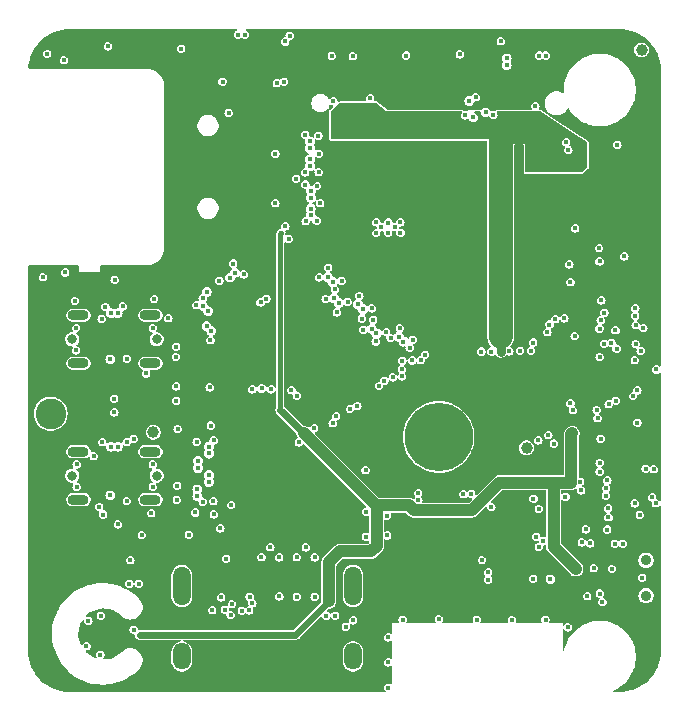
<source format=gbr>
%TF.GenerationSoftware,KiCad,Pcbnew,8.0.7*%
%TF.CreationDate,2025-01-30T17:12:34+01:00*%
%TF.ProjectId,CM5_MINIMA_2,434d355f-4d49-44e4-994d-415f322e6b69,2*%
%TF.SameCoordinates,Original*%
%TF.FileFunction,Copper,L4,Inr*%
%TF.FilePolarity,Positive*%
%FSLAX46Y46*%
G04 Gerber Fmt 4.6, Leading zero omitted, Abs format (unit mm)*
G04 Created by KiCad (PCBNEW 8.0.7) date 2025-01-30 17:12:34*
%MOMM*%
%LPD*%
G01*
G04 APERTURE LIST*
%TA.AperFunction,ComponentPad*%
%ADD10C,0.900000*%
%TD*%
%TA.AperFunction,ComponentPad*%
%ADD11C,2.600000*%
%TD*%
%TA.AperFunction,ComponentPad*%
%ADD12C,0.800000*%
%TD*%
%TA.AperFunction,ComponentPad*%
%ADD13O,1.800000X0.860000*%
%TD*%
%TA.AperFunction,ComponentPad*%
%ADD14C,5.800000*%
%TD*%
%TA.AperFunction,ComponentPad*%
%ADD15C,1.000000*%
%TD*%
%TA.AperFunction,ComponentPad*%
%ADD16O,1.500000X3.300000*%
%TD*%
%TA.AperFunction,ComponentPad*%
%ADD17O,1.500000X2.300000*%
%TD*%
%TA.AperFunction,ViaPad*%
%ADD18C,0.450000*%
%TD*%
%TA.AperFunction,Conductor*%
%ADD19C,1.000000*%
%TD*%
%TA.AperFunction,Conductor*%
%ADD20C,0.400000*%
%TD*%
%TA.AperFunction,Conductor*%
%ADD21C,0.800000*%
%TD*%
%TA.AperFunction,Conductor*%
%ADD22C,0.600000*%
%TD*%
%TA.AperFunction,Conductor*%
%ADD23C,1.400000*%
%TD*%
%TA.AperFunction,Conductor*%
%ADD24C,2.000000*%
%TD*%
G04 APERTURE END LIST*
D10*
%TO.N,*%
%TO.C,SW101*%
X52860000Y11690000D03*
X52860000Y8690000D03*
%TD*%
D11*
%TO.N,GND*%
%TO.C,H101*%
X2450000Y24100000D03*
%TD*%
D12*
%TO.N,*%
%TO.C,J101*%
X11430000Y30400000D03*
X4270000Y30400000D03*
D13*
%TO.N,GND*%
X10900000Y28370000D03*
X10900000Y32430000D03*
X4800000Y28370000D03*
X4800000Y32430000D03*
%TD*%
D14*
%TO.N,GND*%
%TO.C,J701*%
X35300000Y22125000D03*
%TD*%
D15*
%TO.N,GND*%
%TO.C,TP105*%
X11130000Y22530000D03*
%TD*%
D16*
%TO.N,GND*%
%TO.C,J501*%
X28050000Y9500000D03*
X13550000Y9500000D03*
D17*
X13550000Y3540000D03*
X28050000Y3540000D03*
%TD*%
D12*
%TO.N,*%
%TO.C,USB701*%
X11430000Y18850000D03*
X4270000Y18850000D03*
D13*
%TO.N,GND*%
X10900000Y16820000D03*
X10900000Y20880000D03*
X4800000Y16820000D03*
X4800000Y20880000D03*
%TD*%
D15*
%TO.N,GND*%
%TO.C,TP104*%
X52490000Y54890000D03*
%TD*%
%TO.N,GND*%
%TO.C,TP106*%
X42750000Y21200000D03*
%TD*%
D18*
%TO.N,/CM5/nRPIBOOT*%
X52530000Y10220000D03*
%TO.N,GND*%
X30250000Y26440000D03*
X7850000Y24210000D03*
X32540000Y54420000D03*
X46860000Y39790000D03*
X7300000Y55200000D03*
X26680000Y32670000D03*
X49170000Y8150000D03*
X43490000Y50140000D03*
X25200000Y35630000D03*
X53687379Y16515183D03*
X8560500Y33180000D03*
X39940000Y49400000D03*
X7820000Y25370000D03*
X26507643Y34625511D03*
X13080000Y25190000D03*
X10170000Y13820000D03*
X11100000Y17900000D03*
X49560000Y14290000D03*
X38915000Y29360000D03*
X24960000Y40440000D03*
X30910000Y15470000D03*
X4650000Y19800000D03*
X25140000Y46120000D03*
X31050000Y5150000D03*
X24800000Y11940000D03*
X33560000Y17370000D03*
X21470000Y41920000D03*
X28040000Y54360000D03*
X25140000Y44550000D03*
X19530000Y8050000D03*
X49490000Y17790000D03*
X29110000Y19320000D03*
X53507714Y19393035D03*
X29140000Y13670000D03*
X29760000Y32040000D03*
X33050000Y28600000D03*
X30005000Y39390000D03*
X30940000Y13785000D03*
X45055000Y21570000D03*
X32260000Y6660000D03*
X51930000Y32370000D03*
X39770000Y16190000D03*
X32190000Y27860000D03*
X16250000Y21830000D03*
X21050000Y12790000D03*
X51910000Y28630000D03*
X31050000Y900000D03*
X32055000Y40290585D03*
X23462232Y21668615D03*
X49010000Y21990000D03*
X23990000Y44520000D03*
X13070000Y29760000D03*
X4510000Y33640000D03*
X29640000Y33020000D03*
X19260000Y7440000D03*
X44350000Y6640000D03*
X37540000Y49360000D03*
X30025000Y40305415D03*
X31230000Y30510000D03*
X47870000Y8650000D03*
X31040000Y40280000D03*
X52640000Y31350000D03*
X17520000Y49560000D03*
X49070000Y33690000D03*
X46820000Y30670000D03*
X14150000Y13850000D03*
X31020000Y39420000D03*
X39490000Y10650000D03*
X23230000Y43980000D03*
X46460000Y35230000D03*
X44120000Y13310000D03*
X24050000Y12770000D03*
X24810000Y8590000D03*
X12420000Y32180000D03*
X43550000Y13690000D03*
X4600000Y31350000D03*
X10530000Y27500000D03*
X15340000Y16620000D03*
X16130000Y7460000D03*
X48880000Y38110000D03*
X14810000Y21705000D03*
X49700000Y24900000D03*
X52400000Y29410000D03*
X41510000Y6630000D03*
X46090000Y47080000D03*
X16820000Y14380000D03*
X38050000Y17310000D03*
X25120000Y47640000D03*
X14690000Y15730000D03*
X17900000Y36810000D03*
X24020000Y43500000D03*
X46670000Y24390000D03*
X23300000Y8590000D03*
X32849147Y29674321D03*
X28590000Y34060000D03*
X2150000Y54550000D03*
X46250000Y6000000D03*
X25740000Y33810000D03*
X25790000Y6990000D03*
X28800000Y32150000D03*
X23990000Y47700000D03*
X30860000Y31010000D03*
X43330000Y16910000D03*
X28930000Y31190000D03*
X15910000Y26330000D03*
X49680000Y15330000D03*
X9100000Y9700000D03*
X21466457Y46110958D03*
X15980000Y30320000D03*
X7090000Y33130000D03*
X13160000Y17990000D03*
X26320000Y23290000D03*
X25270000Y41920000D03*
X51025000Y37425000D03*
X48440000Y11020000D03*
X48920000Y36990000D03*
X22840000Y26090000D03*
X20300000Y11950000D03*
X48750000Y23720000D03*
X26250000Y54390000D03*
X18810000Y35900000D03*
X18309997Y56200000D03*
X24750000Y22860000D03*
X7870000Y35430000D03*
X43780000Y12810000D03*
X21820000Y8630000D03*
X27590000Y33560000D03*
X9920000Y9710000D03*
X4600000Y29450000D03*
X49930000Y30110000D03*
X22310000Y55610000D03*
X4650000Y17900000D03*
X28420000Y24750000D03*
X17000000Y52200000D03*
X13130000Y16800000D03*
X16220000Y16690000D03*
X31050000Y3050000D03*
X14759937Y33283360D03*
X21110000Y26150000D03*
X13060000Y28900000D03*
X13200000Y22800000D03*
X17310000Y11830000D03*
X43790000Y16030000D03*
X33580000Y16770000D03*
X19530000Y26150000D03*
X40560000Y55630000D03*
X16270000Y15580000D03*
X35320000Y6695000D03*
X48930000Y28900000D03*
X9482596Y5805000D03*
X47420000Y13210000D03*
X6650000Y3700000D03*
X46360000Y36740000D03*
X34145870Y29095594D03*
X24032256Y40398462D03*
X20710000Y33830000D03*
X11100000Y31350000D03*
X50430000Y46860000D03*
X32070000Y39420000D03*
X52340000Y15530000D03*
X46280000Y46420000D03*
X37090000Y54520000D03*
X9200000Y11700000D03*
X6700000Y7000000D03*
X11100000Y19800000D03*
X23300000Y11950000D03*
X6890000Y15560000D03*
X43800000Y54420000D03*
X22320000Y39980000D03*
X13500000Y55000000D03*
X10960000Y15680000D03*
X50890000Y13100000D03*
X38423324Y50888908D03*
X45940000Y32170000D03*
X31420000Y27180000D03*
X11200000Y33800000D03*
X49020000Y32010000D03*
X25002189Y43369759D03*
X38540000Y6650000D03*
X28050000Y6600000D03*
X44500000Y31000000D03*
X53730000Y27840000D03*
X1800000Y35650000D03*
X16890000Y8540000D03*
X38970000Y11700000D03*
X43120000Y29420000D03*
X16010000Y23095000D03*
X33120000Y30350000D03*
X17690000Y7050000D03*
X6816801Y21684179D03*
X26380000Y50550000D03*
X32010000Y31340000D03*
X17730000Y16360000D03*
X16730000Y35350000D03*
X48923266Y19923266D03*
X39490000Y10030000D03*
X29970000Y30210000D03*
X29500000Y50820000D03*
X22210000Y52210000D03*
X8888938Y21691637D03*
X5650000Y6550000D03*
X15310000Y33850000D03*
X42190000Y29410000D03*
X21800000Y11930000D03*
X27090000Y35340000D03*
X45160000Y32100000D03*
X25940000Y36440000D03*
X29180000Y15800000D03*
X13070000Y26410000D03*
X44370000Y54420000D03*
%TO.N,Net-(T401-SHIELD1)*%
X3675000Y36050000D03*
X3575000Y54025000D03*
%TO.N,/CM5/ETH_PI.TRD3_P*%
X24383749Y46574000D03*
%TO.N,/CM5/ETH_PI.TRD0_P*%
X24461583Y40886500D03*
%TO.N,/CM5/ETH_PI.TRD1_P*%
X24494787Y42386500D03*
%TO.N,/CM5/ETH_PI.TRD2_P*%
X24435825Y45074000D03*
%TO.N,/CM5/nLED_ACTIVITY*%
X52130000Y23330000D03*
%TO.N,/CM5/nRPIBOOT*%
X51900000Y16510000D03*
%TO.N,/CM5/GPIO_VREF*%
X46040000Y17070000D03*
%TO.N,/CM5/EEPROM_nWP*%
X48920000Y31290000D03*
X51950000Y33020000D03*
%TO.N,/CM5/PI_nLED_PWR*%
X52830000Y19440000D03*
%TO.N,/CM5/nLED_SPEED_100_1000*%
X51980000Y31600000D03*
X21600000Y52080000D03*
%TO.N,/SCL*%
X48950000Y8870000D03*
X27440000Y6050000D03*
X48925000Y19175000D03*
%TO.N,/SDA*%
X50225000Y13100000D03*
X26530000Y7000000D03*
X49575000Y18450000D03*
X48130000Y13110000D03*
X49975000Y10950000D03*
%TO.N,/CM5/GPIO5*%
X31600000Y39910000D03*
%TO.N,+3V3_PI*%
X46925000Y10950000D03*
X9990000Y5390000D03*
X46526815Y18258185D03*
X42500000Y18256371D03*
X47275000Y18325000D03*
X21975000Y39425000D03*
X5482109Y4410903D03*
X46600000Y22430000D03*
X23880000Y22450000D03*
X46600000Y21840000D03*
%TO.N,Net-(D702-K)*%
X18890000Y56200000D03*
X22690000Y56090000D03*
%TO.N,/CM5/CAM_GPIO0*%
X43750000Y21840000D03*
%TO.N,/CM5/PWR_BUT*%
X49450000Y17150000D03*
X53370000Y17025000D03*
%TO.N,/CM5/VBUS_EN*%
X20219615Y33520283D03*
X8150000Y14725000D03*
%TO.N,/CM5/PWM*%
X43300000Y30120000D03*
X50270000Y31160000D03*
%TO.N,/CM5/TACHO*%
X44685000Y31645000D03*
%TO.N,/CM5/CAM_GPIO1*%
X44590000Y22280000D03*
%TO.N,/USB_C.D_P*%
X7561500Y32608872D03*
X18050932Y36026382D03*
%TO.N,/CC2*%
X6764066Y32121560D03*
X47760000Y14300000D03*
%TO.N,/USB_C.D_N*%
X8138500Y32608872D03*
X7500000Y28700000D03*
X17642930Y35618380D03*
%TO.N,/CC1*%
X8900000Y28750000D03*
X49640000Y16080000D03*
%TO.N,+5V*%
X31690000Y17200000D03*
X12280000Y12910000D03*
X50300000Y19100000D03*
X12872500Y14100000D03*
X53070000Y23270000D03*
X6175000Y28575000D03*
X53630000Y19960000D03*
X9525000Y32275000D03*
X6100000Y32475000D03*
X10060000Y23630000D03*
X51700000Y18900000D03*
X31100000Y17200000D03*
X51700000Y17800000D03*
X9500000Y28250000D03*
X40750000Y17310000D03*
X40445356Y16688826D03*
X6210000Y24130000D03*
X6275000Y28025000D03*
X6180000Y33050000D03*
X11870000Y25480000D03*
X51700000Y18350000D03*
X41070000Y16710000D03*
X12872500Y13550000D03*
%TO.N,VBUS_USB2.0*%
X6550000Y16200000D03*
X6100000Y20500000D03*
%TO.N,+1V8*%
X47360000Y17600000D03*
%TO.N,/CM5/ETH_nLED_ACTIVITY*%
X49325000Y32650000D03*
X22600000Y38900000D03*
%TO.N,/CM5/ETH_PI.TRD0_N*%
X24461583Y41463500D03*
%TO.N,/CM5/ETH_PI.TRD2_N*%
X24435825Y45651000D03*
%TO.N,/CM5/ETH_PI.TRD1_N*%
X24494787Y42963500D03*
%TO.N,/CM5/ETH_PI.TRD3_N*%
X24383749Y47151000D03*
%TO.N,M2_3V3*%
X40550000Y29360000D03*
X43170000Y49400000D03*
X46950000Y47175000D03*
X47250000Y45200000D03*
X30040000Y50005000D03*
X39770000Y29360000D03*
X41280000Y29370000D03*
X43300000Y10110000D03*
X26986178Y50005000D03*
X29060000Y50005000D03*
X37400000Y17280000D03*
X43800000Y49340000D03*
X45225000Y47725000D03*
X46950000Y46575000D03*
X44920000Y48380000D03*
%TO.N,/USB/CC1*%
X8900000Y16700000D03*
X9490000Y21960000D03*
%TO.N,/CM5/USB2P.D_P*%
X7561500Y21300312D03*
%TO.N,/CM5/USB2P.D_N*%
X7500000Y17200000D03*
X8138500Y21300312D03*
%TO.N,/CM5/PCIE_PI.TX_N*%
X16054001Y31105999D03*
%TO.N,/CM5/PCIE_PI.nWAKE*%
X39271443Y49613161D03*
%TO.N,/CM5/PCIE_PI.nCLKREQ*%
X37880000Y50570000D03*
%TO.N,/CM5/PCIE_PI.PWR_EN*%
X44760000Y10070000D03*
X20310000Y26230000D03*
X15659178Y34405000D03*
%TO.N,/CM5/PCIE_PI.RX_N*%
X15789286Y32771284D03*
%TO.N,/CM5/PCIE_PI.CLK_P*%
X41070000Y54188500D03*
%TO.N,/CM5/PCIE_PI.RX_P*%
X15381284Y33179286D03*
%TO.N,/CM5/PCIE_PI.TX_P*%
X15645999Y31514001D03*
%TO.N,/CM5/PCIE_PI.CLK_N*%
X41070000Y53611500D03*
%TO.N,/CM5/PCIE_PI.nRST*%
X38217788Y49178836D03*
%TO.N,/CM5/DPHY0_P.D0_P*%
X26314001Y35245999D03*
%TO.N,/CM5/DPHY0_P.C_P*%
X28894001Y32935999D03*
%TO.N,/CM5/DPHY0_P.D1_P*%
X26854001Y33465999D03*
%TO.N,/CM5/DPHY0_P.D2_P*%
X30034001Y30885999D03*
%TO.N,/CM5/DPHY0_P.D3_N*%
X31915999Y30614001D03*
%TO.N,/CM5/DPHY0_P.D3_P*%
X32324001Y30205999D03*
%TO.N,/CM5/DPHY0_P.D0_N*%
X25905999Y35654001D03*
%TO.N,/CM5/DPHY0_P.D2_N*%
X29625999Y31294001D03*
%TO.N,/CM5/DPHY0_P.C_N*%
X28485999Y33344001D03*
%TO.N,/CM5/DPHY0_P.D1_N*%
X26445999Y33874001D03*
%TO.N,/CM5/HDMI_PI.CK_P*%
X14870000Y17688500D03*
%TO.N,/CM5/HDMI_PI.CK_N*%
X14870000Y17111500D03*
%TO.N,/CM5/HDMI_PI.D0_N*%
X15850000Y18321500D03*
%TO.N,/CM5/HDMI_PI.SCL*%
X18640000Y7420000D03*
%TO.N,/CM5/HDMI_PI.D2_P*%
X15830000Y21308500D03*
%TO.N,/CM5/HDMI_PI.D0_P*%
X15850000Y18898500D03*
%TO.N,/CM5/HDMI_PI.D1_N*%
X14930000Y19521500D03*
%TO.N,/CM5/HDMI_PI.HOTPLUG*%
X17195816Y7506836D03*
%TO.N,/CM5/HDMI_PI.D1_P*%
X14930000Y20098500D03*
%TO.N,/CM5/HDMI_PI.D2_N*%
X15830000Y20731500D03*
%TO.N,/CM5/HDMI_PI.SDA*%
X17800000Y7970000D03*
%TO.N,/CM5/HDMI_PI.CEC*%
X19300000Y8600000D03*
%TO.N,/CM5/MOSI_GPIO20*%
X50360000Y29600000D03*
X32210000Y28570000D03*
%TO.N,/CM5/MISO_GPIO19*%
X49310000Y30010000D03*
X33800000Y28630000D03*
%TO.N,/CM5/SCLK_GPIO21*%
X32200000Y27250000D03*
X51975000Y30000000D03*
%TO.N,/CM5/BL_GPIO18*%
X50310000Y25200000D03*
X23290000Y25620000D03*
%TO.N,/CM5/RST_GPIO27*%
X27790000Y24490000D03*
X46460000Y24960000D03*
%TO.N,/CM5/DC_GPI25*%
X26610000Y23880000D03*
X48680000Y24410000D03*
%TO.N,/CM5/GPIO4*%
X30460000Y39890000D03*
%TO.N,/CM5/CS_GPIO24*%
X30700000Y26900000D03*
X51760000Y25590000D03*
%TO.N,GND*%
X52120000Y26069998D03*
%TO.N,+5V*%
X51700000Y19450000D03*
X50300000Y19675000D03*
%TD*%
D19*
%TO.N,+3V3_PI*%
X23880000Y22450000D02*
X23890000Y22450000D01*
D20*
X21900000Y24430000D02*
X21900000Y39350000D01*
D21*
X46526815Y18258185D02*
X45291814Y18258185D01*
D19*
X23890000Y22450000D02*
X30050000Y16290000D01*
X29890000Y16450000D02*
X30010000Y16330000D01*
D21*
X45291814Y18258185D02*
X45285000Y18251371D01*
D20*
X21900000Y39350000D02*
X21975000Y39425000D01*
D19*
X45030000Y17996371D02*
X45030000Y12845000D01*
X30010000Y16330000D02*
X32810847Y16330000D01*
X45285000Y18251371D02*
X45030000Y17996371D01*
X46520000Y22350000D02*
X46600000Y22430000D01*
D21*
X46525001Y18256371D02*
X46526815Y18258185D01*
D19*
X26910000Y12440000D02*
X26000000Y11530000D01*
D22*
X23880000Y22450000D02*
X21900000Y24430000D01*
D19*
X42500000Y18256371D02*
X46525001Y18256371D01*
X26000000Y11530000D02*
X26000000Y8210000D01*
X30050000Y12910000D02*
X29580000Y12440000D01*
X38095000Y15915000D02*
X40436371Y18256371D01*
X30050000Y16290000D02*
X30050000Y12910000D01*
X46526815Y18258185D02*
X46520000Y18265000D01*
X32810847Y16330000D02*
X33225847Y15915000D01*
X33225847Y15915000D02*
X38095000Y15915000D01*
X45030000Y12845000D02*
X46925000Y10950000D01*
D22*
X26000000Y8210000D02*
X23180000Y5390000D01*
X23180000Y5390000D02*
X9990000Y5390000D01*
D19*
X40436371Y18256371D02*
X42500000Y18256371D01*
X46520000Y18265000D02*
X46520000Y22350000D01*
X29580000Y12440000D02*
X26910000Y12440000D01*
D23*
%TO.N,M2_3V3*%
X40550000Y47400000D02*
X40875000Y47725000D01*
X40875000Y47725000D02*
X45225000Y47725000D01*
D21*
X40550000Y30610000D02*
X40550000Y29360000D01*
D24*
X40550000Y30610000D02*
X40550000Y47400000D01*
%TD*%
%TA.AperFunction,Conductor*%
%TO.N,+5V*%
G36*
X18192482Y56647826D02*
G01*
X18214156Y56595500D01*
X18192482Y56543174D01*
X18173751Y56529566D01*
X18098436Y56491192D01*
X18018805Y56411561D01*
X17967682Y56311226D01*
X17950066Y56200000D01*
X17967682Y56088775D01*
X18018805Y55988440D01*
X18098436Y55908809D01*
X18148603Y55883248D01*
X18198772Y55857685D01*
X18309997Y55840069D01*
X18421222Y55857685D01*
X18521559Y55908810D01*
X18547672Y55934924D01*
X18599997Y55956598D01*
X18652323Y55934925D01*
X18678439Y55908809D01*
X18728606Y55883248D01*
X18778775Y55857685D01*
X18890000Y55840069D01*
X19001225Y55857685D01*
X19101562Y55908810D01*
X19181190Y55988438D01*
X19232315Y56088775D01*
X19249931Y56200000D01*
X19232315Y56311225D01*
X19196665Y56381192D01*
X19181191Y56411561D01*
X19101560Y56491192D01*
X19026246Y56529566D01*
X18989463Y56572633D01*
X18993907Y56629095D01*
X19036974Y56665878D01*
X19059841Y56669500D01*
X50535680Y56669500D01*
X50535684Y56669499D01*
X50599757Y56669500D01*
X50603387Y56669411D01*
X50622963Y56668450D01*
X50940973Y56652829D01*
X50948173Y56652120D01*
X51280709Y56602795D01*
X51287824Y56601379D01*
X51613922Y56519698D01*
X51620836Y56517601D01*
X51937358Y56404349D01*
X51944066Y56401570D01*
X52135087Y56311226D01*
X52247958Y56257843D01*
X52254335Y56254435D01*
X52542690Y56081604D01*
X52548722Y56077573D01*
X52818727Y55877326D01*
X52824341Y55872719D01*
X53073423Y55646966D01*
X53078550Y55641839D01*
X53304307Y55392756D01*
X53308903Y55387156D01*
X53365256Y55311173D01*
X53509154Y55117149D01*
X53513189Y55111111D01*
X53686013Y54822773D01*
X53689436Y54816368D01*
X53833159Y54512493D01*
X53835938Y54505784D01*
X53949186Y54189278D01*
X53951294Y54182329D01*
X54032974Y53856250D01*
X54034391Y53849127D01*
X54083715Y53516611D01*
X54084427Y53509384D01*
X54100984Y53172362D01*
X54101073Y53168731D01*
X54101073Y28150331D01*
X54079399Y28098005D01*
X54027073Y28076331D01*
X53974747Y28098005D01*
X53941560Y28131192D01*
X53841225Y28182315D01*
X53730000Y28199931D01*
X53618774Y28182315D01*
X53518439Y28131192D01*
X53438808Y28051561D01*
X53387685Y27951226D01*
X53370069Y27840000D01*
X53387685Y27728775D01*
X53438808Y27628440D01*
X53518439Y27548809D01*
X53556004Y27529669D01*
X53618775Y27497685D01*
X53730000Y27480069D01*
X53841225Y27497685D01*
X53941562Y27548810D01*
X53974747Y27581995D01*
X54027073Y27603669D01*
X54079399Y27581995D01*
X54101073Y27529669D01*
X54101073Y16782893D01*
X54079399Y16730567D01*
X54027073Y16708893D01*
X53974747Y16730567D01*
X53898939Y16806375D01*
X53798606Y16857497D01*
X53798605Y16857498D01*
X53798604Y16857498D01*
X53798602Y16857499D01*
X53798600Y16857499D01*
X53778819Y16860632D01*
X53730528Y16890226D01*
X53717307Y16945296D01*
X53729931Y17025000D01*
X53712315Y17136225D01*
X53661190Y17236562D01*
X53581562Y17316190D01*
X53581560Y17316192D01*
X53481225Y17367315D01*
X53370000Y17384931D01*
X53258774Y17367315D01*
X53158439Y17316192D01*
X53078808Y17236561D01*
X53027685Y17136226D01*
X53010069Y17025000D01*
X53027685Y16913775D01*
X53078808Y16813440D01*
X53158439Y16733809D01*
X53205030Y16710070D01*
X53258775Y16682685D01*
X53278557Y16679552D01*
X53326849Y16649960D01*
X53340071Y16594888D01*
X53331745Y16542315D01*
X53327448Y16515183D01*
X53336555Y16457685D01*
X53345064Y16403958D01*
X53396187Y16303623D01*
X53475818Y16223992D01*
X53492638Y16215422D01*
X53576154Y16172868D01*
X53687379Y16155252D01*
X53798604Y16172868D01*
X53898941Y16223993D01*
X53974747Y16299799D01*
X54027073Y16321473D01*
X54079399Y16299799D01*
X54101073Y16247473D01*
X54101073Y4031820D01*
X54100984Y4028189D01*
X54084400Y3690619D01*
X54083688Y3683392D01*
X54034363Y3350877D01*
X54032946Y3343755D01*
X53951270Y3017682D01*
X53949162Y3010732D01*
X53835913Y2694227D01*
X53833134Y2687518D01*
X53689412Y2383645D01*
X53685989Y2377240D01*
X53513167Y2088905D01*
X53509132Y2082867D01*
X53308890Y1812873D01*
X53304283Y1807259D01*
X53078529Y1558180D01*
X53073394Y1553046D01*
X52824334Y1327312D01*
X52818720Y1322704D01*
X52548702Y1122447D01*
X52542664Y1118413D01*
X52254344Y945602D01*
X52247940Y942179D01*
X51944057Y798456D01*
X51937348Y795677D01*
X51694348Y708731D01*
X51637638Y688440D01*
X51620849Y682433D01*
X51613899Y680325D01*
X51287821Y598648D01*
X51280698Y597231D01*
X50948185Y547910D01*
X50940958Y547198D01*
X50602840Y530590D01*
X50599210Y530501D01*
X50531155Y530501D01*
X50531139Y530500D01*
X50135321Y530500D01*
X50082995Y552174D01*
X50061321Y604500D01*
X50082995Y656826D01*
X50110881Y674347D01*
X50119208Y677261D01*
X50119212Y677264D01*
X50119215Y677264D01*
X50427910Y825924D01*
X50718018Y1008211D01*
X50985893Y1221834D01*
X51228166Y1464107D01*
X51441789Y1731982D01*
X51624076Y2022090D01*
X51772736Y2330785D01*
X51772736Y2330788D01*
X51772739Y2330792D01*
X51853177Y2560675D01*
X51885897Y2654183D01*
X51962139Y2988217D01*
X52000500Y3328688D01*
X52000500Y3671312D01*
X51962139Y4011783D01*
X51913445Y4225124D01*
X51885898Y4345813D01*
X51885892Y4345831D01*
X51772739Y4669209D01*
X51723799Y4770834D01*
X51624076Y4977910D01*
X51441789Y5268018D01*
X51228166Y5535893D01*
X50985893Y5778166D01*
X50718018Y5991789D01*
X50427910Y6174076D01*
X50426996Y6174516D01*
X50119208Y6322740D01*
X49795830Y6435893D01*
X49795812Y6435899D01*
X49461786Y6512139D01*
X49314131Y6528775D01*
X49121312Y6550500D01*
X48778688Y6550500D01*
X48608452Y6531320D01*
X48438213Y6512139D01*
X48104187Y6435899D01*
X48104169Y6435893D01*
X47780791Y6322740D01*
X47472091Y6174077D01*
X47181981Y5991789D01*
X46914103Y5778163D01*
X46671837Y5535897D01*
X46458211Y5268019D01*
X46275923Y4977909D01*
X46127260Y4669209D01*
X46014107Y4345831D01*
X46014101Y4345813D01*
X45946145Y4048077D01*
X45913370Y4001886D01*
X45857533Y3992399D01*
X45811342Y4025174D01*
X45800000Y4064544D01*
X45800000Y5791889D01*
X45821674Y5844215D01*
X45874000Y5865889D01*
X45926326Y5844215D01*
X45939931Y5825490D01*
X45957052Y5791889D01*
X45958811Y5788437D01*
X46038439Y5708809D01*
X46088606Y5683248D01*
X46138775Y5657685D01*
X46250000Y5640069D01*
X46361225Y5657685D01*
X46461562Y5708810D01*
X46541190Y5788438D01*
X46592315Y5888775D01*
X46609931Y6000000D01*
X46592315Y6111225D01*
X46560066Y6174516D01*
X46541191Y6211561D01*
X46461560Y6291192D01*
X46361225Y6342315D01*
X46250000Y6359931D01*
X46138774Y6342315D01*
X46038439Y6291192D01*
X45958810Y6211563D01*
X45939934Y6174516D01*
X45896867Y6137734D01*
X45840404Y6142178D01*
X45803622Y6185245D01*
X45800000Y6208112D01*
X45800000Y6350000D01*
X44721981Y6350000D01*
X44669655Y6371674D01*
X44647981Y6424000D01*
X44656047Y6457595D01*
X44683838Y6512139D01*
X44692315Y6528775D01*
X44709931Y6640000D01*
X44692315Y6751225D01*
X44647876Y6838440D01*
X44641191Y6851561D01*
X44561560Y6931192D01*
X44461225Y6982315D01*
X44350000Y6999931D01*
X44238774Y6982315D01*
X44138439Y6931192D01*
X44058808Y6851561D01*
X44007685Y6751226D01*
X43990069Y6640000D01*
X44007685Y6528775D01*
X44043953Y6457595D01*
X44048397Y6401133D01*
X44011614Y6358066D01*
X43978019Y6350000D01*
X41887076Y6350000D01*
X41834750Y6371674D01*
X41813076Y6424000D01*
X41821142Y6457596D01*
X41825323Y6465801D01*
X41852315Y6518775D01*
X41869931Y6630000D01*
X41852315Y6741225D01*
X41826752Y6791394D01*
X41801191Y6841561D01*
X41721560Y6921192D01*
X41621225Y6972315D01*
X41510000Y6989931D01*
X41398774Y6972315D01*
X41298439Y6921192D01*
X41218808Y6841561D01*
X41167685Y6741226D01*
X41150069Y6630000D01*
X41167684Y6518777D01*
X41167684Y6518776D01*
X41167685Y6518775D01*
X41194135Y6466864D01*
X41198858Y6457596D01*
X41203302Y6401133D01*
X41166520Y6358066D01*
X41132924Y6350000D01*
X38906885Y6350000D01*
X38854559Y6371674D01*
X38832885Y6424000D01*
X38840951Y6457595D01*
X38882315Y6538775D01*
X38899931Y6650000D01*
X38882315Y6761225D01*
X38856037Y6812798D01*
X38831191Y6861561D01*
X38751560Y6941192D01*
X38651225Y6992315D01*
X38540000Y7009931D01*
X38428774Y6992315D01*
X38328439Y6941192D01*
X38248808Y6861561D01*
X38197685Y6761226D01*
X38180069Y6650000D01*
X38197684Y6538777D01*
X38197684Y6538776D01*
X38197685Y6538775D01*
X38239049Y6457595D01*
X38243493Y6401133D01*
X38206711Y6358066D01*
X38173115Y6350000D01*
X35656404Y6350000D01*
X35604078Y6371674D01*
X35582404Y6424000D01*
X35604078Y6476326D01*
X35611190Y6483438D01*
X35662315Y6583775D01*
X35679931Y6695000D01*
X35662315Y6806225D01*
X35635929Y6858009D01*
X35611191Y6906561D01*
X35531560Y6986192D01*
X35431225Y7037315D01*
X35320000Y7054931D01*
X35208774Y7037315D01*
X35108439Y6986192D01*
X35028808Y6906561D01*
X34977685Y6806226D01*
X34960069Y6695000D01*
X34977685Y6583775D01*
X35028808Y6483440D01*
X35035922Y6476326D01*
X35057596Y6424000D01*
X35035922Y6371674D01*
X34983596Y6350000D01*
X32621790Y6350000D01*
X32569464Y6371674D01*
X32547790Y6424000D01*
X32555856Y6457596D01*
X32560037Y6465801D01*
X32602315Y6548775D01*
X32619931Y6660000D01*
X32602315Y6771225D01*
X32566665Y6841192D01*
X32551191Y6871561D01*
X32471560Y6951192D01*
X32371225Y7002315D01*
X32260000Y7019931D01*
X32148774Y7002315D01*
X32048439Y6951192D01*
X31968808Y6871561D01*
X31917685Y6771226D01*
X31900069Y6660000D01*
X31917684Y6548777D01*
X31917684Y6548776D01*
X31917685Y6548775D01*
X31959421Y6466864D01*
X31964144Y6457596D01*
X31968588Y6401133D01*
X31931806Y6358066D01*
X31898210Y6350000D01*
X31350000Y6350000D01*
X31350000Y5516886D01*
X31328326Y5464560D01*
X31276000Y5442886D01*
X31242405Y5450951D01*
X31215696Y5464560D01*
X31161225Y5492315D01*
X31161223Y5492316D01*
X31161222Y5492316D01*
X31050000Y5509931D01*
X30938774Y5492315D01*
X30838439Y5441192D01*
X30758808Y5361561D01*
X30707685Y5261226D01*
X30690069Y5150000D01*
X30707685Y5038775D01*
X30758808Y4938440D01*
X30838439Y4858809D01*
X30888606Y4833248D01*
X30938775Y4807685D01*
X31050000Y4790069D01*
X31161225Y4807685D01*
X31242405Y4849050D01*
X31298867Y4853493D01*
X31341934Y4816711D01*
X31350000Y4783115D01*
X31350000Y3416886D01*
X31328326Y3364560D01*
X31276000Y3342886D01*
X31242405Y3350951D01*
X31229189Y3357685D01*
X31161225Y3392315D01*
X31161223Y3392316D01*
X31161222Y3392316D01*
X31050000Y3409931D01*
X30938774Y3392315D01*
X30838439Y3341192D01*
X30758808Y3261561D01*
X30707685Y3161226D01*
X30690069Y3050000D01*
X30707685Y2938775D01*
X30758808Y2838440D01*
X30838439Y2758809D01*
X30885940Y2734606D01*
X30938775Y2707685D01*
X31050000Y2690069D01*
X31161225Y2707685D01*
X31242405Y2749050D01*
X31298867Y2753493D01*
X31341934Y2716711D01*
X31350000Y2683115D01*
X31350000Y1266886D01*
X31328326Y1214560D01*
X31276000Y1192886D01*
X31242405Y1200951D01*
X31215696Y1214560D01*
X31161225Y1242315D01*
X31161223Y1242316D01*
X31161222Y1242316D01*
X31050000Y1259931D01*
X30938774Y1242315D01*
X30838439Y1191192D01*
X30758808Y1111561D01*
X30707685Y1011226D01*
X30690069Y900000D01*
X30707685Y788775D01*
X30758808Y688440D01*
X30790422Y656826D01*
X30812096Y604500D01*
X30790422Y552174D01*
X30738096Y530500D01*
X4051819Y530500D01*
X4048188Y530589D01*
X3710617Y547173D01*
X3703390Y547885D01*
X3370873Y597210D01*
X3363751Y598627D01*
X3051191Y676919D01*
X3037677Y680304D01*
X3030728Y682411D01*
X2714221Y795660D01*
X2707512Y798439D01*
X2403637Y942161D01*
X2397232Y945584D01*
X2108896Y1118406D01*
X2102858Y1122441D01*
X1832857Y1322688D01*
X1827244Y1327295D01*
X1578173Y1553039D01*
X1573038Y1558174D01*
X1526447Y1609579D01*
X1347294Y1807245D01*
X1342687Y1812858D01*
X1142440Y2082859D01*
X1138405Y2088897D01*
X1119999Y2119606D01*
X965579Y2377241D01*
X962160Y2383638D01*
X952164Y2404772D01*
X818436Y2687518D01*
X815659Y2694222D01*
X810842Y2707685D01*
X702406Y3010742D01*
X700306Y3017665D01*
X618625Y3343755D01*
X617209Y3350874D01*
X605935Y3426876D01*
X567882Y3683406D01*
X567173Y3690604D01*
X550589Y4028189D01*
X550501Y4031843D01*
X550602Y4199343D01*
X551482Y5657486D01*
X2564869Y5657486D01*
X2564869Y5248693D01*
X2603780Y4841770D01*
X2603782Y4841753D01*
X2670566Y4495710D01*
X2681246Y4440376D01*
X2783270Y4093402D01*
X2796567Y4048179D01*
X2948687Y3668758D01*
X2948692Y3668749D01*
X3136225Y3305546D01*
X3136229Y3305539D01*
X3136235Y3305528D01*
X3229127Y3161225D01*
X3321529Y3017682D01*
X3357503Y2961799D01*
X3610483Y2640691D01*
X3881160Y2357384D01*
X3892887Y2345110D01*
X3892890Y2345108D01*
X4202115Y2077774D01*
X4202119Y2077771D01*
X4202123Y2077768D01*
X4535411Y1841065D01*
X4724953Y1731982D01*
X4889719Y1637157D01*
X5063348Y1558180D01*
X5261820Y1467902D01*
X5261825Y1467901D01*
X5261828Y1467899D01*
X5648330Y1334836D01*
X5648345Y1334831D01*
X6045780Y1239153D01*
X6450519Y1181738D01*
X6858884Y1163107D01*
X7267169Y1183429D01*
X7671665Y1242520D01*
X8068701Y1339843D01*
X8454672Y1474514D01*
X8826072Y1645311D01*
X9179529Y1850682D01*
X9511834Y2088764D01*
X9819969Y2357393D01*
X9914912Y2457583D01*
X9925178Y2466182D01*
X9927558Y2468242D01*
X9927563Y2468244D01*
X9965274Y2510673D01*
X9966861Y2512401D01*
X10005884Y2553584D01*
X10005886Y2553590D01*
X10007909Y2556377D01*
X10015398Y2567060D01*
X10035024Y2589148D01*
X10133825Y2753464D01*
X10200669Y2933167D01*
X10233268Y3122108D01*
X10232704Y3161225D01*
X10230506Y3313818D01*
X10230506Y3313821D01*
X10192478Y3501745D01*
X10163919Y3572238D01*
X10120488Y3679443D01*
X10120486Y3679448D01*
X10016993Y3840850D01*
X9918158Y3945792D01*
X9885546Y3980420D01*
X9885543Y3980422D01*
X9885540Y3980426D01*
X9818500Y4029317D01*
X9730629Y4093400D01*
X9730625Y4093402D01*
X9557558Y4175907D01*
X9557555Y4175908D01*
X9372247Y4225124D01*
X9181044Y4239364D01*
X9181042Y4239364D01*
X9181040Y4239364D01*
X9181035Y4239364D01*
X8990497Y4218142D01*
X8990486Y4218140D01*
X8807103Y4162180D01*
X8807102Y4162179D01*
X8637168Y4073401D01*
X8486486Y3954832D01*
X8446150Y3908758D01*
X8438435Y3901150D01*
X8235448Y3728388D01*
X8227497Y3722490D01*
X7993729Y3572238D01*
X7985062Y3567455D01*
X7733339Y3449755D01*
X7724111Y3446171D01*
X7458925Y3363122D01*
X7449301Y3360802D01*
X7175407Y3313893D01*
X7165559Y3312878D01*
X6938769Y3304769D01*
X6885702Y3324560D01*
X6862172Y3376078D01*
X6881963Y3429145D01*
X6883800Y3431048D01*
X6941187Y3488435D01*
X6941190Y3488438D01*
X6992315Y3588775D01*
X7009931Y3700000D01*
X6992315Y3811225D01*
X6966752Y3861394D01*
X6941191Y3911561D01*
X6861560Y3991192D01*
X6761225Y4042315D01*
X6650000Y4059931D01*
X6538774Y4042315D01*
X6438439Y3991192D01*
X6358808Y3911561D01*
X6307685Y3811226D01*
X6290069Y3700000D01*
X6307684Y3588778D01*
X6307684Y3588777D01*
X6307685Y3588775D01*
X6336144Y3532922D01*
X6339464Y3526406D01*
X6343907Y3469943D01*
X6307124Y3426876D01*
X6250661Y3422433D01*
X6247053Y3423709D01*
X6052250Y3498347D01*
X6043263Y3502500D01*
X5799369Y3635667D01*
X5791021Y3640979D01*
X5567082Y3805510D01*
X5559513Y3811892D01*
X5442619Y3924681D01*
X5420014Y3976612D01*
X5440749Y4029317D01*
X5482425Y4051023D01*
X5593334Y4068588D01*
X5693671Y4119713D01*
X5773299Y4199341D01*
X5824424Y4299678D01*
X5842040Y4410903D01*
X5824424Y4522128D01*
X5773299Y4622465D01*
X5693671Y4702093D01*
X5693669Y4702095D01*
X5593334Y4753218D01*
X5482109Y4770834D01*
X5370883Y4753218D01*
X5270548Y4702095D01*
X5190919Y4622466D01*
X5142810Y4528048D01*
X5099743Y4491266D01*
X5043280Y4495710D01*
X5008765Y4532716D01*
X4919944Y4741843D01*
X4916692Y4751193D01*
X4843173Y5019172D01*
X4841198Y5028872D01*
X4839864Y5038775D01*
X4804103Y5304288D01*
X4803442Y5314139D01*
X4803442Y5592035D01*
X4804104Y5601911D01*
X4811589Y5657486D01*
X4831455Y5805000D01*
X9122665Y5805000D01*
X9140281Y5693775D01*
X9191404Y5593440D01*
X9271035Y5513809D01*
X9313218Y5492316D01*
X9371371Y5462685D01*
X9482596Y5445069D01*
X9485500Y5445069D01*
X9487297Y5444325D01*
X9488348Y5444158D01*
X9488308Y5443906D01*
X9537826Y5423395D01*
X9559500Y5371069D01*
X9559500Y5333322D01*
X9588836Y5223837D01*
X9588838Y5223832D01*
X9631465Y5150000D01*
X9645514Y5125667D01*
X9725667Y5045514D01*
X9823833Y4988838D01*
X9823834Y4988838D01*
X9823836Y4988837D01*
X9878578Y4974169D01*
X9933321Y4959501D01*
X9933322Y4959500D01*
X13410745Y4959500D01*
X13463071Y4937826D01*
X13484745Y4885500D01*
X13463071Y4833174D01*
X13425182Y4812923D01*
X13400553Y4808024D01*
X13293173Y4786665D01*
X13293163Y4786662D01*
X13132931Y4720292D01*
X12988714Y4623930D01*
X12988713Y4623928D01*
X12866072Y4501287D01*
X12866070Y4501286D01*
X12769708Y4357069D01*
X12703338Y4196837D01*
X12703335Y4196827D01*
X12682763Y4093402D01*
X12669500Y4026722D01*
X12669500Y3053278D01*
X12676581Y3017679D01*
X12703335Y2883174D01*
X12703338Y2883164D01*
X12769708Y2722932D01*
X12769710Y2722929D01*
X12769711Y2722927D01*
X12866071Y2578714D01*
X12988714Y2456071D01*
X13132927Y2359711D01*
X13132932Y2359709D01*
X13132931Y2359709D01*
X13271025Y2302509D01*
X13293168Y2293337D01*
X13463278Y2259500D01*
X13463280Y2259500D01*
X13636720Y2259500D01*
X13636722Y2259500D01*
X13806832Y2293337D01*
X13967073Y2359711D01*
X14111286Y2456071D01*
X14233929Y2578714D01*
X14330289Y2722927D01*
X14396663Y2883168D01*
X14430500Y3053278D01*
X14430500Y4026722D01*
X27169500Y4026722D01*
X27169500Y3053278D01*
X27176581Y3017679D01*
X27203335Y2883174D01*
X27203338Y2883164D01*
X27269708Y2722932D01*
X27269710Y2722929D01*
X27269711Y2722927D01*
X27366071Y2578714D01*
X27488714Y2456071D01*
X27632927Y2359711D01*
X27632932Y2359709D01*
X27632931Y2359709D01*
X27771025Y2302509D01*
X27793168Y2293337D01*
X27963278Y2259500D01*
X27963280Y2259500D01*
X28136720Y2259500D01*
X28136722Y2259500D01*
X28306832Y2293337D01*
X28467073Y2359711D01*
X28611286Y2456071D01*
X28733929Y2578714D01*
X28830289Y2722927D01*
X28896663Y2883168D01*
X28930500Y3053278D01*
X28930500Y4026722D01*
X28896663Y4196832D01*
X28834953Y4345813D01*
X28830291Y4357069D01*
X28830290Y4357071D01*
X28830289Y4357073D01*
X28733929Y4501286D01*
X28611286Y4623929D01*
X28467073Y4720289D01*
X28467069Y4720291D01*
X28467067Y4720292D01*
X28467068Y4720292D01*
X28306836Y4786662D01*
X28306826Y4786665D01*
X28174819Y4812922D01*
X28136722Y4820500D01*
X27963278Y4820500D01*
X27925181Y4812922D01*
X27793173Y4786665D01*
X27793163Y4786662D01*
X27632931Y4720292D01*
X27488714Y4623930D01*
X27488713Y4623928D01*
X27366072Y4501287D01*
X27366070Y4501286D01*
X27269708Y4357069D01*
X27203338Y4196837D01*
X27203335Y4196827D01*
X27182763Y4093402D01*
X27169500Y4026722D01*
X14430500Y4026722D01*
X14396663Y4196832D01*
X14334953Y4345813D01*
X14330291Y4357069D01*
X14330290Y4357071D01*
X14330289Y4357073D01*
X14233929Y4501286D01*
X14111286Y4623929D01*
X13967073Y4720289D01*
X13967069Y4720291D01*
X13967067Y4720292D01*
X13967068Y4720292D01*
X13806836Y4786662D01*
X13806826Y4786665D01*
X13701142Y4807686D01*
X13674817Y4812923D01*
X13627726Y4844388D01*
X13616677Y4899937D01*
X13648143Y4947029D01*
X13689255Y4959500D01*
X23236679Y4959500D01*
X23236679Y4959501D01*
X23346167Y4988838D01*
X23444333Y5045514D01*
X23524486Y5125667D01*
X23524487Y5125670D01*
X24448816Y6050000D01*
X27080069Y6050000D01*
X27097685Y5938775D01*
X27148808Y5838440D01*
X27228439Y5758809D01*
X27278606Y5733248D01*
X27328775Y5707685D01*
X27440000Y5690069D01*
X27551225Y5707685D01*
X27651562Y5758810D01*
X27731190Y5838438D01*
X27782315Y5938775D01*
X27799931Y6050000D01*
X27782315Y6161225D01*
X27764462Y6196262D01*
X27760018Y6252721D01*
X27796801Y6295789D01*
X27853263Y6300234D01*
X27863992Y6295789D01*
X27897441Y6278746D01*
X27938775Y6257685D01*
X28050000Y6240069D01*
X28161225Y6257685D01*
X28261562Y6308810D01*
X28341190Y6388438D01*
X28392315Y6488775D01*
X28409931Y6600000D01*
X28392315Y6711225D01*
X28354211Y6786007D01*
X28341191Y6811561D01*
X28261560Y6891192D01*
X28161225Y6942315D01*
X28050000Y6959931D01*
X27938774Y6942315D01*
X27838439Y6891192D01*
X27758808Y6811561D01*
X27707685Y6711226D01*
X27690069Y6600000D01*
X27707684Y6488777D01*
X27707684Y6488776D01*
X27707685Y6488775D01*
X27725536Y6453741D01*
X27729980Y6397279D01*
X27693198Y6354212D01*
X27636735Y6349768D01*
X27626007Y6354211D01*
X27597355Y6368810D01*
X27551225Y6392315D01*
X27551223Y6392316D01*
X27551222Y6392316D01*
X27440000Y6409931D01*
X27328774Y6392315D01*
X27228439Y6341192D01*
X27148808Y6261561D01*
X27097685Y6161226D01*
X27080069Y6050000D01*
X24448816Y6050000D01*
X25321733Y6922917D01*
X25374058Y6944590D01*
X25426384Y6922916D01*
X25447146Y6882173D01*
X25447684Y6878778D01*
X25447685Y6878775D01*
X25498808Y6778440D01*
X25578439Y6698809D01*
X25613244Y6681075D01*
X25678775Y6647685D01*
X25790000Y6630069D01*
X25901225Y6647685D01*
X26001562Y6698810D01*
X26081190Y6778438D01*
X26096613Y6808709D01*
X26139679Y6845491D01*
X26196141Y6841048D01*
X26228481Y6808709D01*
X26238809Y6788439D01*
X26318439Y6708809D01*
X26359150Y6688066D01*
X26418775Y6657685D01*
X26530000Y6640069D01*
X26641225Y6657685D01*
X26741562Y6708810D01*
X26821190Y6788438D01*
X26872315Y6888775D01*
X26889931Y7000000D01*
X26872315Y7111225D01*
X26836613Y7181293D01*
X26821191Y7211561D01*
X26741560Y7291192D01*
X26641225Y7342315D01*
X26530000Y7359931D01*
X26418774Y7342315D01*
X26318439Y7291192D01*
X26238809Y7211562D01*
X26223386Y7181292D01*
X26180318Y7144509D01*
X26123856Y7148954D01*
X26091518Y7181293D01*
X26081191Y7201561D01*
X26001560Y7281192D01*
X25901225Y7332315D01*
X25897834Y7332852D01*
X25895871Y7334055D01*
X25895683Y7334116D01*
X25895697Y7334162D01*
X25849544Y7362445D01*
X25836322Y7417518D01*
X25857085Y7458267D01*
X25861894Y7463075D01*
X25956645Y7557826D01*
X26008971Y7579500D01*
X26062099Y7579500D01*
X26183910Y7603729D01*
X26298654Y7651258D01*
X26401920Y7720258D01*
X26489742Y7808080D01*
X26558742Y7911346D01*
X26606271Y8026090D01*
X26630500Y8147901D01*
X26630500Y10486722D01*
X27169500Y10486722D01*
X27169500Y8513278D01*
X27173670Y8492315D01*
X27203335Y8343174D01*
X27203338Y8343164D01*
X27269708Y8182932D01*
X27269710Y8182929D01*
X27269711Y8182927D01*
X27284211Y8161226D01*
X27365545Y8039500D01*
X27366071Y8038714D01*
X27488714Y7916071D01*
X27632927Y7819711D01*
X27632932Y7819709D01*
X27632931Y7819709D01*
X27728964Y7779931D01*
X27793168Y7753337D01*
X27963278Y7719500D01*
X27963280Y7719500D01*
X28136720Y7719500D01*
X28136722Y7719500D01*
X28306832Y7753337D01*
X28467073Y7819711D01*
X28611286Y7916071D01*
X28733929Y8038714D01*
X28830289Y8182927D01*
X28896663Y8343168D01*
X28930500Y8513278D01*
X28930500Y8650000D01*
X47510069Y8650000D01*
X47527685Y8538775D01*
X47578808Y8438440D01*
X47658439Y8358809D01*
X47708606Y8333248D01*
X47758775Y8307685D01*
X47870000Y8290069D01*
X47981225Y8307685D01*
X48081562Y8358810D01*
X48161190Y8438438D01*
X48212315Y8538775D01*
X48229931Y8650000D01*
X48212315Y8761225D01*
X48178078Y8828418D01*
X48161191Y8861561D01*
X48152752Y8870000D01*
X48590069Y8870000D01*
X48607685Y8758775D01*
X48658808Y8658440D01*
X48738439Y8578809D01*
X48788606Y8553248D01*
X48838774Y8527686D01*
X48838774Y8527685D01*
X48873299Y8522217D01*
X48921590Y8492624D01*
X48934812Y8437552D01*
X48914050Y8396803D01*
X48878809Y8361563D01*
X48878808Y8361561D01*
X48827685Y8261226D01*
X48810069Y8150000D01*
X48827685Y8038775D01*
X48878808Y7938440D01*
X48958439Y7858809D01*
X48998416Y7838440D01*
X49058775Y7807685D01*
X49170000Y7790069D01*
X49281225Y7807685D01*
X49381562Y7858810D01*
X49461190Y7938438D01*
X49512315Y8038775D01*
X49529931Y8150000D01*
X49512315Y8261225D01*
X49483854Y8317083D01*
X49461191Y8361561D01*
X49381560Y8441192D01*
X49281225Y8492315D01*
X49246699Y8497784D01*
X49198408Y8527378D01*
X49185187Y8582450D01*
X49205949Y8623198D01*
X49241190Y8658438D01*
X49289917Y8754069D01*
X52209500Y8754069D01*
X52209500Y8625931D01*
X52211185Y8617462D01*
X52234497Y8500261D01*
X52234498Y8500258D01*
X52280815Y8388438D01*
X52283535Y8381873D01*
X52319238Y8328440D01*
X52346468Y8287686D01*
X52354724Y8275331D01*
X52445331Y8184724D01*
X52551873Y8113535D01*
X52670256Y8064499D01*
X52670258Y8064499D01*
X52670260Y8064498D01*
X52712903Y8056016D01*
X52795931Y8039500D01*
X52795933Y8039500D01*
X52924067Y8039500D01*
X52924069Y8039500D01*
X53049744Y8064499D01*
X53168127Y8113535D01*
X53274669Y8184724D01*
X53365276Y8275331D01*
X53436465Y8381873D01*
X53485501Y8500256D01*
X53510500Y8625931D01*
X53510500Y8754069D01*
X53485501Y8879744D01*
X53436465Y8998127D01*
X53365276Y9104669D01*
X53274669Y9195276D01*
X53168127Y9266465D01*
X53168124Y9266467D01*
X53168123Y9266467D01*
X53049742Y9315502D01*
X53049739Y9315503D01*
X52959696Y9333414D01*
X52924069Y9340500D01*
X52795931Y9340500D01*
X52764726Y9334293D01*
X52670260Y9315503D01*
X52670257Y9315502D01*
X52551876Y9266467D01*
X52445331Y9195277D01*
X52445330Y9195275D01*
X52354725Y9104670D01*
X52354723Y9104669D01*
X52283533Y8998124D01*
X52234498Y8879743D01*
X52234497Y8879740D01*
X52222107Y8817447D01*
X52209500Y8754069D01*
X49289917Y8754069D01*
X49292315Y8758775D01*
X49309931Y8870000D01*
X49292315Y8981225D01*
X49254451Y9055536D01*
X49241191Y9081561D01*
X49161560Y9161192D01*
X49061225Y9212315D01*
X48950000Y9229931D01*
X48838774Y9212315D01*
X48738439Y9161192D01*
X48658808Y9081561D01*
X48607685Y8981226D01*
X48590069Y8870000D01*
X48152752Y8870000D01*
X48081560Y8941192D01*
X47981225Y8992315D01*
X47870000Y9009931D01*
X47758774Y8992315D01*
X47658439Y8941192D01*
X47578808Y8861561D01*
X47527685Y8761226D01*
X47510069Y8650000D01*
X28930500Y8650000D01*
X28930500Y10486722D01*
X28898022Y10650000D01*
X39130069Y10650000D01*
X39147685Y10538775D01*
X39198808Y10438440D01*
X39244922Y10392326D01*
X39266596Y10340000D01*
X39244922Y10287674D01*
X39198809Y10241562D01*
X39198808Y10241561D01*
X39147685Y10141226D01*
X39130069Y10030000D01*
X39147685Y9918775D01*
X39198808Y9818440D01*
X39278439Y9738809D01*
X39306599Y9724461D01*
X39378775Y9687685D01*
X39490000Y9670069D01*
X39601225Y9687685D01*
X39701562Y9738810D01*
X39781190Y9818438D01*
X39832315Y9918775D01*
X39849931Y10030000D01*
X39837260Y10110000D01*
X42940069Y10110000D01*
X42957685Y9998775D01*
X43008808Y9898440D01*
X43088439Y9818809D01*
X43103322Y9811226D01*
X43188775Y9767685D01*
X43300000Y9750069D01*
X43411225Y9767685D01*
X43511562Y9818810D01*
X43591190Y9898438D01*
X43642315Y9998775D01*
X43653596Y10070000D01*
X44349445Y10070000D01*
X44369539Y9943132D01*
X44369540Y9943127D01*
X44427852Y9828684D01*
X44518683Y9737853D01*
X44633126Y9679541D01*
X44633129Y9679541D01*
X44633132Y9679539D01*
X44760000Y9659445D01*
X44886868Y9679539D01*
X44886871Y9679541D01*
X44886873Y9679541D01*
X45001316Y9737853D01*
X45001315Y9737853D01*
X45001318Y9737854D01*
X45092146Y9828682D01*
X45094107Y9832531D01*
X45150459Y9943127D01*
X45150459Y9943129D01*
X45150461Y9943132D01*
X45170555Y10070000D01*
X45150461Y10196868D01*
X45150459Y10196871D01*
X45150459Y10196874D01*
X45138676Y10220000D01*
X52170069Y10220000D01*
X52187685Y10108775D01*
X52238808Y10008440D01*
X52318439Y9928809D01*
X52368606Y9903248D01*
X52418775Y9877685D01*
X52530000Y9860069D01*
X52641225Y9877685D01*
X52741562Y9928810D01*
X52821190Y10008438D01*
X52872315Y10108775D01*
X52889931Y10220000D01*
X52872315Y10331225D01*
X52836665Y10401192D01*
X52821191Y10431561D01*
X52741560Y10511192D01*
X52641225Y10562315D01*
X52530000Y10579931D01*
X52418774Y10562315D01*
X52318439Y10511192D01*
X52238808Y10431561D01*
X52187685Y10331226D01*
X52170069Y10220000D01*
X45138676Y10220000D01*
X45092147Y10311317D01*
X45001316Y10402148D01*
X44886873Y10460460D01*
X44886868Y10460461D01*
X44760000Y10480555D01*
X44633131Y10460461D01*
X44633126Y10460460D01*
X44518683Y10402148D01*
X44427852Y10311317D01*
X44369540Y10196874D01*
X44369539Y10196869D01*
X44349445Y10070000D01*
X43653596Y10070000D01*
X43659931Y10110000D01*
X43642315Y10221225D01*
X43608457Y10287674D01*
X43591191Y10321561D01*
X43511560Y10401192D01*
X43411225Y10452315D01*
X43300000Y10469931D01*
X43188774Y10452315D01*
X43088439Y10401192D01*
X43008808Y10321561D01*
X42957685Y10221226D01*
X42940069Y10110000D01*
X39837260Y10110000D01*
X39832315Y10141225D01*
X39792177Y10220000D01*
X39781191Y10241561D01*
X39735078Y10287674D01*
X39713404Y10340000D01*
X39735078Y10392326D01*
X39744900Y10402148D01*
X39781190Y10438438D01*
X39832315Y10538775D01*
X39849931Y10650000D01*
X39832315Y10761225D01*
X39781190Y10861562D01*
X39701562Y10941190D01*
X39701560Y10941192D01*
X39601225Y10992315D01*
X39490000Y11009931D01*
X39378774Y10992315D01*
X39278439Y10941192D01*
X39198808Y10861561D01*
X39147685Y10761226D01*
X39130069Y10650000D01*
X28898022Y10650000D01*
X28896663Y10656832D01*
X28895322Y10660070D01*
X28830291Y10817069D01*
X28830290Y10817071D01*
X28830289Y10817073D01*
X28733929Y10961286D01*
X28611286Y11083929D01*
X28467073Y11180289D01*
X28467069Y11180291D01*
X28467067Y11180292D01*
X28467068Y11180292D01*
X28306836Y11246662D01*
X28306826Y11246665D01*
X28192909Y11269324D01*
X28136722Y11280500D01*
X27963278Y11280500D01*
X27915054Y11270908D01*
X27793173Y11246665D01*
X27793163Y11246662D01*
X27632931Y11180292D01*
X27488717Y11083931D01*
X27488713Y11083928D01*
X27366072Y10961287D01*
X27366070Y10961286D01*
X27269708Y10817069D01*
X27203338Y10656837D01*
X27203335Y10656827D01*
X27188040Y10579931D01*
X27169500Y10486722D01*
X26630500Y10486722D01*
X26630500Y11238187D01*
X26652174Y11290513D01*
X27061661Y11700000D01*
X38610069Y11700000D01*
X38627685Y11588775D01*
X38678808Y11488440D01*
X38758439Y11408809D01*
X38808606Y11383248D01*
X38858775Y11357685D01*
X38970000Y11340069D01*
X39081225Y11357685D01*
X39181562Y11408810D01*
X39261190Y11488438D01*
X39312315Y11588775D01*
X39329931Y11700000D01*
X39312315Y11811225D01*
X39286752Y11861394D01*
X39261191Y11911561D01*
X39181560Y11991192D01*
X39081225Y12042315D01*
X38970000Y12059931D01*
X38858774Y12042315D01*
X38758439Y11991192D01*
X38678808Y11911561D01*
X38627685Y11811226D01*
X38610069Y11700000D01*
X27061661Y11700000D01*
X27149487Y11787826D01*
X27201813Y11809500D01*
X29642100Y11809500D01*
X29763910Y11833729D01*
X29878654Y11881258D01*
X29981920Y11950258D01*
X30069742Y12038080D01*
X30069742Y12038082D01*
X30073953Y12042292D01*
X30073959Y12042299D01*
X30447701Y12416041D01*
X30447708Y12416047D01*
X30451917Y12420257D01*
X30451920Y12420258D01*
X30539742Y12508080D01*
X30586754Y12578438D01*
X30586755Y12578440D01*
X30586757Y12578441D01*
X30608741Y12611343D01*
X30608741Y12611344D01*
X30608742Y12611345D01*
X30629350Y12661097D01*
X30637320Y12680338D01*
X30637320Y12680339D01*
X30656271Y12726090D01*
X30680500Y12847901D01*
X30680500Y13397479D01*
X30702174Y13449805D01*
X30754500Y13471479D01*
X30788093Y13463414D01*
X30828775Y13442685D01*
X30940000Y13425069D01*
X31051225Y13442685D01*
X31151562Y13493810D01*
X31231190Y13573438D01*
X31282315Y13673775D01*
X31299931Y13785000D01*
X31282315Y13896225D01*
X31249212Y13961192D01*
X31231191Y13996561D01*
X31151560Y14076192D01*
X31051225Y14127315D01*
X30940000Y14144931D01*
X30828777Y14127316D01*
X30828775Y14127316D01*
X30828775Y14127315D01*
X30797129Y14111190D01*
X30788095Y14106587D01*
X30731632Y14102144D01*
X30688565Y14138927D01*
X30680500Y14172522D01*
X30680500Y15067193D01*
X30702174Y15119519D01*
X30754500Y15141193D01*
X30788093Y15133128D01*
X30798775Y15127685D01*
X30910000Y15110069D01*
X31021225Y15127685D01*
X31121562Y15178810D01*
X31201190Y15258438D01*
X31252315Y15358775D01*
X31269931Y15470000D01*
X31252315Y15581225D01*
X31246872Y15591906D01*
X31242428Y15648366D01*
X31279211Y15691434D01*
X31312807Y15699500D01*
X32519034Y15699500D01*
X32571359Y15677827D01*
X32823927Y15425258D01*
X32927193Y15356257D01*
X32927194Y15356257D01*
X32927195Y15356256D01*
X33018492Y15318440D01*
X33041937Y15308729D01*
X33163748Y15284499D01*
X33163750Y15284499D01*
X33291592Y15284499D01*
X33291612Y15284500D01*
X38157100Y15284500D01*
X38278910Y15308729D01*
X38393654Y15356258D01*
X38399762Y15360339D01*
X38496920Y15425258D01*
X38584742Y15513080D01*
X38584743Y15513083D01*
X39287083Y16215424D01*
X39339407Y16237096D01*
X39391733Y16215422D01*
X39412496Y16174672D01*
X39427684Y16078776D01*
X39427685Y16078775D01*
X39478808Y15978440D01*
X39558439Y15898809D01*
X39608606Y15873248D01*
X39658775Y15847685D01*
X39770000Y15830069D01*
X39881225Y15847685D01*
X39981562Y15898810D01*
X40061190Y15978438D01*
X40087463Y16030000D01*
X43430069Y16030000D01*
X43447685Y15918775D01*
X43498808Y15818440D01*
X43578439Y15738809D01*
X43619913Y15717677D01*
X43678775Y15687685D01*
X43790000Y15670069D01*
X43901225Y15687685D01*
X44001562Y15738810D01*
X44081190Y15818438D01*
X44132315Y15918775D01*
X44149931Y16030000D01*
X44132315Y16141225D01*
X44094509Y16215422D01*
X44081191Y16241561D01*
X44001560Y16321192D01*
X43901225Y16372315D01*
X43790000Y16389931D01*
X43678774Y16372315D01*
X43578439Y16321192D01*
X43498808Y16241561D01*
X43447685Y16141226D01*
X43430069Y16030000D01*
X40087463Y16030000D01*
X40112315Y16078775D01*
X40129931Y16190000D01*
X40112315Y16301225D01*
X40076513Y16371489D01*
X40061191Y16401561D01*
X39981560Y16481192D01*
X39881225Y16532315D01*
X39785328Y16547504D01*
X39737038Y16577097D01*
X39723816Y16632170D01*
X39744577Y16672917D01*
X39981661Y16910000D01*
X42970069Y16910000D01*
X42987685Y16798775D01*
X43038808Y16698440D01*
X43118439Y16618809D01*
X43165387Y16594888D01*
X43218775Y16567685D01*
X43330000Y16550069D01*
X43441225Y16567685D01*
X43541562Y16618810D01*
X43621190Y16698438D01*
X43672315Y16798775D01*
X43689931Y16910000D01*
X43672315Y17021225D01*
X43636665Y17091192D01*
X43621191Y17121561D01*
X43541560Y17201192D01*
X43441225Y17252315D01*
X43330000Y17269931D01*
X43218774Y17252315D01*
X43118439Y17201192D01*
X43038808Y17121561D01*
X42987685Y17021226D01*
X42970069Y16910000D01*
X39981661Y16910000D01*
X40675859Y17604197D01*
X40728185Y17625871D01*
X42437901Y17625871D01*
X44325500Y17625871D01*
X44377826Y17604197D01*
X44399500Y17551871D01*
X44399500Y13687331D01*
X44377826Y13635005D01*
X44325500Y13613331D01*
X44291905Y13621397D01*
X44231225Y13652315D01*
X44120000Y13669931D01*
X44008774Y13652315D01*
X44003239Y13650516D01*
X44002157Y13653846D01*
X43957035Y13650352D01*
X43914014Y13687189D01*
X43906902Y13709125D01*
X43902206Y13738775D01*
X43892315Y13801225D01*
X43851381Y13881562D01*
X43841191Y13901561D01*
X43761560Y13981192D01*
X43661225Y14032315D01*
X43550000Y14049931D01*
X43438774Y14032315D01*
X43338439Y13981192D01*
X43258808Y13901561D01*
X43207685Y13801226D01*
X43190069Y13690000D01*
X43207685Y13578775D01*
X43258808Y13478440D01*
X43338439Y13398809D01*
X43388606Y13373248D01*
X43438775Y13347685D01*
X43550000Y13330069D01*
X43661225Y13347685D01*
X43661230Y13347688D01*
X43666761Y13349484D01*
X43667859Y13346104D01*
X43712741Y13349722D01*
X43755878Y13313021D01*
X43763097Y13290877D01*
X43770622Y13243370D01*
X43757401Y13188298D01*
X43709110Y13158704D01*
X43668774Y13152315D01*
X43568439Y13101192D01*
X43488809Y13021562D01*
X43437685Y12921226D01*
X43420069Y12810000D01*
X43437685Y12698775D01*
X43488808Y12598440D01*
X43568439Y12518809D01*
X43618606Y12493248D01*
X43668775Y12467685D01*
X43780000Y12450069D01*
X43891225Y12467685D01*
X43991562Y12518810D01*
X44071190Y12598438D01*
X44122315Y12698775D01*
X44139931Y12810000D01*
X44129377Y12876634D01*
X44142598Y12931704D01*
X44190887Y12961297D01*
X44231225Y12967685D01*
X44291906Y12998605D01*
X44348366Y13003048D01*
X44391434Y12966266D01*
X44399500Y12932670D01*
X44399500Y12782901D01*
X44408301Y12738653D01*
X44423727Y12661097D01*
X44423729Y12661090D01*
X44457963Y12578441D01*
X44471258Y12546346D01*
X44503021Y12498809D01*
X44540257Y12443081D01*
X44632295Y12351043D01*
X44632300Y12351039D01*
X46523080Y10460258D01*
X46626346Y10391257D01*
X46741090Y10343729D01*
X46862901Y10319500D01*
X46987100Y10319500D01*
X47108910Y10343729D01*
X47223655Y10391257D01*
X47326920Y10460258D01*
X47414742Y10548080D01*
X47483743Y10651345D01*
X47531271Y10766090D01*
X47555500Y10887900D01*
X47555500Y11012099D01*
X47553928Y11020000D01*
X48080069Y11020000D01*
X48097685Y10908775D01*
X48148808Y10808440D01*
X48228439Y10728809D01*
X48278606Y10703248D01*
X48328775Y10677685D01*
X48440000Y10660069D01*
X48551225Y10677685D01*
X48651562Y10728810D01*
X48731190Y10808438D01*
X48782315Y10908775D01*
X48788844Y10950000D01*
X49615069Y10950000D01*
X49632685Y10838775D01*
X49683808Y10738440D01*
X49763439Y10658809D01*
X49780728Y10650000D01*
X49863775Y10607685D01*
X49975000Y10590069D01*
X50086225Y10607685D01*
X50186562Y10658810D01*
X50266190Y10738438D01*
X50317315Y10838775D01*
X50334931Y10950000D01*
X50317315Y11061225D01*
X50266190Y11161562D01*
X50186562Y11241190D01*
X50186560Y11241192D01*
X50086225Y11292315D01*
X49975000Y11309931D01*
X49863774Y11292315D01*
X49763439Y11241192D01*
X49683808Y11161561D01*
X49632685Y11061226D01*
X49615069Y10950000D01*
X48788844Y10950000D01*
X48799931Y11020000D01*
X48782315Y11131225D01*
X48731190Y11231562D01*
X48651562Y11311190D01*
X48651560Y11311192D01*
X48551225Y11362315D01*
X48440000Y11379931D01*
X48328774Y11362315D01*
X48228439Y11311192D01*
X48148808Y11231561D01*
X48097685Y11131226D01*
X48080069Y11020000D01*
X47553928Y11020000D01*
X47531271Y11133910D01*
X47519817Y11161562D01*
X47483744Y11248652D01*
X47470255Y11268839D01*
X47414742Y11351920D01*
X47012593Y11754069D01*
X52209500Y11754069D01*
X52209500Y11625931D01*
X52215119Y11597685D01*
X52234497Y11500261D01*
X52234498Y11500258D01*
X52272377Y11408809D01*
X52283535Y11381873D01*
X52303551Y11351917D01*
X52343375Y11292315D01*
X52354724Y11275331D01*
X52445331Y11184724D01*
X52551873Y11113535D01*
X52670256Y11064499D01*
X52670258Y11064499D01*
X52670260Y11064498D01*
X52712903Y11056016D01*
X52795931Y11039500D01*
X52795933Y11039500D01*
X52924067Y11039500D01*
X52924069Y11039500D01*
X53049744Y11064499D01*
X53168127Y11113535D01*
X53274669Y11184724D01*
X53365276Y11275331D01*
X53436465Y11381873D01*
X53485501Y11500256D01*
X53510500Y11625931D01*
X53510500Y11754069D01*
X53494654Y11833730D01*
X53485502Y11879740D01*
X53485501Y11879743D01*
X53484873Y11881258D01*
X53436465Y11998127D01*
X53365276Y12104669D01*
X53274669Y12195276D01*
X53168127Y12266465D01*
X53168124Y12266467D01*
X53168123Y12266467D01*
X53049742Y12315502D01*
X53049739Y12315503D01*
X52959696Y12333414D01*
X52924069Y12340500D01*
X52795931Y12340500D01*
X52764726Y12334293D01*
X52670260Y12315503D01*
X52670257Y12315502D01*
X52551876Y12266467D01*
X52445331Y12195277D01*
X52445330Y12195275D01*
X52354725Y12104670D01*
X52354723Y12104669D01*
X52283533Y11998124D01*
X52234498Y11879743D01*
X52234497Y11879740D01*
X52220869Y11811225D01*
X52209500Y11754069D01*
X47012593Y11754069D01*
X45682174Y13084488D01*
X45660500Y13136814D01*
X45660500Y13210000D01*
X47060069Y13210000D01*
X47077685Y13098775D01*
X47128808Y12998440D01*
X47208439Y12918809D01*
X47242948Y12901226D01*
X47308775Y12867685D01*
X47420000Y12850069D01*
X47531225Y12867685D01*
X47631562Y12918810D01*
X47689958Y12977206D01*
X47742283Y12998881D01*
X47794609Y12977207D01*
X47808218Y12958477D01*
X47838810Y12898438D01*
X47918439Y12818809D01*
X47968606Y12793248D01*
X48018775Y12767685D01*
X48130000Y12750069D01*
X48241225Y12767685D01*
X48341562Y12818810D01*
X48421190Y12898438D01*
X48472315Y12998775D01*
X48488347Y13100000D01*
X49865069Y13100000D01*
X49881106Y12998742D01*
X49882685Y12988776D01*
X49882685Y12988775D01*
X49933808Y12888440D01*
X50013439Y12808809D01*
X50050354Y12790000D01*
X50113775Y12757685D01*
X50225000Y12740069D01*
X50336225Y12757685D01*
X50436562Y12808810D01*
X50505174Y12877422D01*
X50557500Y12899096D01*
X50609826Y12877422D01*
X50678439Y12808809D01*
X50715354Y12790000D01*
X50778775Y12757685D01*
X50890000Y12740069D01*
X51001225Y12757685D01*
X51101562Y12808810D01*
X51181190Y12888438D01*
X51232315Y12988775D01*
X51249931Y13100000D01*
X51232315Y13211225D01*
X51181951Y13310069D01*
X51181191Y13311561D01*
X51101560Y13391192D01*
X51001225Y13442315D01*
X50890000Y13459931D01*
X50778774Y13442315D01*
X50678439Y13391192D01*
X50678438Y13391191D01*
X50609826Y13322578D01*
X50557500Y13300904D01*
X50505174Y13322578D01*
X50436560Y13391192D01*
X50336225Y13442315D01*
X50225000Y13459931D01*
X50113774Y13442315D01*
X50013439Y13391192D01*
X49933808Y13311561D01*
X49882685Y13211226D01*
X49867019Y13112315D01*
X49865069Y13100000D01*
X48488347Y13100000D01*
X48489931Y13110000D01*
X48472315Y13221225D01*
X48436825Y13290877D01*
X48421191Y13321561D01*
X48341560Y13401192D01*
X48241225Y13452315D01*
X48130000Y13469931D01*
X48018774Y13452315D01*
X47918439Y13401192D01*
X47918434Y13401188D01*
X47860040Y13342794D01*
X47807714Y13321120D01*
X47755389Y13342795D01*
X47741781Y13361525D01*
X47711191Y13421561D01*
X47631560Y13501192D01*
X47531225Y13552315D01*
X47420000Y13569931D01*
X47308774Y13552315D01*
X47208439Y13501192D01*
X47128808Y13421561D01*
X47077685Y13321226D01*
X47060069Y13210000D01*
X45660500Y13210000D01*
X45660500Y14300000D01*
X47400069Y14300000D01*
X47417685Y14188775D01*
X47468808Y14088440D01*
X47548439Y14008809D01*
X47575531Y13995005D01*
X47648775Y13957685D01*
X47760000Y13940069D01*
X47871225Y13957685D01*
X47971562Y14008810D01*
X48051190Y14088438D01*
X48102315Y14188775D01*
X48118347Y14290000D01*
X49200069Y14290000D01*
X49217685Y14178775D01*
X49268808Y14078440D01*
X49348439Y13998809D01*
X49398443Y13973331D01*
X49448775Y13947685D01*
X49560000Y13930069D01*
X49671225Y13947685D01*
X49771562Y13998810D01*
X49851190Y14078438D01*
X49902315Y14178775D01*
X49919931Y14290000D01*
X49902315Y14401225D01*
X49851190Y14501562D01*
X49771562Y14581190D01*
X49771560Y14581192D01*
X49671225Y14632315D01*
X49560000Y14649931D01*
X49448774Y14632315D01*
X49348439Y14581192D01*
X49268808Y14501561D01*
X49217685Y14401226D01*
X49200069Y14290000D01*
X48118347Y14290000D01*
X48119931Y14300000D01*
X48102315Y14411225D01*
X48076752Y14461394D01*
X48051191Y14511561D01*
X47971560Y14591192D01*
X47871225Y14642315D01*
X47760000Y14659931D01*
X47648774Y14642315D01*
X47548439Y14591192D01*
X47468808Y14511561D01*
X47417685Y14411226D01*
X47400069Y14300000D01*
X45660500Y14300000D01*
X45660500Y16080000D01*
X49280069Y16080000D01*
X49297685Y15968775D01*
X49348808Y15868440D01*
X49348810Y15868438D01*
X49428438Y15788810D01*
X49483521Y15760744D01*
X49520303Y15717677D01*
X49515860Y15661215D01*
X49483523Y15628877D01*
X49468438Y15621191D01*
X49388808Y15541561D01*
X49337685Y15441226D01*
X49320069Y15330000D01*
X49337685Y15218775D01*
X49388808Y15118440D01*
X49468439Y15038809D01*
X49518606Y15013248D01*
X49568775Y14987685D01*
X49680000Y14970069D01*
X49791225Y14987685D01*
X49891562Y15038810D01*
X49971190Y15118438D01*
X50022315Y15218775D01*
X50039931Y15330000D01*
X50022315Y15441225D01*
X49985701Y15513083D01*
X49977082Y15530000D01*
X51980069Y15530000D01*
X51997685Y15418775D01*
X52048808Y15318440D01*
X52128439Y15238809D01*
X52178606Y15213248D01*
X52228775Y15187685D01*
X52340000Y15170069D01*
X52451225Y15187685D01*
X52551562Y15238810D01*
X52631190Y15318438D01*
X52682315Y15418775D01*
X52699931Y15530000D01*
X52682315Y15641225D01*
X52643360Y15717677D01*
X52631191Y15741561D01*
X52551560Y15821192D01*
X52451225Y15872315D01*
X52340000Y15889931D01*
X52228774Y15872315D01*
X52128439Y15821192D01*
X52048808Y15741561D01*
X51997685Y15641226D01*
X51980069Y15530000D01*
X49977082Y15530000D01*
X49971191Y15541561D01*
X49891562Y15621190D01*
X49836478Y15649257D01*
X49799696Y15692324D01*
X49804140Y15748787D01*
X49836478Y15781125D01*
X49851562Y15788810D01*
X49931190Y15868438D01*
X49982315Y15968775D01*
X49999931Y16080000D01*
X49982315Y16191225D01*
X49938261Y16277685D01*
X49931191Y16291561D01*
X49851560Y16371192D01*
X49751225Y16422315D01*
X49640000Y16439931D01*
X49528774Y16422315D01*
X49428439Y16371192D01*
X49348808Y16291561D01*
X49297685Y16191226D01*
X49280069Y16080000D01*
X45660500Y16080000D01*
X45660500Y16510000D01*
X51540069Y16510000D01*
X51557685Y16398775D01*
X51608808Y16298440D01*
X51688439Y16218809D01*
X51725354Y16200000D01*
X51788775Y16167685D01*
X51900000Y16150069D01*
X52011225Y16167685D01*
X52111562Y16218810D01*
X52191190Y16298438D01*
X52242315Y16398775D01*
X52259931Y16510000D01*
X52242315Y16621225D01*
X52215975Y16672919D01*
X52191191Y16721561D01*
X52111560Y16801192D01*
X52011225Y16852315D01*
X51900000Y16869931D01*
X51788774Y16852315D01*
X51688439Y16801192D01*
X51608808Y16721561D01*
X51557685Y16621226D01*
X51540069Y16510000D01*
X45660500Y16510000D01*
X45660500Y16768096D01*
X45682174Y16820422D01*
X45734500Y16842096D01*
X45786826Y16820422D01*
X45828439Y16778809D01*
X45845728Y16770000D01*
X45928775Y16727685D01*
X46040000Y16710069D01*
X46151225Y16727685D01*
X46251562Y16778810D01*
X46331190Y16858438D01*
X46382315Y16958775D01*
X46399931Y17070000D01*
X46387260Y17150000D01*
X49090069Y17150000D01*
X49107685Y17038775D01*
X49158808Y16938440D01*
X49238439Y16858809D01*
X49288474Y16833315D01*
X49338775Y16807685D01*
X49450000Y16790069D01*
X49561225Y16807685D01*
X49661562Y16858810D01*
X49741190Y16938438D01*
X49792315Y17038775D01*
X49809931Y17150000D01*
X49792315Y17261225D01*
X49741380Y17361190D01*
X49741191Y17361561D01*
X49705078Y17397674D01*
X49683404Y17450000D01*
X49705078Y17502326D01*
X49742822Y17540070D01*
X49781190Y17578438D01*
X49832315Y17678775D01*
X49849931Y17790000D01*
X49832315Y17901225D01*
X49802402Y17959931D01*
X49781191Y18001561D01*
X49750853Y18031899D01*
X49729179Y18084225D01*
X49750853Y18136551D01*
X49769580Y18150158D01*
X49786562Y18158810D01*
X49866190Y18238438D01*
X49917315Y18338775D01*
X49934931Y18450000D01*
X49917315Y18561225D01*
X49875345Y18643595D01*
X49866191Y18661561D01*
X49786560Y18741192D01*
X49686225Y18792315D01*
X49575000Y18809931D01*
X49463774Y18792315D01*
X49363439Y18741192D01*
X49283808Y18661561D01*
X49232685Y18561226D01*
X49215069Y18450000D01*
X49232685Y18338775D01*
X49283808Y18238440D01*
X49314146Y18208102D01*
X49335820Y18155776D01*
X49314146Y18103450D01*
X49295418Y18089843D01*
X49278438Y18081191D01*
X49198808Y18001561D01*
X49147685Y17901226D01*
X49130069Y17790000D01*
X49147685Y17678775D01*
X49198808Y17578440D01*
X49234922Y17542326D01*
X49256596Y17490000D01*
X49234922Y17437674D01*
X49158809Y17361562D01*
X49158808Y17361561D01*
X49107685Y17261226D01*
X49090069Y17150000D01*
X46387260Y17150000D01*
X46382315Y17181225D01*
X46356752Y17231394D01*
X46331191Y17281561D01*
X46251560Y17361192D01*
X46151225Y17412315D01*
X46040000Y17429931D01*
X45928774Y17412315D01*
X45828439Y17361192D01*
X45828438Y17361191D01*
X45786826Y17319578D01*
X45734500Y17297904D01*
X45682174Y17319578D01*
X45660500Y17371904D01*
X45660500Y17551871D01*
X45682174Y17604197D01*
X45734500Y17625871D01*
X46587100Y17625871D01*
X46708911Y17650100D01*
X46823655Y17697629D01*
X46897576Y17747022D01*
X46953123Y17758070D01*
X47000215Y17726604D01*
X47011775Y17673917D01*
X47000257Y17601190D01*
X47000069Y17600000D01*
X47007137Y17555376D01*
X47017685Y17488775D01*
X47068808Y17388440D01*
X47148439Y17308809D01*
X47198606Y17283248D01*
X47248775Y17257685D01*
X47360000Y17240069D01*
X47471225Y17257685D01*
X47571562Y17308810D01*
X47651190Y17388438D01*
X47702315Y17488775D01*
X47719931Y17600000D01*
X47702315Y17711225D01*
X47651190Y17811562D01*
X47571562Y17891190D01*
X47554272Y17900000D01*
X47511523Y17921782D01*
X47474741Y17964849D01*
X47479185Y18021312D01*
X47492790Y18040039D01*
X47566190Y18113438D01*
X47617315Y18213775D01*
X47634931Y18325000D01*
X47617315Y18436225D01*
X47566190Y18536562D01*
X47486562Y18616190D01*
X47486560Y18616192D01*
X47386225Y18667315D01*
X47275000Y18684931D01*
X47274998Y18684931D01*
X47236075Y18678767D01*
X47181003Y18691990D01*
X47151411Y18740281D01*
X47150500Y18751856D01*
X47150500Y19923266D01*
X48563335Y19923266D01*
X48580951Y19812041D01*
X48632074Y19711706D01*
X48632076Y19711704D01*
X48711704Y19632076D01*
X48745952Y19614626D01*
X48782734Y19571559D01*
X48778291Y19515097D01*
X48745953Y19482758D01*
X48713437Y19466190D01*
X48633808Y19386561D01*
X48582685Y19286226D01*
X48565069Y19175000D01*
X48582685Y19063775D01*
X48633808Y18963440D01*
X48713439Y18883809D01*
X48754978Y18862644D01*
X48813775Y18832685D01*
X48925000Y18815069D01*
X49036225Y18832685D01*
X49136562Y18883810D01*
X49216190Y18963438D01*
X49267315Y19063775D01*
X49284931Y19175000D01*
X49267315Y19286225D01*
X49216190Y19386562D01*
X49162752Y19440000D01*
X52470069Y19440000D01*
X52487685Y19328775D01*
X52538808Y19228440D01*
X52618439Y19148809D01*
X52668606Y19123248D01*
X52718775Y19097685D01*
X52830000Y19080069D01*
X52941225Y19097685D01*
X53041562Y19148810D01*
X53096472Y19203720D01*
X53148797Y19225395D01*
X53201123Y19203721D01*
X53214730Y19184993D01*
X53216523Y19181475D01*
X53216525Y19181472D01*
X53296153Y19101844D01*
X53319938Y19089725D01*
X53396489Y19050720D01*
X53507714Y19033104D01*
X53618939Y19050720D01*
X53719276Y19101845D01*
X53798904Y19181473D01*
X53850029Y19281810D01*
X53867645Y19393035D01*
X53850029Y19504260D01*
X53813054Y19576826D01*
X53798905Y19604596D01*
X53719274Y19684227D01*
X53618939Y19735350D01*
X53507714Y19752966D01*
X53396488Y19735350D01*
X53296153Y19684227D01*
X53296148Y19684223D01*
X53241241Y19629316D01*
X53188915Y19607642D01*
X53136590Y19629317D01*
X53122983Y19648043D01*
X53121190Y19651562D01*
X53041562Y19731190D01*
X53041560Y19731192D01*
X52941225Y19782315D01*
X52830000Y19799931D01*
X52718774Y19782315D01*
X52618439Y19731192D01*
X52538808Y19651561D01*
X52487685Y19551226D01*
X52470069Y19440000D01*
X49162752Y19440000D01*
X49136562Y19466190D01*
X49102313Y19483641D01*
X49065531Y19526708D01*
X49069975Y19583171D01*
X49102312Y19615509D01*
X49134828Y19632076D01*
X49214456Y19711704D01*
X49265581Y19812041D01*
X49283197Y19923266D01*
X49265581Y20034491D01*
X49214456Y20134828D01*
X49134828Y20214456D01*
X49134826Y20214458D01*
X49034491Y20265581D01*
X48923266Y20283197D01*
X48812040Y20265581D01*
X48711705Y20214458D01*
X48632074Y20134827D01*
X48580951Y20034492D01*
X48563335Y19923266D01*
X47150500Y19923266D01*
X47150500Y21990000D01*
X48650069Y21990000D01*
X48667685Y21878775D01*
X48718808Y21778440D01*
X48798439Y21698809D01*
X48832948Y21681226D01*
X48898775Y21647685D01*
X49010000Y21630069D01*
X49121225Y21647685D01*
X49221562Y21698810D01*
X49301190Y21778438D01*
X49352315Y21878775D01*
X49369931Y21990000D01*
X49352315Y22101225D01*
X49317896Y22168775D01*
X49301191Y22201561D01*
X49221560Y22281192D01*
X49121225Y22332315D01*
X49010000Y22349931D01*
X48898774Y22332315D01*
X48798439Y22281192D01*
X48718808Y22201561D01*
X48667685Y22101226D01*
X48650069Y21990000D01*
X47150500Y21990000D01*
X47150500Y22097391D01*
X47158091Y22127680D01*
X47157351Y22127986D01*
X47201610Y22234840D01*
X47206270Y22246090D01*
X47230500Y22367900D01*
X47230500Y22492099D01*
X47206270Y22613910D01*
X47158742Y22728654D01*
X47089741Y22831920D01*
X47001920Y22919741D01*
X46991077Y22926986D01*
X46898651Y22988744D01*
X46783914Y23036269D01*
X46783904Y23036272D01*
X46701292Y23052704D01*
X46662099Y23060500D01*
X46537900Y23060500D01*
X46503368Y23053632D01*
X46416095Y23036272D01*
X46416085Y23036269D01*
X46301348Y22988744D01*
X46198080Y22919742D01*
X46030259Y22751921D01*
X46030257Y22751920D01*
X45998163Y22703886D01*
X45961257Y22648654D01*
X45913729Y22533911D01*
X45913727Y22533904D01*
X45893061Y22430002D01*
X45893061Y22430001D01*
X45889500Y22412099D01*
X45889500Y18960871D01*
X45867826Y18908545D01*
X45815500Y18886871D01*
X40502136Y18886871D01*
X40502116Y18886872D01*
X40498471Y18886872D01*
X40374272Y18886872D01*
X40339740Y18880004D01*
X40252466Y18862644D01*
X40252456Y18862641D01*
X40137719Y18815116D01*
X40034454Y18746116D01*
X38535517Y17247179D01*
X38483191Y17225505D01*
X38430865Y17247179D01*
X38409191Y17299505D01*
X38409931Y17308901D01*
X38409931Y17310000D01*
X38401823Y17361192D01*
X38392315Y17421225D01*
X38357272Y17490000D01*
X38341191Y17521561D01*
X38261560Y17601192D01*
X38161225Y17652315D01*
X38050000Y17669931D01*
X37938774Y17652315D01*
X37838439Y17601192D01*
X37838438Y17601191D01*
X37762326Y17525078D01*
X37710000Y17503404D01*
X37657674Y17525078D01*
X37611560Y17571192D01*
X37511225Y17622315D01*
X37400000Y17639931D01*
X37288774Y17622315D01*
X37188439Y17571192D01*
X37108808Y17491561D01*
X37057685Y17391226D01*
X37040069Y17280000D01*
X37057685Y17168775D01*
X37108808Y17068440D01*
X37188439Y16988809D01*
X37238606Y16963248D01*
X37288775Y16937685D01*
X37400000Y16920069D01*
X37511225Y16937685D01*
X37611562Y16988810D01*
X37687674Y17064922D01*
X37740000Y17086596D01*
X37792326Y17064922D01*
X37838439Y17018809D01*
X37860293Y17007674D01*
X37938775Y16967685D01*
X38050000Y16950069D01*
X38055824Y16950069D01*
X38055824Y16948239D01*
X38103989Y16936678D01*
X38133583Y16888388D01*
X38120364Y16833315D01*
X38112821Y16824483D01*
X37855513Y16567174D01*
X37803187Y16545500D01*
X33985355Y16545500D01*
X33933029Y16567174D01*
X33911355Y16619500D01*
X33919419Y16653092D01*
X33922315Y16658775D01*
X33939931Y16770000D01*
X33922315Y16881225D01*
X33880997Y16962315D01*
X33871191Y16981561D01*
X33825077Y17027675D01*
X33803403Y17080001D01*
X33825075Y17132324D01*
X33851190Y17158438D01*
X33902315Y17258775D01*
X33919931Y17370000D01*
X33902315Y17481225D01*
X33852782Y17578438D01*
X33851191Y17581561D01*
X33771560Y17661192D01*
X33671225Y17712315D01*
X33560000Y17729931D01*
X33448774Y17712315D01*
X33348439Y17661192D01*
X33268808Y17581561D01*
X33217685Y17481226D01*
X33200069Y17370000D01*
X33217685Y17258775D01*
X33268808Y17158440D01*
X33314922Y17112326D01*
X33336596Y17060000D01*
X33314922Y17007674D01*
X33288809Y16981562D01*
X33245791Y16897135D01*
X33202723Y16860353D01*
X33146261Y16864797D01*
X33138746Y16869201D01*
X33109501Y16888742D01*
X32994757Y16936271D01*
X32987648Y16937685D01*
X32872947Y16960500D01*
X32872946Y16960500D01*
X30301814Y16960500D01*
X30249488Y16982174D01*
X27911662Y19320000D01*
X28750069Y19320000D01*
X28767685Y19208775D01*
X28818808Y19108440D01*
X28898439Y19028809D01*
X28948606Y19003248D01*
X28998775Y18977685D01*
X29110000Y18960069D01*
X29221225Y18977685D01*
X29321562Y19028810D01*
X29401190Y19108438D01*
X29452315Y19208775D01*
X29469931Y19320000D01*
X29452315Y19431225D01*
X29415101Y19504261D01*
X29401191Y19531561D01*
X29321560Y19611192D01*
X29221225Y19662315D01*
X29110000Y19679931D01*
X28998774Y19662315D01*
X28898439Y19611192D01*
X28818808Y19531561D01*
X28767685Y19431226D01*
X28750069Y19320000D01*
X27911662Y19320000D01*
X27542887Y19688775D01*
X25106661Y22125000D01*
X32264725Y22125000D01*
X32283810Y21785155D01*
X32283812Y21785143D01*
X32340824Y21449593D01*
X32435056Y21122510D01*
X32565307Y20808053D01*
X32565311Y20808046D01*
X32565312Y20808044D01*
X32729959Y20510136D01*
X32926926Y20232537D01*
X33153736Y19978736D01*
X33407537Y19751926D01*
X33685136Y19554959D01*
X33983044Y19390312D01*
X33983047Y19390311D01*
X33983052Y19390308D01*
X34127395Y19330520D01*
X34297512Y19260055D01*
X34624588Y19165826D01*
X34624591Y19165826D01*
X34624593Y19165825D01*
X34624591Y19165825D01*
X34799297Y19136142D01*
X34960157Y19108810D01*
X35300000Y19089725D01*
X35639843Y19108810D01*
X35909988Y19154710D01*
X35975407Y19165825D01*
X35975408Y19165826D01*
X35975412Y19165826D01*
X36302488Y19260055D01*
X36564152Y19368440D01*
X36616947Y19390308D01*
X36616948Y19390309D01*
X36616956Y19390312D01*
X36914864Y19554959D01*
X37192463Y19751926D01*
X37446264Y19978736D01*
X37673074Y20232537D01*
X37870041Y20510136D01*
X38034688Y20808044D01*
X38038188Y20816492D01*
X38074782Y20904840D01*
X38164945Y21122512D01*
X38187270Y21200004D01*
X42114869Y21200004D01*
X42114869Y21199997D01*
X42133324Y21048004D01*
X42187618Y20904841D01*
X42215378Y20864624D01*
X42266066Y20791190D01*
X42274599Y20778829D01*
X42274600Y20778828D01*
X42389199Y20677300D01*
X42389204Y20677297D01*
X42524779Y20606142D01*
X42673443Y20569500D01*
X42673447Y20569500D01*
X42826553Y20569500D01*
X42826557Y20569500D01*
X42975221Y20606142D01*
X43110796Y20677297D01*
X43110798Y20677299D01*
X43110800Y20677300D01*
X43171978Y20731500D01*
X43225402Y20778830D01*
X43312381Y20904840D01*
X43366675Y21048003D01*
X43381906Y21173439D01*
X43385131Y21199997D01*
X43385131Y21200004D01*
X43366675Y21351997D01*
X43312381Y21495160D01*
X43279630Y21542608D01*
X43225402Y21621170D01*
X43225399Y21621173D01*
X43110800Y21722701D01*
X43110795Y21722704D01*
X42975220Y21793859D01*
X42826559Y21830500D01*
X42826557Y21830500D01*
X42673443Y21830500D01*
X42673440Y21830500D01*
X42524779Y21793859D01*
X42389204Y21722704D01*
X42389199Y21722701D01*
X42274600Y21621173D01*
X42274599Y21621172D01*
X42187618Y21495160D01*
X42133324Y21351997D01*
X42114869Y21200004D01*
X38187270Y21200004D01*
X38259174Y21449588D01*
X38266625Y21493438D01*
X38281402Y21580412D01*
X38316190Y21785157D01*
X38319270Y21840000D01*
X43390069Y21840000D01*
X43407685Y21728775D01*
X43458808Y21628440D01*
X43538439Y21548809D01*
X43587371Y21523877D01*
X43638775Y21497685D01*
X43750000Y21480069D01*
X43861225Y21497685D01*
X43961562Y21548810D01*
X43982752Y21570000D01*
X44695069Y21570000D01*
X44712685Y21458775D01*
X44763808Y21358440D01*
X44843439Y21278809D01*
X44893606Y21253248D01*
X44943775Y21227685D01*
X45055000Y21210069D01*
X45166225Y21227685D01*
X45266562Y21278810D01*
X45346190Y21358438D01*
X45397315Y21458775D01*
X45414931Y21570000D01*
X45397315Y21681225D01*
X45347781Y21778440D01*
X45346191Y21781561D01*
X45266560Y21861192D01*
X45166225Y21912315D01*
X45055000Y21929931D01*
X44943775Y21912316D01*
X44914155Y21897223D01*
X44857693Y21892780D01*
X44830737Y21915804D01*
X44834817Y21863977D01*
X44816764Y21834518D01*
X44763812Y21781566D01*
X44763808Y21781561D01*
X44712685Y21681226D01*
X44695069Y21570000D01*
X43982752Y21570000D01*
X44041190Y21628438D01*
X44092315Y21728775D01*
X44109931Y21840000D01*
X44092315Y21951225D01*
X44064269Y22006267D01*
X44041191Y22051561D01*
X43961560Y22131192D01*
X43861225Y22182315D01*
X43750000Y22199931D01*
X43638774Y22182315D01*
X43538439Y22131192D01*
X43458808Y22051561D01*
X43407685Y21951226D01*
X43390069Y21840000D01*
X38319270Y21840000D01*
X38335275Y22125000D01*
X38326570Y22280000D01*
X44230069Y22280000D01*
X44247685Y22168775D01*
X44298808Y22068440D01*
X44378439Y21988809D01*
X44404813Y21975371D01*
X44478775Y21937685D01*
X44590000Y21920069D01*
X44701225Y21937685D01*
X44730844Y21952778D01*
X44787304Y21957222D01*
X44814261Y21934200D01*
X44810183Y21986026D01*
X44828236Y22015484D01*
X44881187Y22068435D01*
X44881190Y22068438D01*
X44932315Y22168775D01*
X44949931Y22280000D01*
X44932315Y22391225D01*
X44903125Y22448513D01*
X44881191Y22491561D01*
X44801560Y22571192D01*
X44701225Y22622315D01*
X44590000Y22639931D01*
X44478774Y22622315D01*
X44378439Y22571192D01*
X44298808Y22491561D01*
X44247685Y22391226D01*
X44230069Y22280000D01*
X38326570Y22280000D01*
X38316190Y22464843D01*
X38267283Y22752686D01*
X38259175Y22800408D01*
X38252044Y22825160D01*
X38164945Y23127488D01*
X38096611Y23292460D01*
X38081062Y23330000D01*
X51770069Y23330000D01*
X51787685Y23218775D01*
X51838808Y23118440D01*
X51918439Y23038809D01*
X51968606Y23013248D01*
X52018775Y22987685D01*
X52130000Y22970069D01*
X52241225Y22987685D01*
X52341562Y23038810D01*
X52421190Y23118438D01*
X52472315Y23218775D01*
X52489931Y23330000D01*
X52472315Y23441225D01*
X52438067Y23508440D01*
X52421191Y23541561D01*
X52341560Y23621192D01*
X52241225Y23672315D01*
X52130000Y23689931D01*
X52018774Y23672315D01*
X51918439Y23621192D01*
X51838808Y23541561D01*
X51787685Y23441226D01*
X51770069Y23330000D01*
X38081062Y23330000D01*
X38034692Y23441948D01*
X38034688Y23441955D01*
X38034688Y23441956D01*
X37870041Y23739864D01*
X37673074Y24017463D01*
X37446264Y24271264D01*
X37192463Y24498074D01*
X36914864Y24695041D01*
X36616956Y24859688D01*
X36616954Y24859689D01*
X36616947Y24859693D01*
X36374782Y24960000D01*
X46100069Y24960000D01*
X46117685Y24848775D01*
X46168808Y24748440D01*
X46168810Y24748438D01*
X46248438Y24668810D01*
X46305599Y24639685D01*
X46313207Y24635808D01*
X46349989Y24592741D01*
X46345546Y24536280D01*
X46327684Y24501225D01*
X46310069Y24390000D01*
X46327685Y24278775D01*
X46378808Y24178440D01*
X46458439Y24098809D01*
X46508606Y24073248D01*
X46558775Y24047685D01*
X46670000Y24030069D01*
X46781225Y24047685D01*
X46881562Y24098810D01*
X46961190Y24178438D01*
X47012315Y24278775D01*
X47029931Y24390000D01*
X47026763Y24410000D01*
X48320069Y24410000D01*
X48337685Y24298775D01*
X48388808Y24198440D01*
X48388810Y24198438D01*
X48468438Y24118810D01*
X48495353Y24105096D01*
X48532135Y24062029D01*
X48527691Y24005566D01*
X48514083Y23986837D01*
X48458812Y23931566D01*
X48458808Y23931561D01*
X48407685Y23831226D01*
X48390069Y23720000D01*
X48407685Y23608775D01*
X48458808Y23508440D01*
X48538439Y23428809D01*
X48588606Y23403248D01*
X48638775Y23377685D01*
X48750000Y23360069D01*
X48861225Y23377685D01*
X48961562Y23428810D01*
X49041190Y23508438D01*
X49092315Y23608775D01*
X49109931Y23720000D01*
X49092315Y23831225D01*
X49041190Y23931562D01*
X48961562Y24011190D01*
X48961561Y24011191D01*
X48934646Y24024905D01*
X48897863Y24067973D01*
X48902308Y24124435D01*
X48915917Y24143165D01*
X48971187Y24198435D01*
X48971190Y24198438D01*
X49022315Y24298775D01*
X49039931Y24410000D01*
X49022315Y24521225D01*
X48984129Y24596169D01*
X48971191Y24621561D01*
X48891560Y24701192D01*
X48791225Y24752315D01*
X48680000Y24769931D01*
X48568774Y24752315D01*
X48468439Y24701192D01*
X48388808Y24621561D01*
X48337685Y24521226D01*
X48320069Y24410000D01*
X47026763Y24410000D01*
X47012315Y24501225D01*
X46965685Y24592741D01*
X46961191Y24601561D01*
X46881561Y24681191D01*
X46816792Y24714193D01*
X46780010Y24757261D01*
X46784453Y24813722D01*
X46802315Y24848775D01*
X46810428Y24900000D01*
X49340069Y24900000D01*
X49357685Y24788775D01*
X49408808Y24688440D01*
X49488439Y24608809D01*
X49538606Y24583248D01*
X49588775Y24557685D01*
X49700000Y24540069D01*
X49811225Y24557685D01*
X49911562Y24608810D01*
X49991190Y24688438D01*
X50042315Y24788775D01*
X50048164Y24825710D01*
X50077756Y24873999D01*
X50132828Y24887222D01*
X50154849Y24880067D01*
X50198775Y24857685D01*
X50310000Y24840069D01*
X50421225Y24857685D01*
X50521562Y24908810D01*
X50601190Y24988438D01*
X50652315Y25088775D01*
X50669931Y25200000D01*
X50652315Y25311225D01*
X50606286Y25401561D01*
X50601191Y25411561D01*
X50521560Y25491192D01*
X50421225Y25542315D01*
X50310000Y25559931D01*
X50198774Y25542315D01*
X50098439Y25491192D01*
X50018808Y25411561D01*
X49967685Y25311226D01*
X49961835Y25274291D01*
X49932242Y25226000D01*
X49877169Y25212779D01*
X49855152Y25219933D01*
X49811225Y25242315D01*
X49811223Y25242316D01*
X49811222Y25242316D01*
X49700000Y25259931D01*
X49588774Y25242315D01*
X49488439Y25191192D01*
X49408808Y25111561D01*
X49357685Y25011226D01*
X49340069Y24900000D01*
X46810428Y24900000D01*
X46819931Y24960000D01*
X46802315Y25071225D01*
X46766666Y25141190D01*
X46751191Y25171561D01*
X46671560Y25251192D01*
X46571225Y25302315D01*
X46460000Y25319931D01*
X46348774Y25302315D01*
X46248439Y25251192D01*
X46168808Y25171561D01*
X46117685Y25071226D01*
X46100069Y24960000D01*
X36374782Y24960000D01*
X36330268Y24978438D01*
X36302488Y24989945D01*
X36103103Y25047387D01*
X35975406Y25084176D01*
X35975408Y25084176D01*
X35639857Y25141188D01*
X35639845Y25141190D01*
X35300000Y25160275D01*
X34960154Y25141190D01*
X34960142Y25141188D01*
X34624592Y25084176D01*
X34297509Y24989944D01*
X33983052Y24859693D01*
X33983045Y24859689D01*
X33929452Y24830069D01*
X33685136Y24695041D01*
X33553390Y24601562D01*
X33407539Y24498076D01*
X33153736Y24271264D01*
X32926924Y24017461D01*
X32865979Y23931566D01*
X32729959Y23739864D01*
X32676071Y23642360D01*
X32565311Y23441955D01*
X32565307Y23441948D01*
X32435056Y23127491D01*
X32340824Y22800408D01*
X32283812Y22464858D01*
X32283810Y22464846D01*
X32264725Y22125000D01*
X25106661Y22125000D01*
X24835473Y22396188D01*
X24813800Y22448513D01*
X24835474Y22500839D01*
X24856660Y22513816D01*
X24856036Y22515041D01*
X24961560Y22568809D01*
X24961559Y22568809D01*
X24961562Y22568810D01*
X25041190Y22648438D01*
X25092315Y22748775D01*
X25109931Y22860000D01*
X25092315Y22971225D01*
X25059173Y23036269D01*
X25041191Y23071561D01*
X24961560Y23151192D01*
X24861225Y23202315D01*
X24750000Y23219931D01*
X24638774Y23202315D01*
X24538439Y23151192D01*
X24458808Y23071561D01*
X24405041Y22966036D01*
X24402600Y22967280D01*
X24371931Y22931404D01*
X24315466Y22926986D01*
X24295188Y22938090D01*
X24294943Y22937722D01*
X24280031Y22947686D01*
X24188654Y23008742D01*
X24188651Y23008744D01*
X24188650Y23008744D01*
X24073910Y23056271D01*
X24073903Y23056273D01*
X24052649Y23060500D01*
X23997035Y23071562D01*
X23952100Y23080500D01*
X23952099Y23080500D01*
X23888971Y23080500D01*
X23836645Y23102174D01*
X23648819Y23290000D01*
X25960069Y23290000D01*
X25977685Y23178775D01*
X26028808Y23078440D01*
X26108439Y22998809D01*
X26137945Y22983775D01*
X26208775Y22947685D01*
X26320000Y22930069D01*
X26431225Y22947685D01*
X26531562Y22998810D01*
X26611190Y23078438D01*
X26662315Y23178775D01*
X26679931Y23290000D01*
X26662315Y23401225D01*
X26648614Y23428113D01*
X26644172Y23484573D01*
X26680955Y23527641D01*
X26702974Y23534795D01*
X26721225Y23537685D01*
X26821562Y23588810D01*
X26901190Y23668438D01*
X26952315Y23768775D01*
X26969931Y23880000D01*
X26952315Y23991225D01*
X26923546Y24047686D01*
X26901191Y24091561D01*
X26821560Y24171192D01*
X26721225Y24222315D01*
X26610000Y24239931D01*
X26498774Y24222315D01*
X26398439Y24171192D01*
X26318808Y24091561D01*
X26267685Y23991226D01*
X26250069Y23880000D01*
X26267684Y23768776D01*
X26281384Y23741889D01*
X26285827Y23685427D01*
X26249043Y23642360D01*
X26227027Y23635206D01*
X26208774Y23632315D01*
X26108439Y23581192D01*
X26028808Y23501561D01*
X25977685Y23401226D01*
X25960069Y23290000D01*
X23648819Y23290000D01*
X22448819Y24490000D01*
X27430069Y24490000D01*
X27447685Y24378775D01*
X27498808Y24278440D01*
X27578439Y24198809D01*
X27618416Y24178440D01*
X27678775Y24147685D01*
X27790000Y24130069D01*
X27901225Y24147685D01*
X28001562Y24198810D01*
X28081190Y24278438D01*
X28132315Y24378775D01*
X28133795Y24388124D01*
X28163384Y24436414D01*
X28218455Y24449640D01*
X28240477Y24442485D01*
X28308775Y24407685D01*
X28420000Y24390069D01*
X28531225Y24407685D01*
X28631562Y24458810D01*
X28711190Y24538438D01*
X28762315Y24638775D01*
X28779931Y24750000D01*
X28762315Y24861225D01*
X28711190Y24961562D01*
X28631562Y25041190D01*
X28631560Y25041192D01*
X28531225Y25092315D01*
X28420000Y25109931D01*
X28308774Y25092315D01*
X28208439Y25041192D01*
X28128808Y24961561D01*
X28077685Y24861226D01*
X28076204Y24851874D01*
X28046611Y24803584D01*
X27991538Y24790362D01*
X27969520Y24797517D01*
X27901225Y24832315D01*
X27790000Y24849931D01*
X27678774Y24832315D01*
X27578439Y24781192D01*
X27498808Y24701561D01*
X27447685Y24601226D01*
X27430069Y24490000D01*
X22448819Y24490000D01*
X22252174Y24686645D01*
X22230500Y24738971D01*
X22230500Y26090000D01*
X22480069Y26090000D01*
X22497685Y25978775D01*
X22548808Y25878440D01*
X22628439Y25798809D01*
X22678606Y25773248D01*
X22728775Y25747685D01*
X22840000Y25730069D01*
X22849669Y25731601D01*
X22904741Y25718380D01*
X22934335Y25670090D01*
X22934335Y25646936D01*
X22930069Y25620000D01*
X22936157Y25581562D01*
X22947685Y25508775D01*
X22998808Y25408440D01*
X23078439Y25328809D01*
X23112948Y25311226D01*
X23178775Y25277685D01*
X23290000Y25260069D01*
X23401225Y25277685D01*
X23501562Y25328810D01*
X23581190Y25408438D01*
X23632315Y25508775D01*
X23645180Y25590000D01*
X51400069Y25590000D01*
X51417685Y25478775D01*
X51468808Y25378440D01*
X51548439Y25298809D01*
X51596559Y25274291D01*
X51648775Y25247685D01*
X51760000Y25230069D01*
X51871225Y25247685D01*
X51971562Y25298810D01*
X52051190Y25378438D01*
X52102315Y25478775D01*
X52119931Y25590000D01*
X52112957Y25634031D01*
X52126178Y25689102D01*
X52174466Y25718694D01*
X52231225Y25727683D01*
X52331562Y25778808D01*
X52411190Y25858436D01*
X52462315Y25958773D01*
X52479931Y26069998D01*
X52462315Y26181223D01*
X52436752Y26231392D01*
X52411191Y26281559D01*
X52331560Y26361190D01*
X52231225Y26412313D01*
X52120000Y26429929D01*
X52008774Y26412313D01*
X51908439Y26361190D01*
X51828808Y26281559D01*
X51777685Y26181224D01*
X51760069Y26069998D01*
X51760069Y26069997D01*
X51767042Y26025968D01*
X51753820Y25970896D01*
X51705529Y25941304D01*
X51648775Y25932316D01*
X51648774Y25932315D01*
X51548439Y25881192D01*
X51468808Y25801561D01*
X51417685Y25701226D01*
X51400069Y25590000D01*
X23645180Y25590000D01*
X23649931Y25620000D01*
X23632315Y25731225D01*
X23597878Y25798810D01*
X23581191Y25831561D01*
X23501560Y25911192D01*
X23401225Y25962315D01*
X23290000Y25979931D01*
X23289995Y25979931D01*
X23280326Y25978400D01*
X23225254Y25991624D01*
X23195664Y26039916D01*
X23195664Y26063059D01*
X23199931Y26090000D01*
X23182315Y26201225D01*
X23141382Y26281560D01*
X23131191Y26301561D01*
X23051560Y26381192D01*
X22951225Y26432315D01*
X22902703Y26440000D01*
X29890069Y26440000D01*
X29907685Y26328775D01*
X29958808Y26228440D01*
X30038439Y26148809D01*
X30088606Y26123248D01*
X30138775Y26097685D01*
X30250000Y26080069D01*
X30361225Y26097685D01*
X30461562Y26148810D01*
X30541190Y26228438D01*
X30592315Y26328775D01*
X30609931Y26440000D01*
X30607289Y26456680D01*
X30620510Y26511750D01*
X30668801Y26541344D01*
X30691956Y26541344D01*
X30693594Y26541084D01*
X30699998Y26540069D01*
X30700000Y26540069D01*
X30811225Y26557685D01*
X30911562Y26608810D01*
X30991190Y26688438D01*
X31042315Y26788775D01*
X31055986Y26875098D01*
X31085578Y26923388D01*
X31140650Y26936610D01*
X31181401Y26915847D01*
X31208439Y26888809D01*
X31258606Y26863248D01*
X31308775Y26837685D01*
X31420000Y26820069D01*
X31531225Y26837685D01*
X31631562Y26888810D01*
X31711190Y26968438D01*
X31761901Y27067963D01*
X31804966Y27104743D01*
X31861428Y27100300D01*
X31893767Y27067961D01*
X31908810Y27038438D01*
X31988439Y26958809D01*
X32032007Y26936610D01*
X32088775Y26907685D01*
X32200000Y26890069D01*
X32311225Y26907685D01*
X32411562Y26958810D01*
X32491190Y27038438D01*
X32542315Y27138775D01*
X32559931Y27250000D01*
X32542315Y27361225D01*
X32491190Y27461562D01*
X32445078Y27507674D01*
X32423404Y27560000D01*
X32445078Y27612326D01*
X32461192Y27628440D01*
X32481190Y27648438D01*
X32532315Y27748775D01*
X32549931Y27860000D01*
X32532315Y27971225D01*
X32481190Y28071562D01*
X32401562Y28151190D01*
X32397444Y28155308D01*
X32399356Y28157221D01*
X32374660Y28197535D01*
X32387888Y28252606D01*
X32414153Y28275036D01*
X32421562Y28278810D01*
X32501190Y28358438D01*
X32552315Y28458775D01*
X32559286Y28502795D01*
X32588878Y28551084D01*
X32643950Y28564307D01*
X32692241Y28534715D01*
X32705464Y28502796D01*
X32707685Y28488775D01*
X32758808Y28388440D01*
X32838439Y28308809D01*
X32888606Y28283248D01*
X32938775Y28257685D01*
X33050000Y28240069D01*
X33161225Y28257685D01*
X33261562Y28308810D01*
X33341190Y28388438D01*
X33366709Y28438523D01*
X33409774Y28475304D01*
X33466236Y28470861D01*
X33498576Y28438523D01*
X33508810Y28418438D01*
X33588439Y28338809D01*
X33638606Y28313248D01*
X33688775Y28287685D01*
X33800000Y28270069D01*
X33911225Y28287685D01*
X34011562Y28338810D01*
X34091190Y28418438D01*
X34142315Y28518775D01*
X34159931Y28630000D01*
X34154837Y28662162D01*
X34168059Y28717233D01*
X34216349Y28746826D01*
X34257095Y28753279D01*
X34357432Y28804404D01*
X34437060Y28884032D01*
X34488185Y28984369D01*
X34505801Y29095594D01*
X34488185Y29206819D01*
X34457781Y29266490D01*
X34437061Y29307155D01*
X34384216Y29360000D01*
X38555069Y29360000D01*
X38572685Y29248775D01*
X38623808Y29148440D01*
X38703439Y29068809D01*
X38750465Y29044848D01*
X38803775Y29017685D01*
X38915000Y29000069D01*
X39026225Y29017685D01*
X39126562Y29068810D01*
X39206190Y29148438D01*
X39257315Y29248775D01*
X39269411Y29325149D01*
X39289854Y29358508D01*
X39282633Y29362933D01*
X39269411Y29394853D01*
X39265795Y29417685D01*
X39257315Y29471225D01*
X39224642Y29535349D01*
X39206191Y29571561D01*
X39126560Y29651192D01*
X39026225Y29702315D01*
X38915000Y29719931D01*
X38803774Y29702315D01*
X38703439Y29651192D01*
X38623808Y29571561D01*
X38572685Y29471226D01*
X38555069Y29360000D01*
X34384216Y29360000D01*
X34357430Y29386786D01*
X34257095Y29437909D01*
X34145870Y29455525D01*
X34034644Y29437909D01*
X33934309Y29386786D01*
X33854678Y29307155D01*
X33803555Y29206820D01*
X33785939Y29095594D01*
X33791032Y29063433D01*
X33777809Y29008361D01*
X33729520Y28978769D01*
X33688774Y28972315D01*
X33588439Y28921192D01*
X33508810Y28841563D01*
X33483291Y28791479D01*
X33440224Y28754697D01*
X33383761Y28759141D01*
X33351423Y28791479D01*
X33350454Y28793381D01*
X33341190Y28811562D01*
X33261562Y28891190D01*
X33261560Y28891192D01*
X33161225Y28942315D01*
X33050000Y28959931D01*
X32938774Y28942315D01*
X32838439Y28891192D01*
X32758808Y28811561D01*
X32707685Y28711226D01*
X32707684Y28711225D01*
X32700713Y28667207D01*
X32671120Y28618916D01*
X32616048Y28605694D01*
X32567757Y28635287D01*
X32554535Y28667208D01*
X32552315Y28681225D01*
X32552314Y28681226D01*
X32548639Y28688438D01*
X32514879Y28754697D01*
X32501191Y28781561D01*
X32421560Y28861192D01*
X32321225Y28912315D01*
X32210000Y28929931D01*
X32098774Y28912315D01*
X31998439Y28861192D01*
X31918808Y28781561D01*
X31867685Y28681226D01*
X31850069Y28570000D01*
X31867685Y28458775D01*
X31918808Y28358440D01*
X32002556Y28274692D01*
X32000641Y28272778D01*
X32025338Y28232473D01*
X32012115Y28177401D01*
X31985849Y28154967D01*
X31978439Y28151191D01*
X31978438Y28151191D01*
X31898808Y28071561D01*
X31847685Y27971226D01*
X31830069Y27860000D01*
X31847685Y27748775D01*
X31898808Y27648440D01*
X31944922Y27602326D01*
X31966596Y27550000D01*
X31944922Y27497674D01*
X31908810Y27461563D01*
X31858100Y27362040D01*
X31815033Y27325258D01*
X31758570Y27329702D01*
X31726232Y27362040D01*
X31711190Y27391562D01*
X31631562Y27471190D01*
X31631560Y27471192D01*
X31531225Y27522315D01*
X31420000Y27539931D01*
X31308774Y27522315D01*
X31208439Y27471192D01*
X31128808Y27391561D01*
X31077685Y27291226D01*
X31077684Y27291225D01*
X31064013Y27204904D01*
X31034420Y27156613D01*
X30979348Y27143391D01*
X30938598Y27164154D01*
X30911560Y27191192D01*
X30811225Y27242315D01*
X30700000Y27259931D01*
X30588774Y27242315D01*
X30488439Y27191192D01*
X30408808Y27111561D01*
X30357685Y27011226D01*
X30340069Y26900000D01*
X30340069Y26899998D01*
X30342710Y26883320D01*
X30329487Y26828248D01*
X30281195Y26798657D01*
X30258046Y26798657D01*
X30250001Y26799931D01*
X30250000Y26799931D01*
X30138774Y26782315D01*
X30038439Y26731192D01*
X29958808Y26651561D01*
X29907685Y26551226D01*
X29890069Y26440000D01*
X22902703Y26440000D01*
X22840000Y26449931D01*
X22728774Y26432315D01*
X22628439Y26381192D01*
X22548808Y26301561D01*
X22497685Y26201226D01*
X22480069Y26090000D01*
X22230500Y26090000D01*
X22230500Y31190000D01*
X28570069Y31190000D01*
X28587685Y31078775D01*
X28638808Y30978440D01*
X28718439Y30898809D01*
X28759890Y30877689D01*
X28818775Y30847685D01*
X28930000Y30830069D01*
X29041225Y30847685D01*
X29141562Y30898810D01*
X29221190Y30978438D01*
X29221190Y30978439D01*
X29225308Y30982556D01*
X29226777Y30981087D01*
X29268452Y31006639D01*
X29323528Y30993431D01*
X29332373Y30985879D01*
X29372779Y30945473D01*
X29484055Y30888775D01*
X29492871Y30884283D01*
X29492872Y30884282D01*
X29510053Y30881561D01*
X29553210Y30874726D01*
X29601502Y30845134D01*
X29614724Y30813214D01*
X29624281Y30752877D01*
X29624283Y30752871D01*
X29685472Y30632780D01*
X29735424Y30582828D01*
X29757098Y30530502D01*
X29735424Y30478176D01*
X29678809Y30421562D01*
X29678808Y30421561D01*
X29627685Y30321226D01*
X29610069Y30210000D01*
X29627685Y30098775D01*
X29678808Y29998440D01*
X29758439Y29918809D01*
X29797758Y29898775D01*
X29858775Y29867685D01*
X29970000Y29850069D01*
X30081225Y29867685D01*
X30181562Y29918810D01*
X30261190Y29998438D01*
X30312315Y30098775D01*
X30329931Y30210000D01*
X30312315Y30321225D01*
X30261190Y30421562D01*
X30257766Y30426275D01*
X30260708Y30428413D01*
X30243538Y30469866D01*
X30265212Y30522192D01*
X30283944Y30535801D01*
X30285180Y30536432D01*
X30287221Y30537471D01*
X30382529Y30632779D01*
X30443720Y30752873D01*
X30444333Y30756744D01*
X30473919Y30805036D01*
X30528990Y30818264D01*
X30569748Y30797500D01*
X30648439Y30718809D01*
X30694296Y30695444D01*
X30748775Y30667685D01*
X30818375Y30656662D01*
X30866666Y30627070D01*
X30879888Y30571997D01*
X30870069Y30510001D01*
X30870069Y30510000D01*
X30879205Y30452315D01*
X30887685Y30398775D01*
X30938808Y30298440D01*
X31018439Y30218809D01*
X31046948Y30204283D01*
X31118775Y30167685D01*
X31230000Y30150069D01*
X31341225Y30167685D01*
X31441562Y30218810D01*
X31521190Y30298438D01*
X31521190Y30298439D01*
X31523176Y30300424D01*
X31575502Y30322098D01*
X31627828Y30300424D01*
X31662779Y30265473D01*
X31768585Y30211562D01*
X31782871Y30204283D01*
X31782872Y30204282D01*
X31804275Y30200893D01*
X31843210Y30194726D01*
X31891502Y30165134D01*
X31904724Y30133214D01*
X31914281Y30072877D01*
X31914283Y30072871D01*
X31971828Y29959931D01*
X31975473Y29952779D01*
X32070781Y29857471D01*
X32190874Y29796281D01*
X32190874Y29796280D01*
X32211959Y29792941D01*
X32324001Y29775195D01*
X32409257Y29788699D01*
X32464328Y29775478D01*
X32493921Y29727187D01*
X32493921Y29704036D01*
X32491365Y29687892D01*
X32489216Y29674321D01*
X32504072Y29580520D01*
X32506832Y29563096D01*
X32557955Y29462761D01*
X32637586Y29383130D01*
X32677225Y29362933D01*
X32737922Y29332006D01*
X32849147Y29314390D01*
X32960372Y29332006D01*
X33060709Y29383131D01*
X33140337Y29462759D01*
X33191462Y29563096D01*
X33209078Y29674321D01*
X33191462Y29785546D01*
X33163499Y29840425D01*
X33137693Y29891073D01*
X33139534Y29892012D01*
X33128110Y29939579D01*
X33157700Y29987872D01*
X33189622Y30001096D01*
X33231225Y30007685D01*
X33331562Y30058810D01*
X33411190Y30138438D01*
X33462315Y30238775D01*
X33479931Y30350000D01*
X33462315Y30461225D01*
X33427016Y30530502D01*
X33411191Y30561561D01*
X33331560Y30641192D01*
X33231225Y30692315D01*
X33120000Y30709931D01*
X33008774Y30692315D01*
X32908439Y30641192D01*
X32828810Y30561563D01*
X32787753Y30480985D01*
X32744686Y30444203D01*
X32688223Y30448647D01*
X32669493Y30462255D01*
X32577220Y30554528D01*
X32457129Y30615717D01*
X32457128Y30615718D01*
X32457127Y30615718D01*
X32457125Y30615719D01*
X32457123Y30615719D01*
X32396786Y30625276D01*
X32348495Y30654870D01*
X32335274Y30686790D01*
X32333903Y30695444D01*
X32325718Y30747127D01*
X32325718Y30747128D01*
X32325717Y30747129D01*
X32308344Y30781225D01*
X32264527Y30867221D01*
X32201749Y30929999D01*
X32180075Y30982325D01*
X32201749Y31034651D01*
X32220480Y31048259D01*
X32221562Y31048810D01*
X32301190Y31128438D01*
X32352315Y31228775D01*
X32369931Y31340000D01*
X32352315Y31451225D01*
X32303401Y31547223D01*
X32301191Y31551561D01*
X32221560Y31631192D01*
X32121225Y31682315D01*
X32010000Y31699931D01*
X31898774Y31682315D01*
X31798439Y31631192D01*
X31718808Y31551561D01*
X31667685Y31451226D01*
X31650069Y31340000D01*
X31667685Y31228775D01*
X31718808Y31128440D01*
X31737785Y31109463D01*
X31759459Y31057137D01*
X31737785Y31004811D01*
X31719055Y30991203D01*
X31662777Y30962528D01*
X31567472Y30867223D01*
X31548233Y30829465D01*
X31505164Y30792683D01*
X31448702Y30797128D01*
X31444593Y30799646D01*
X31341225Y30852315D01*
X31341224Y30852316D01*
X31271624Y30863339D01*
X31223333Y30892932D01*
X31210111Y30948002D01*
X31219931Y31010000D01*
X31202315Y31121225D01*
X31156286Y31211561D01*
X31151191Y31221561D01*
X31071560Y31301192D01*
X30971225Y31352315D01*
X30860000Y31369931D01*
X30748774Y31352315D01*
X30648439Y31301192D01*
X30568810Y31221563D01*
X30520625Y31126995D01*
X30477558Y31090213D01*
X30421095Y31094657D01*
X30388757Y31126995D01*
X30388021Y31128440D01*
X30382529Y31139219D01*
X30287221Y31234527D01*
X30287220Y31234528D01*
X30167129Y31295717D01*
X30167128Y31295718D01*
X30167127Y31295718D01*
X30167125Y31295719D01*
X30167123Y31295719D01*
X30106786Y31305276D01*
X30058495Y31334870D01*
X30045274Y31366790D01*
X30044518Y31371561D01*
X30035718Y31427127D01*
X30035718Y31427128D01*
X30035717Y31427129D01*
X30018344Y31461225D01*
X29974527Y31547221D01*
X29912002Y31609746D01*
X29890328Y31662072D01*
X29912002Y31714398D01*
X29930733Y31728006D01*
X29971560Y31748809D01*
X29971559Y31748809D01*
X29971562Y31748810D01*
X30051190Y31828438D01*
X30102315Y31928775D01*
X30119931Y32040000D01*
X30102315Y32151225D01*
X30068081Y32218413D01*
X30051191Y32251561D01*
X29971560Y32331192D01*
X29871225Y32382315D01*
X29760000Y32399931D01*
X29648774Y32382315D01*
X29548439Y32331192D01*
X29468808Y32251561D01*
X29417685Y32151226D01*
X29400069Y32040000D01*
X29417685Y31928775D01*
X29468808Y31828440D01*
X29487532Y31809716D01*
X29509206Y31757390D01*
X29487532Y31705064D01*
X29468802Y31691456D01*
X29372777Y31642528D01*
X29277472Y31547223D01*
X29277471Y31547221D01*
X29257383Y31507795D01*
X29255532Y31504163D01*
X29212465Y31467381D01*
X29156002Y31471825D01*
X29146103Y31477891D01*
X29141560Y31481192D01*
X29041225Y31532315D01*
X28930000Y31549931D01*
X28818774Y31532315D01*
X28718439Y31481192D01*
X28638808Y31401561D01*
X28587685Y31301226D01*
X28570069Y31190000D01*
X22230500Y31190000D01*
X22230500Y35630000D01*
X24840069Y35630000D01*
X24857685Y35518775D01*
X24908808Y35418440D01*
X24988439Y35338809D01*
X25027758Y35318775D01*
X25088775Y35287685D01*
X25200000Y35270069D01*
X25311225Y35287685D01*
X25411562Y35338810D01*
X25463176Y35390424D01*
X25515502Y35412098D01*
X25567828Y35390424D01*
X25652779Y35305473D01*
X25769503Y35245999D01*
X25772871Y35244283D01*
X25772872Y35244282D01*
X25794275Y35240893D01*
X25833210Y35234726D01*
X25881502Y35205134D01*
X25894724Y35173214D01*
X25904281Y35112877D01*
X25904283Y35112871D01*
X25965472Y34992780D01*
X26060781Y34897471D01*
X26142863Y34855648D01*
X26179646Y34812581D01*
X26175204Y34756121D01*
X26165328Y34736737D01*
X26147712Y34625511D01*
X26165328Y34514286D01*
X26216451Y34413951D01*
X26263250Y34367152D01*
X26284924Y34314826D01*
X26263250Y34262500D01*
X26244521Y34248894D01*
X26195259Y34223793D01*
X26192777Y34222528D01*
X26097471Y34127222D01*
X26085673Y34104067D01*
X26042604Y34067285D01*
X25986142Y34071730D01*
X25967415Y34085337D01*
X25951562Y34101190D01*
X25951560Y34101192D01*
X25851225Y34152315D01*
X25740000Y34169931D01*
X25628774Y34152315D01*
X25528439Y34101192D01*
X25448808Y34021561D01*
X25397685Y33921226D01*
X25380069Y33810000D01*
X25397685Y33698775D01*
X25448808Y33598440D01*
X25528439Y33518809D01*
X25575320Y33494922D01*
X25628775Y33467685D01*
X25740000Y33450069D01*
X25851225Y33467685D01*
X25951562Y33518810D01*
X26023176Y33590424D01*
X26075502Y33612098D01*
X26127828Y33590424D01*
X26192779Y33525473D01*
X26306192Y33467686D01*
X26312871Y33464283D01*
X26312872Y33464282D01*
X26333576Y33461003D01*
X26373210Y33454726D01*
X26421502Y33425134D01*
X26434724Y33393214D01*
X26444281Y33332877D01*
X26444283Y33332871D01*
X26505472Y33212780D01*
X26587619Y33130633D01*
X26609293Y33078307D01*
X26587619Y33025981D01*
X26568889Y33012373D01*
X26468437Y32961190D01*
X26388808Y32881561D01*
X26337685Y32781226D01*
X26320069Y32670000D01*
X26337685Y32558775D01*
X26388808Y32458440D01*
X26468439Y32378809D01*
X26512794Y32356209D01*
X26568775Y32327685D01*
X26680000Y32310069D01*
X26791225Y32327685D01*
X26891562Y32378810D01*
X26971190Y32458438D01*
X27022315Y32558775D01*
X27039931Y32670000D01*
X27022315Y32781225D01*
X26974724Y32874627D01*
X26971191Y32881561D01*
X26925235Y32927517D01*
X26903561Y32979843D01*
X26925235Y33032169D01*
X26965984Y33052932D01*
X26987127Y33056280D01*
X27107221Y33117471D01*
X27202529Y33212779D01*
X27234579Y33275681D01*
X27277645Y33312462D01*
X27334107Y33308019D01*
X27352838Y33294410D01*
X27378439Y33268809D01*
X27428606Y33243248D01*
X27478775Y33217685D01*
X27590000Y33200069D01*
X27701225Y33217685D01*
X27801562Y33268810D01*
X27881190Y33348438D01*
X27922590Y33429691D01*
X27959253Y33461003D01*
X28022991Y33461003D01*
X28058900Y33418960D01*
X28061611Y33384517D01*
X28055195Y33344003D01*
X28055195Y33344001D01*
X28056958Y33332871D01*
X28076279Y33210875D01*
X28137470Y33090782D01*
X28137471Y33090781D01*
X28232779Y32995473D01*
X28339315Y32941190D01*
X28352871Y32934283D01*
X28352872Y32934282D01*
X28374275Y32930893D01*
X28413210Y32924726D01*
X28461502Y32895134D01*
X28474724Y32863214D01*
X28484281Y32802877D01*
X28484283Y32802871D01*
X28545472Y32682780D01*
X28644899Y32583353D01*
X28643590Y32582045D01*
X28669445Y32539857D01*
X28656226Y32484784D01*
X28629954Y32462344D01*
X28588437Y32441190D01*
X28508808Y32361561D01*
X28457685Y32261226D01*
X28440069Y32150000D01*
X28457685Y32038775D01*
X28508808Y31938440D01*
X28588439Y31858809D01*
X28638606Y31833248D01*
X28688775Y31807685D01*
X28800000Y31790069D01*
X28911225Y31807685D01*
X29011562Y31858810D01*
X29091190Y31938438D01*
X29142315Y32038775D01*
X29159931Y32150000D01*
X29142315Y32261225D01*
X29110376Y32323908D01*
X29091191Y32361561D01*
X29032467Y32420285D01*
X29010793Y32472611D01*
X29032467Y32524937D01*
X29051192Y32538542D01*
X29147221Y32587471D01*
X29242529Y32682779D01*
X29274579Y32745681D01*
X29317645Y32782462D01*
X29374107Y32778019D01*
X29392838Y32764410D01*
X29428439Y32728809D01*
X29475167Y32705000D01*
X29528775Y32677685D01*
X29640000Y32660069D01*
X29751225Y32677685D01*
X29851562Y32728810D01*
X29931190Y32808438D01*
X29982315Y32908775D01*
X29999931Y33020000D01*
X29982315Y33131225D01*
X29938261Y33217685D01*
X29931191Y33231561D01*
X29851560Y33311192D01*
X29751225Y33362315D01*
X29640000Y33379931D01*
X29528774Y33362315D01*
X29428439Y33311192D01*
X29348810Y33231563D01*
X29344883Y33223855D01*
X29301816Y33187073D01*
X29245353Y33191517D01*
X29226623Y33205125D01*
X29147220Y33284528D01*
X29027129Y33345717D01*
X29027128Y33345718D01*
X29027127Y33345718D01*
X29027125Y33345719D01*
X29027123Y33345719D01*
X28966786Y33355276D01*
X28918495Y33384870D01*
X28905274Y33416790D01*
X28905025Y33418360D01*
X28897377Y33466653D01*
X28895718Y33477128D01*
X28895717Y33477129D01*
X28879575Y33508809D01*
X28834527Y33597221D01*
X28781749Y33649999D01*
X28760075Y33702325D01*
X28781749Y33754651D01*
X28800480Y33768259D01*
X28801562Y33768810D01*
X28881190Y33848438D01*
X28932315Y33948775D01*
X28949931Y34060000D01*
X28932315Y34171225D01*
X28892741Y34248892D01*
X28881191Y34271561D01*
X28801560Y34351192D01*
X28701225Y34402315D01*
X28590000Y34419931D01*
X28478774Y34402315D01*
X28378439Y34351192D01*
X28298808Y34271561D01*
X28247685Y34171226D01*
X28230069Y34060000D01*
X28247685Y33948775D01*
X28298808Y33848440D01*
X28307785Y33839463D01*
X28329459Y33787137D01*
X28307785Y33734811D01*
X28289055Y33721204D01*
X28279454Y33716311D01*
X28232777Y33692528D01*
X28137472Y33597223D01*
X28086005Y33496215D01*
X28042937Y33459433D01*
X28022991Y33461003D01*
X27959253Y33461003D01*
X27965654Y33466470D01*
X27985600Y33464901D01*
X27949693Y33506945D01*
X27946983Y33541388D01*
X27949931Y33560000D01*
X27932315Y33671225D01*
X27894661Y33745125D01*
X27881191Y33771561D01*
X27801560Y33851192D01*
X27701225Y33902315D01*
X27590000Y33919931D01*
X27478774Y33902315D01*
X27378439Y33851192D01*
X27298810Y33771563D01*
X27294883Y33763855D01*
X27251816Y33727073D01*
X27195353Y33731517D01*
X27176623Y33745125D01*
X27107220Y33814528D01*
X26987129Y33875717D01*
X26987128Y33875718D01*
X26987127Y33875718D01*
X26987125Y33875719D01*
X26987123Y33875719D01*
X26926786Y33885276D01*
X26878495Y33914870D01*
X26865274Y33946790D01*
X26855718Y34007128D01*
X26855717Y34007129D01*
X26851940Y34014541D01*
X26794527Y34127221D01*
X26703927Y34217821D01*
X26682253Y34270147D01*
X26703927Y34322473D01*
X26714852Y34330408D01*
X26714495Y34330899D01*
X26719201Y34334320D01*
X26719205Y34334321D01*
X26798833Y34413949D01*
X26849958Y34514286D01*
X26867574Y34625511D01*
X26849958Y34736736D01*
X26820036Y34795461D01*
X26798834Y34837072D01*
X26719205Y34916701D01*
X26709367Y34921714D01*
X26672586Y34964781D01*
X26677029Y35021239D01*
X26708081Y35082182D01*
X26751145Y35118961D01*
X26807608Y35114518D01*
X26826339Y35100909D01*
X26878439Y35048809D01*
X26928606Y35023248D01*
X26978775Y34997685D01*
X27090000Y34980069D01*
X27201225Y34997685D01*
X27301562Y35048810D01*
X27381190Y35128438D01*
X27432315Y35228775D01*
X27449931Y35340000D01*
X27432315Y35451225D01*
X27396665Y35521192D01*
X27381191Y35551561D01*
X27301560Y35631192D01*
X27201225Y35682315D01*
X27090000Y35699931D01*
X26978774Y35682315D01*
X26878439Y35631192D01*
X26798809Y35551562D01*
X26781381Y35517357D01*
X26738313Y35480574D01*
X26681851Y35485019D01*
X26663121Y35498627D01*
X26567220Y35594528D01*
X26447129Y35655717D01*
X26447128Y35655718D01*
X26447127Y35655718D01*
X26447125Y35655719D01*
X26447123Y35655719D01*
X26386786Y35665276D01*
X26338495Y35694870D01*
X26325274Y35726790D01*
X26315718Y35787128D01*
X26315717Y35787129D01*
X26304395Y35809350D01*
X26254527Y35907221D01*
X26159219Y36002529D01*
X26141245Y36011688D01*
X26104464Y36054752D01*
X26108907Y36111215D01*
X26141245Y36143554D01*
X26151562Y36148810D01*
X26231190Y36228438D01*
X26282315Y36328775D01*
X26299931Y36440000D01*
X26282315Y36551225D01*
X26242801Y36628775D01*
X26231191Y36651561D01*
X26151560Y36731192D01*
X26051225Y36782315D01*
X25940000Y36799931D01*
X25828774Y36782315D01*
X25728439Y36731192D01*
X25648808Y36651561D01*
X25597685Y36551226D01*
X25580069Y36440000D01*
X25597685Y36328775D01*
X25648808Y36228440D01*
X25727785Y36149463D01*
X25749459Y36097137D01*
X25727785Y36044811D01*
X25709055Y36031203D01*
X25652777Y36002528D01*
X25557470Y35907221D01*
X25554049Y35902511D01*
X25551728Y35904198D01*
X25516080Y35873776D01*
X25459619Y35878242D01*
X25440915Y35891837D01*
X25411560Y35921192D01*
X25311225Y35972315D01*
X25200000Y35989931D01*
X25088774Y35972315D01*
X24988439Y35921192D01*
X24908808Y35841561D01*
X24857685Y35741226D01*
X24840069Y35630000D01*
X22230500Y35630000D01*
X22230500Y38588096D01*
X22252174Y38640422D01*
X22304500Y38662096D01*
X22356826Y38640422D01*
X22388439Y38608809D01*
X22429091Y38588096D01*
X22488775Y38557685D01*
X22600000Y38540069D01*
X22711225Y38557685D01*
X22811562Y38608810D01*
X22891190Y38688438D01*
X22942315Y38788775D01*
X22959931Y38900000D01*
X22942315Y39011225D01*
X22916752Y39061394D01*
X22891191Y39111561D01*
X22811560Y39191192D01*
X22711225Y39242315D01*
X22600000Y39259931D01*
X22488774Y39242315D01*
X22410938Y39202655D01*
X22354476Y39198211D01*
X22311409Y39234994D01*
X22306965Y39291456D01*
X22311406Y39302180D01*
X22317315Y39313775D01*
X22329388Y39390000D01*
X29645069Y39390000D01*
X29662685Y39278775D01*
X29713808Y39178440D01*
X29793439Y39098809D01*
X29843606Y39073248D01*
X29893775Y39047685D01*
X30005000Y39030069D01*
X30116225Y39047685D01*
X30216562Y39098810D01*
X30296190Y39178438D01*
X30347315Y39278775D01*
X30364931Y39390000D01*
X30355662Y39448521D01*
X30368884Y39503592D01*
X30417174Y39533185D01*
X30440326Y39533185D01*
X30460000Y39530069D01*
X30571225Y39547685D01*
X30571233Y39547690D01*
X30571358Y39547729D01*
X30571454Y39547722D01*
X30576977Y39548596D01*
X30577186Y39547271D01*
X30627821Y39543289D01*
X30664607Y39500224D01*
X30667319Y39465776D01*
X30660069Y39420000D01*
X30676893Y39313777D01*
X30677685Y39308775D01*
X30728808Y39208440D01*
X30808439Y39128809D01*
X30858606Y39103248D01*
X30908775Y39077685D01*
X31020000Y39060069D01*
X31131225Y39077685D01*
X31231562Y39128810D01*
X31311190Y39208438D01*
X31362315Y39308775D01*
X31379931Y39420000D01*
X31367651Y39497534D01*
X31380873Y39552605D01*
X31429164Y39582198D01*
X31474333Y39575044D01*
X31488775Y39567685D01*
X31600000Y39550069D01*
X31633434Y39555365D01*
X31688504Y39542144D01*
X31718098Y39493853D01*
X31718098Y39470701D01*
X31710861Y39425000D01*
X31710069Y39420000D01*
X31726893Y39313777D01*
X31727685Y39308775D01*
X31778808Y39208440D01*
X31858439Y39128809D01*
X31908606Y39103248D01*
X31958775Y39077685D01*
X32070000Y39060069D01*
X32181225Y39077685D01*
X32281562Y39128810D01*
X32361190Y39208438D01*
X32412315Y39308775D01*
X32429931Y39420000D01*
X32412315Y39531225D01*
X32377878Y39598810D01*
X32361191Y39631561D01*
X32281560Y39711192D01*
X32181225Y39762315D01*
X32070000Y39779931D01*
X32069999Y39779931D01*
X32036565Y39774636D01*
X31981493Y39787858D01*
X31951901Y39836150D01*
X31951901Y39859298D01*
X31953872Y39871746D01*
X31983462Y39920038D01*
X32038534Y39933262D01*
X32055000Y39930654D01*
X32166225Y39948270D01*
X32266562Y39999395D01*
X32346190Y40079023D01*
X32397315Y40179360D01*
X32414931Y40290585D01*
X32397315Y40401810D01*
X32371239Y40452987D01*
X32346191Y40502146D01*
X32266560Y40581777D01*
X32166225Y40632900D01*
X32055000Y40650516D01*
X31943774Y40632900D01*
X31843439Y40581777D01*
X31763808Y40502146D01*
X31712685Y40401811D01*
X31712684Y40401810D01*
X31701127Y40328837D01*
X31671534Y40280546D01*
X31616463Y40267324D01*
X31600001Y40269931D01*
X31600000Y40269931D01*
X31483023Y40251404D01*
X31482669Y40253633D01*
X31434385Y40257435D01*
X31397605Y40300504D01*
X31394896Y40311786D01*
X31382315Y40391225D01*
X31356666Y40441563D01*
X31331191Y40491561D01*
X31251560Y40571192D01*
X31151225Y40622315D01*
X31040000Y40639931D01*
X30928774Y40622315D01*
X30828439Y40571192D01*
X30748808Y40491561D01*
X30697685Y40391226D01*
X30697684Y40391225D01*
X30680885Y40285157D01*
X30651292Y40236866D01*
X30596220Y40223644D01*
X30574202Y40230798D01*
X30571224Y40232316D01*
X30460000Y40249931D01*
X30456921Y40249931D01*
X30455014Y40250721D01*
X30454248Y40250842D01*
X30454277Y40251027D01*
X30404595Y40271605D01*
X30383832Y40312355D01*
X30367315Y40416641D01*
X30316191Y40516976D01*
X30236560Y40596607D01*
X30136225Y40647730D01*
X30025000Y40665346D01*
X29913774Y40647730D01*
X29813439Y40596607D01*
X29733808Y40516976D01*
X29682685Y40416641D01*
X29665069Y40305415D01*
X29682685Y40194190D01*
X29733808Y40093855D01*
X29813439Y40014224D01*
X29842543Y39999395D01*
X29913775Y39963100D01*
X30025000Y39945484D01*
X30028079Y39945484D01*
X30029985Y39944695D01*
X30030752Y39944573D01*
X30030722Y39944389D01*
X30080405Y39923810D01*
X30101168Y39883060D01*
X30109337Y39831481D01*
X30096115Y39776409D01*
X30047824Y39746816D01*
X30024674Y39746816D01*
X30005003Y39749931D01*
X30005000Y39749931D01*
X29893774Y39732315D01*
X29793439Y39681192D01*
X29713808Y39601561D01*
X29662685Y39501226D01*
X29645069Y39390000D01*
X22329388Y39390000D01*
X22334931Y39425000D01*
X22317315Y39536225D01*
X22317314Y39536226D01*
X22316404Y39541977D01*
X22319041Y39542395D01*
X22322749Y39589610D01*
X22365810Y39626400D01*
X22377108Y39629114D01*
X22431225Y39637685D01*
X22531562Y39688810D01*
X22611190Y39768438D01*
X22662315Y39868775D01*
X22679931Y39980000D01*
X22662315Y40091225D01*
X22622801Y40168775D01*
X22611191Y40191561D01*
X22531560Y40271192D01*
X22431225Y40322315D01*
X22320000Y40339931D01*
X22208774Y40322315D01*
X22108439Y40271192D01*
X22028808Y40191561D01*
X21977685Y40091226D01*
X21960069Y39980000D01*
X21978596Y39863023D01*
X21975962Y39862606D01*
X21972242Y39815375D01*
X21929172Y39778595D01*
X21917887Y39775886D01*
X21863774Y39767315D01*
X21763439Y39716192D01*
X21683810Y39636563D01*
X21652401Y39574921D01*
X21638801Y39556200D01*
X21635534Y39552933D01*
X21592024Y39477570D01*
X21592021Y39477564D01*
X21569500Y39393514D01*
X21569500Y26339468D01*
X21547826Y26287142D01*
X21495500Y26265468D01*
X21443174Y26287142D01*
X21429566Y26305872D01*
X21416262Y26331982D01*
X21401190Y26361562D01*
X21321562Y26441190D01*
X21321560Y26441192D01*
X21221225Y26492315D01*
X21110000Y26509931D01*
X20998774Y26492315D01*
X20898439Y26441192D01*
X20898438Y26441191D01*
X20814692Y26357444D01*
X20813699Y26358437D01*
X20770521Y26331982D01*
X20715450Y26345209D01*
X20693017Y26371477D01*
X20672210Y26412313D01*
X20642146Y26471318D01*
X20551318Y26562146D01*
X20551316Y26562148D01*
X20436873Y26620460D01*
X20436868Y26620461D01*
X20310000Y26640555D01*
X20183131Y26620461D01*
X20183126Y26620460D01*
X20068683Y26562148D01*
X19977852Y26471317D01*
X19934165Y26385577D01*
X19891097Y26348795D01*
X19834635Y26353239D01*
X19815905Y26366847D01*
X19741560Y26441192D01*
X19641225Y26492315D01*
X19530000Y26509931D01*
X19418774Y26492315D01*
X19318439Y26441192D01*
X19238808Y26361561D01*
X19187685Y26261226D01*
X19170069Y26150000D01*
X19187685Y26038775D01*
X19238808Y25938440D01*
X19318439Y25858809D01*
X19356255Y25839541D01*
X19418775Y25807685D01*
X19530000Y25790069D01*
X19641225Y25807685D01*
X19741562Y25858810D01*
X19821190Y25938438D01*
X19846283Y25987685D01*
X19846388Y25987891D01*
X19889455Y26024674D01*
X19945917Y26020230D01*
X19973459Y25992690D01*
X19974430Y25993394D01*
X19977852Y25988684D01*
X20068683Y25897853D01*
X20183126Y25839541D01*
X20183129Y25839541D01*
X20183132Y25839539D01*
X20310000Y25819445D01*
X20436868Y25839539D01*
X20436871Y25839541D01*
X20436873Y25839541D01*
X20551316Y25897853D01*
X20551315Y25897853D01*
X20551318Y25897854D01*
X20642146Y25988682D01*
X20651742Y26007515D01*
X20694808Y26044300D01*
X20751270Y26039857D01*
X20783611Y26007518D01*
X20818809Y25938439D01*
X20898439Y25858809D01*
X20936255Y25839541D01*
X20998775Y25807685D01*
X21110000Y25790069D01*
X21221225Y25807685D01*
X21321562Y25858810D01*
X21401190Y25938438D01*
X21426283Y25987685D01*
X21429566Y25994128D01*
X21472633Y26030911D01*
X21529095Y26026467D01*
X21565878Y25983400D01*
X21569500Y25960533D01*
X21569500Y24737679D01*
X21556494Y24699369D01*
X21557940Y24698534D01*
X21498838Y24596169D01*
X21498836Y24596164D01*
X21469500Y24486680D01*
X21469500Y24373321D01*
X21498836Y24263837D01*
X21498838Y24263832D01*
X21555512Y24165671D01*
X21555513Y24165670D01*
X21555515Y24165667D01*
X23227826Y22493356D01*
X23249500Y22441031D01*
X23249500Y22387902D01*
X23273727Y22266097D01*
X23273729Y22266090D01*
X23321257Y22151348D01*
X23321258Y22151346D01*
X23352542Y22104525D01*
X23363591Y22048976D01*
X23332124Y22001885D01*
X23324609Y21997480D01*
X23250670Y21959806D01*
X23171040Y21880176D01*
X23119917Y21779841D01*
X23102301Y21668615D01*
X23119917Y21557390D01*
X23171040Y21457055D01*
X23250671Y21377424D01*
X23300575Y21351997D01*
X23351007Y21326300D01*
X23462232Y21308684D01*
X23573457Y21326300D01*
X23673794Y21377425D01*
X23753422Y21457053D01*
X23787471Y21523878D01*
X23830538Y21560660D01*
X23887000Y21556216D01*
X23905731Y21542608D01*
X29170889Y16277449D01*
X29192563Y16225123D01*
X29170889Y16172797D01*
X29130139Y16152034D01*
X29068774Y16142316D01*
X29068774Y16142315D01*
X28968439Y16091192D01*
X28888808Y16011561D01*
X28837685Y15911226D01*
X28820069Y15800000D01*
X28837685Y15688775D01*
X28888808Y15588440D01*
X28968439Y15508809D01*
X29018606Y15483248D01*
X29068775Y15457685D01*
X29180000Y15440069D01*
X29291225Y15457685D01*
X29311905Y15468223D01*
X29368365Y15472668D01*
X29411433Y15435886D01*
X29419500Y15402289D01*
X29419500Y14047331D01*
X29397826Y13995005D01*
X29345500Y13973331D01*
X29311905Y13981397D01*
X29251225Y14012315D01*
X29140000Y14029931D01*
X29028774Y14012315D01*
X28928439Y13961192D01*
X28848808Y13881561D01*
X28797685Y13781226D01*
X28780069Y13670000D01*
X28797685Y13558775D01*
X28848808Y13458440D01*
X28928439Y13378809D01*
X28959372Y13363048D01*
X29028775Y13327685D01*
X29140000Y13310069D01*
X29251225Y13327685D01*
X29311906Y13358605D01*
X29368366Y13363048D01*
X29411434Y13326266D01*
X29419500Y13292670D01*
X29419500Y13201813D01*
X29397826Y13149487D01*
X29340513Y13092174D01*
X29288187Y13070500D01*
X26847897Y13070500D01*
X26827691Y13066482D01*
X26827690Y13066481D01*
X26802464Y13061464D01*
X26726094Y13046273D01*
X26726091Y13046272D01*
X26666438Y13021562D01*
X26666437Y13021562D01*
X26611346Y12998743D01*
X26596430Y12988776D01*
X26596429Y12988775D01*
X26508083Y12929745D01*
X25510259Y11931921D01*
X25510257Y11931920D01*
X25441256Y11828651D01*
X25393729Y11713911D01*
X25393727Y11713904D01*
X25369500Y11592099D01*
X25369500Y8218971D01*
X25347826Y8166645D01*
X23023356Y5842174D01*
X22971030Y5820500D01*
X9933324Y5820500D01*
X9923248Y5817801D01*
X9867095Y5825198D01*
X9832620Y5870133D01*
X9831013Y5877693D01*
X9824911Y5916225D01*
X9773786Y6016562D01*
X9694158Y6096190D01*
X9694156Y6096192D01*
X9593821Y6147315D01*
X9482596Y6164931D01*
X9371370Y6147315D01*
X9271035Y6096192D01*
X9191404Y6016561D01*
X9140281Y5916226D01*
X9122665Y5805000D01*
X4831455Y5805000D01*
X4841194Y5877316D01*
X4843169Y5887014D01*
X4857370Y5938775D01*
X4916688Y6154998D01*
X4919934Y6164332D01*
X5028578Y6420138D01*
X5033032Y6428935D01*
X5160332Y6643484D01*
X5205671Y6677423D01*
X5261731Y6669363D01*
X5295672Y6624022D01*
X5297060Y6594147D01*
X5290148Y6550500D01*
X5290069Y6550000D01*
X5297725Y6501660D01*
X5307685Y6438775D01*
X5358808Y6338440D01*
X5438439Y6258809D01*
X5488606Y6233248D01*
X5538775Y6207685D01*
X5650000Y6190069D01*
X5761225Y6207685D01*
X5861562Y6258810D01*
X5941190Y6338438D01*
X5992315Y6438775D01*
X6009931Y6550000D01*
X5992315Y6661225D01*
X5957124Y6730291D01*
X5941191Y6761561D01*
X5861560Y6841192D01*
X5761225Y6892315D01*
X5650000Y6909931D01*
X5545105Y6893318D01*
X5490032Y6906540D01*
X5460440Y6954831D01*
X5471284Y7000000D01*
X6340069Y7000000D01*
X6357685Y6888775D01*
X6408808Y6788440D01*
X6488439Y6708809D01*
X6529150Y6688066D01*
X6588775Y6657685D01*
X6700000Y6640069D01*
X6811225Y6657685D01*
X6911562Y6708810D01*
X6991190Y6788438D01*
X7042315Y6888775D01*
X7059931Y7000000D01*
X7042315Y7111225D01*
X7006613Y7181293D01*
X6991191Y7211561D01*
X6911560Y7291192D01*
X6811225Y7342315D01*
X6700000Y7359931D01*
X6588774Y7342315D01*
X6488439Y7291192D01*
X6408808Y7211561D01*
X6357685Y7111226D01*
X6340069Y7000000D01*
X5471284Y7000000D01*
X5473662Y7009904D01*
X5482139Y7019653D01*
X5559503Y7094300D01*
X5567060Y7100673D01*
X5791011Y7265216D01*
X5799345Y7270520D01*
X6043264Y7403703D01*
X6052234Y7407847D01*
X6311728Y7507274D01*
X6321181Y7510188D01*
X6591643Y7574090D01*
X6601375Y7575712D01*
X6877942Y7602944D01*
X6887830Y7603252D01*
X7165557Y7593323D01*
X7175380Y7592311D01*
X7449295Y7545402D01*
X7458903Y7543085D01*
X7724107Y7460032D01*
X7733315Y7456456D01*
X7985058Y7338749D01*
X7993707Y7333976D01*
X8227487Y7183720D01*
X8235427Y7177830D01*
X8329532Y7097739D01*
X8438423Y7005063D01*
X8446141Y6997452D01*
X8486464Y6951389D01*
X8637135Y6832822D01*
X8637141Y6832818D01*
X8807070Y6744035D01*
X8807078Y6744031D01*
X8913497Y6711555D01*
X8990462Y6688066D01*
X8990464Y6688066D01*
X8990466Y6688065D01*
X9181024Y6666837D01*
X9372232Y6681074D01*
X9557546Y6730288D01*
X9730623Y6812796D01*
X9885540Y6925774D01*
X10016996Y7065354D01*
X10120490Y7226761D01*
X10192482Y7404469D01*
X10203718Y7460000D01*
X15770069Y7460000D01*
X15787685Y7348775D01*
X15838808Y7248440D01*
X15918439Y7168809D01*
X15961426Y7146906D01*
X16018775Y7117685D01*
X16130000Y7100069D01*
X16241225Y7117685D01*
X16341562Y7168810D01*
X16421190Y7248438D01*
X16472315Y7348775D01*
X16489931Y7460000D01*
X16482513Y7506836D01*
X16835885Y7506836D01*
X16853501Y7395611D01*
X16904624Y7295276D01*
X16984255Y7215645D01*
X16998396Y7208440D01*
X17084591Y7164521D01*
X17195816Y7146905D01*
X17248668Y7155276D01*
X17303740Y7142054D01*
X17333333Y7093763D01*
X17333333Y7070612D01*
X17330850Y7054931D01*
X17330069Y7050000D01*
X17337744Y7001540D01*
X17347685Y6938775D01*
X17398808Y6838440D01*
X17478439Y6758809D01*
X17493322Y6751226D01*
X17578775Y6707685D01*
X17690000Y6690069D01*
X17801225Y6707685D01*
X17901562Y6758810D01*
X17981190Y6838438D01*
X18032315Y6938775D01*
X18049931Y7050000D01*
X18032315Y7161225D01*
X17981190Y7261562D01*
X17901562Y7341190D01*
X17901560Y7341192D01*
X17801225Y7392315D01*
X17690000Y7409931D01*
X17689998Y7409931D01*
X17637146Y7401561D01*
X17582074Y7414784D01*
X17578878Y7420000D01*
X18280069Y7420000D01*
X18297685Y7308775D01*
X18348808Y7208440D01*
X18428439Y7128809D01*
X18462948Y7111226D01*
X18528775Y7077685D01*
X18640000Y7060069D01*
X18751225Y7077685D01*
X18851562Y7128810D01*
X18907674Y7184922D01*
X18960000Y7206596D01*
X19012326Y7184922D01*
X19048439Y7148809D01*
X19098606Y7123248D01*
X19148775Y7097685D01*
X19260000Y7080069D01*
X19371225Y7097685D01*
X19471562Y7148810D01*
X19551190Y7228438D01*
X19602315Y7328775D01*
X19619931Y7440000D01*
X19602315Y7551225D01*
X19577691Y7599550D01*
X19573249Y7656012D01*
X19610032Y7699079D01*
X19632048Y7706232D01*
X19641225Y7707685D01*
X19741562Y7758810D01*
X19821190Y7838438D01*
X19872315Y7938775D01*
X19889931Y8050000D01*
X19872315Y8161225D01*
X19828261Y8247685D01*
X19821191Y8261561D01*
X19741562Y8341190D01*
X19669004Y8378161D01*
X19632222Y8421228D01*
X19636665Y8477689D01*
X19642315Y8488775D01*
X19659931Y8600000D01*
X19655180Y8630000D01*
X21460069Y8630000D01*
X21477685Y8518775D01*
X21528808Y8418440D01*
X21608439Y8338809D01*
X21651075Y8317085D01*
X21708775Y8287685D01*
X21820000Y8270069D01*
X21931225Y8287685D01*
X22031562Y8338810D01*
X22111190Y8418438D01*
X22162315Y8518775D01*
X22173596Y8590000D01*
X22940069Y8590000D01*
X22957685Y8478775D01*
X23008808Y8378440D01*
X23088439Y8298809D01*
X23134515Y8275332D01*
X23188775Y8247685D01*
X23300000Y8230069D01*
X23411225Y8247685D01*
X23511562Y8298810D01*
X23591190Y8378438D01*
X23642315Y8478775D01*
X23659931Y8590000D01*
X24450069Y8590000D01*
X24467685Y8478775D01*
X24518808Y8378440D01*
X24598439Y8298809D01*
X24644515Y8275332D01*
X24698775Y8247685D01*
X24810000Y8230069D01*
X24921225Y8247685D01*
X25021562Y8298810D01*
X25101190Y8378438D01*
X25152315Y8478775D01*
X25169931Y8590000D01*
X25152315Y8701225D01*
X25101190Y8801562D01*
X25021562Y8881190D01*
X25021560Y8881192D01*
X24921225Y8932315D01*
X24810000Y8949931D01*
X24698774Y8932315D01*
X24598439Y8881192D01*
X24518808Y8801561D01*
X24467685Y8701226D01*
X24450069Y8590000D01*
X23659931Y8590000D01*
X23642315Y8701225D01*
X23591190Y8801562D01*
X23511562Y8881190D01*
X23511560Y8881192D01*
X23411225Y8932315D01*
X23300000Y8949931D01*
X23188774Y8932315D01*
X23088439Y8881192D01*
X23008808Y8801561D01*
X22957685Y8701226D01*
X22940069Y8590000D01*
X22173596Y8590000D01*
X22179931Y8630000D01*
X22162315Y8741225D01*
X22131571Y8801562D01*
X22111191Y8841561D01*
X22031560Y8921192D01*
X21931225Y8972315D01*
X21820000Y8989931D01*
X21708774Y8972315D01*
X21608439Y8921192D01*
X21528808Y8841561D01*
X21477685Y8741226D01*
X21460069Y8630000D01*
X19655180Y8630000D01*
X19642315Y8711225D01*
X19596286Y8801561D01*
X19591191Y8811561D01*
X19511560Y8891192D01*
X19411225Y8942315D01*
X19300000Y8959931D01*
X19188774Y8942315D01*
X19088439Y8891192D01*
X19008808Y8811561D01*
X18957685Y8711226D01*
X18940069Y8600000D01*
X18957685Y8488775D01*
X19008808Y8388440D01*
X19008810Y8388438D01*
X19088438Y8308810D01*
X19160994Y8271840D01*
X19197776Y8228774D01*
X19193334Y8172315D01*
X19187686Y8161230D01*
X19187685Y8161226D01*
X19170069Y8050000D01*
X19187684Y7938778D01*
X19187684Y7938777D01*
X19187685Y7938775D01*
X19206666Y7901523D01*
X19212307Y7890452D01*
X19216750Y7833989D01*
X19179967Y7790922D01*
X19157949Y7783768D01*
X19148774Y7782315D01*
X19048439Y7731192D01*
X19048438Y7731191D01*
X18992326Y7675078D01*
X18940000Y7653404D01*
X18887674Y7675078D01*
X18851560Y7711192D01*
X18751225Y7762315D01*
X18640000Y7779931D01*
X18528774Y7762315D01*
X18428439Y7711192D01*
X18348808Y7631561D01*
X18297685Y7531226D01*
X18280069Y7420000D01*
X17578878Y7420000D01*
X17552482Y7463075D01*
X17552482Y7486222D01*
X17555747Y7506836D01*
X17545967Y7568583D01*
X17559188Y7623653D01*
X17607479Y7653246D01*
X17652651Y7646091D01*
X17668076Y7638232D01*
X17688775Y7627685D01*
X17800000Y7610069D01*
X17911225Y7627685D01*
X18011562Y7678810D01*
X18091190Y7758438D01*
X18142315Y7858775D01*
X18159931Y7970000D01*
X18142315Y8081225D01*
X18116752Y8131394D01*
X18091191Y8181561D01*
X18011560Y8261192D01*
X17911225Y8312315D01*
X17800000Y8329931D01*
X17688774Y8312315D01*
X17588439Y8261192D01*
X17508808Y8181561D01*
X17457685Y8081226D01*
X17440069Y7970000D01*
X17449848Y7908256D01*
X17436626Y7853184D01*
X17388335Y7823591D01*
X17343164Y7830745D01*
X17341500Y7831593D01*
X17307041Y7849151D01*
X17307039Y7849152D01*
X17307038Y7849152D01*
X17195816Y7866767D01*
X17084590Y7849151D01*
X16984255Y7798028D01*
X16904624Y7718397D01*
X16853501Y7618062D01*
X16835885Y7506836D01*
X16482513Y7506836D01*
X16472315Y7571225D01*
X16440124Y7634402D01*
X16421191Y7671561D01*
X16341560Y7751192D01*
X16241225Y7802315D01*
X16130000Y7819931D01*
X16018774Y7802315D01*
X15918439Y7751192D01*
X15838808Y7671561D01*
X15787685Y7571226D01*
X15770069Y7460000D01*
X10203718Y7460000D01*
X10230508Y7592398D01*
X10232146Y7706234D01*
X10233266Y7784108D01*
X10233265Y7784109D01*
X10233266Y7784116D01*
X10200661Y7973060D01*
X10133810Y8152766D01*
X10035001Y8317083D01*
X10024910Y8328440D01*
X10015433Y8339107D01*
X10007564Y8350327D01*
X10005884Y8352643D01*
X10005883Y8352646D01*
X10005880Y8352649D01*
X10005878Y8352652D01*
X9966851Y8393839D01*
X9965281Y8395549D01*
X9927548Y8437997D01*
X9927547Y8437998D01*
X9927545Y8438000D01*
X9925606Y8439678D01*
X9914834Y8448700D01*
X9819953Y8548823D01*
X9805919Y8561058D01*
X9511821Y8817447D01*
X9511818Y8817449D01*
X9511816Y8817451D01*
X9267744Y8992315D01*
X9179501Y9055536D01*
X8826054Y9260898D01*
X8826051Y9260900D01*
X8615586Y9357686D01*
X8454649Y9431696D01*
X8068680Y9566364D01*
X7671643Y9663684D01*
X7423042Y9700000D01*
X8740069Y9700000D01*
X8757685Y9588775D01*
X8808808Y9488440D01*
X8888439Y9408809D01*
X8938606Y9383248D01*
X8988775Y9357685D01*
X9100000Y9340069D01*
X9211225Y9357685D01*
X9311562Y9408810D01*
X9391190Y9488438D01*
X9442315Y9588775D01*
X9442314Y9588775D01*
X9444959Y9593964D01*
X9446786Y9593033D01*
X9478576Y9630265D01*
X9535038Y9634716D01*
X9578110Y9597941D01*
X9578114Y9597932D01*
X9578115Y9597931D01*
X9628810Y9498438D01*
X9708439Y9418809D01*
X9758606Y9393248D01*
X9808775Y9367685D01*
X9920000Y9350069D01*
X10031225Y9367685D01*
X10131562Y9418810D01*
X10211190Y9498438D01*
X10262315Y9598775D01*
X10279931Y9710000D01*
X10262315Y9821225D01*
X10233546Y9877686D01*
X10211191Y9921561D01*
X10131560Y10001192D01*
X10031225Y10052315D01*
X9920000Y10069931D01*
X9808774Y10052315D01*
X9708439Y10001192D01*
X9628808Y9921561D01*
X9575041Y9816036D01*
X9573218Y9816965D01*
X9541403Y9779726D01*
X9484940Y9775291D01*
X9441884Y9812071D01*
X9391191Y9911561D01*
X9311560Y9991192D01*
X9211225Y10042315D01*
X9100000Y10059931D01*
X8988774Y10042315D01*
X8888439Y9991192D01*
X8808808Y9911561D01*
X8757685Y9811226D01*
X8740069Y9700000D01*
X7423042Y9700000D01*
X7267150Y9722773D01*
X7063003Y9732933D01*
X6858861Y9743093D01*
X6858858Y9743093D01*
X6858857Y9743093D01*
X6450498Y9724461D01*
X6045773Y9667046D01*
X6045764Y9667044D01*
X6045758Y9667043D01*
X5892990Y9630265D01*
X5648311Y9571361D01*
X5261807Y9438293D01*
X5261796Y9438288D01*
X4889699Y9269033D01*
X4535386Y9065119D01*
X4202107Y8828421D01*
X3892853Y8561058D01*
X3892848Y8561054D01*
X3610478Y8265504D01*
X3610475Y8265501D01*
X3357486Y7944379D01*
X3170079Y7653246D01*
X3136223Y7600652D01*
X3063619Y7460036D01*
X2948679Y7237425D01*
X2948673Y7237413D01*
X2796563Y6858009D01*
X2796558Y6857995D01*
X2681239Y6465794D01*
X2603777Y6064418D01*
X2603776Y6064416D01*
X2564869Y5657486D01*
X551482Y5657486D01*
X554398Y10486722D01*
X12669500Y10486722D01*
X12669500Y8513278D01*
X12673670Y8492315D01*
X12703335Y8343174D01*
X12703338Y8343164D01*
X12769708Y8182932D01*
X12769710Y8182929D01*
X12769711Y8182927D01*
X12784211Y8161226D01*
X12865545Y8039500D01*
X12866071Y8038714D01*
X12988714Y7916071D01*
X13132927Y7819711D01*
X13132932Y7819709D01*
X13132931Y7819709D01*
X13228964Y7779931D01*
X13293168Y7753337D01*
X13463278Y7719500D01*
X13463280Y7719500D01*
X13636720Y7719500D01*
X13636722Y7719500D01*
X13806832Y7753337D01*
X13967073Y7819711D01*
X14111286Y7916071D01*
X14233929Y8038714D01*
X14330289Y8182927D01*
X14396663Y8343168D01*
X14430500Y8513278D01*
X14430500Y8540000D01*
X16530069Y8540000D01*
X16547685Y8428775D01*
X16598808Y8328440D01*
X16678439Y8248809D01*
X16717760Y8228774D01*
X16778775Y8197685D01*
X16890000Y8180069D01*
X17001225Y8197685D01*
X17101562Y8248810D01*
X17181190Y8328438D01*
X17232315Y8428775D01*
X17249931Y8540000D01*
X17232315Y8651225D01*
X17181190Y8751562D01*
X17101562Y8831190D01*
X17101560Y8831192D01*
X17001225Y8882315D01*
X16890000Y8899931D01*
X16778774Y8882315D01*
X16678439Y8831192D01*
X16598808Y8751561D01*
X16547685Y8651226D01*
X16530069Y8540000D01*
X14430500Y8540000D01*
X14430500Y10486722D01*
X14396663Y10656832D01*
X14395322Y10660070D01*
X14330291Y10817069D01*
X14330290Y10817071D01*
X14330289Y10817073D01*
X14233929Y10961286D01*
X14111286Y11083929D01*
X13967073Y11180289D01*
X13967069Y11180291D01*
X13967067Y11180292D01*
X13967068Y11180292D01*
X13806836Y11246662D01*
X13806826Y11246665D01*
X13692909Y11269324D01*
X13636722Y11280500D01*
X13463278Y11280500D01*
X13415054Y11270908D01*
X13293173Y11246665D01*
X13293163Y11246662D01*
X13132931Y11180292D01*
X12988717Y11083931D01*
X12988713Y11083928D01*
X12866072Y10961287D01*
X12866070Y10961286D01*
X12769708Y10817069D01*
X12703338Y10656837D01*
X12703335Y10656827D01*
X12688040Y10579931D01*
X12669500Y10486722D01*
X554398Y10486722D01*
X555130Y11700000D01*
X8840069Y11700000D01*
X8857685Y11588775D01*
X8908808Y11488440D01*
X8988439Y11408809D01*
X9038606Y11383248D01*
X9088775Y11357685D01*
X9200000Y11340069D01*
X9311225Y11357685D01*
X9411562Y11408810D01*
X9491190Y11488438D01*
X9542315Y11588775D01*
X9559931Y11700000D01*
X9542315Y11811225D01*
X9532748Y11830000D01*
X16950069Y11830000D01*
X16967685Y11718775D01*
X17018808Y11618440D01*
X17098439Y11538809D01*
X17148606Y11513248D01*
X17198775Y11487685D01*
X17310000Y11470069D01*
X17421225Y11487685D01*
X17521562Y11538810D01*
X17601190Y11618438D01*
X17652315Y11718775D01*
X17669931Y11830000D01*
X17652315Y11941225D01*
X17647844Y11950000D01*
X19940069Y11950000D01*
X19957685Y11838775D01*
X20008808Y11738440D01*
X20088439Y11658809D01*
X20138606Y11633248D01*
X20188775Y11607685D01*
X20300000Y11590069D01*
X20411225Y11607685D01*
X20511562Y11658810D01*
X20591190Y11738438D01*
X20642315Y11838775D01*
X20656763Y11930000D01*
X21440069Y11930000D01*
X21457685Y11818775D01*
X21508808Y11718440D01*
X21588439Y11638809D01*
X21613710Y11625933D01*
X21688775Y11587685D01*
X21800000Y11570069D01*
X21911225Y11587685D01*
X22011562Y11638810D01*
X22091190Y11718438D01*
X22142315Y11818775D01*
X22159931Y11930000D01*
X22156763Y11950000D01*
X22940069Y11950000D01*
X22957685Y11838775D01*
X23008808Y11738440D01*
X23088439Y11658809D01*
X23138606Y11633248D01*
X23188775Y11607685D01*
X23300000Y11590069D01*
X23411225Y11607685D01*
X23511562Y11658810D01*
X23591190Y11738438D01*
X23642315Y11838775D01*
X23658347Y11940000D01*
X24440069Y11940000D01*
X24457685Y11828775D01*
X24508808Y11728440D01*
X24588439Y11648809D01*
X24633336Y11625933D01*
X24688775Y11597685D01*
X24800000Y11580069D01*
X24911225Y11597685D01*
X25011562Y11648810D01*
X25091190Y11728438D01*
X25142315Y11828775D01*
X25159931Y11940000D01*
X25142315Y12051225D01*
X25096286Y12141561D01*
X25091191Y12151561D01*
X25011560Y12231192D01*
X24911225Y12282315D01*
X24800000Y12299931D01*
X24688774Y12282315D01*
X24588439Y12231192D01*
X24508808Y12151561D01*
X24457685Y12051226D01*
X24440069Y11940000D01*
X23658347Y11940000D01*
X23659931Y11950000D01*
X23642315Y12061225D01*
X23596286Y12151561D01*
X23591191Y12161561D01*
X23511560Y12241192D01*
X23411225Y12292315D01*
X23300000Y12309931D01*
X23188774Y12292315D01*
X23088439Y12241192D01*
X23008808Y12161561D01*
X22957685Y12061226D01*
X22940069Y11950000D01*
X22156763Y11950000D01*
X22142315Y12041225D01*
X22091190Y12141562D01*
X22011562Y12221190D01*
X22011560Y12221192D01*
X21911225Y12272315D01*
X21800000Y12289931D01*
X21688774Y12272315D01*
X21588439Y12221192D01*
X21508808Y12141561D01*
X21457685Y12041226D01*
X21440069Y11930000D01*
X20656763Y11930000D01*
X20659931Y11950000D01*
X20642315Y12061225D01*
X20596286Y12151561D01*
X20591191Y12161561D01*
X20511560Y12241192D01*
X20411225Y12292315D01*
X20300000Y12309931D01*
X20188774Y12292315D01*
X20088439Y12241192D01*
X20008808Y12161561D01*
X19957685Y12061226D01*
X19940069Y11950000D01*
X17647844Y11950000D01*
X17612308Y12019742D01*
X17601191Y12041561D01*
X17521560Y12121192D01*
X17421225Y12172315D01*
X17310000Y12189931D01*
X17198774Y12172315D01*
X17098439Y12121192D01*
X17018808Y12041561D01*
X16967685Y11941226D01*
X16950069Y11830000D01*
X9532748Y11830000D01*
X9516752Y11861394D01*
X9491191Y11911561D01*
X9411560Y11991192D01*
X9311225Y12042315D01*
X9200000Y12059931D01*
X9088774Y12042315D01*
X8988439Y11991192D01*
X8908808Y11911561D01*
X8857685Y11811226D01*
X8840069Y11700000D01*
X555130Y11700000D01*
X555788Y12790000D01*
X20690069Y12790000D01*
X20707685Y12678775D01*
X20758808Y12578440D01*
X20838439Y12498809D01*
X20888606Y12473248D01*
X20938775Y12447685D01*
X21050000Y12430069D01*
X21161225Y12447685D01*
X21261562Y12498810D01*
X21341190Y12578438D01*
X21392315Y12678775D01*
X21406763Y12770000D01*
X23690069Y12770000D01*
X23707685Y12658775D01*
X23758808Y12558440D01*
X23838439Y12478809D01*
X23888606Y12453248D01*
X23938775Y12427685D01*
X24050000Y12410069D01*
X24161225Y12427685D01*
X24261562Y12478810D01*
X24341190Y12558438D01*
X24392315Y12658775D01*
X24409931Y12770000D01*
X24392315Y12881225D01*
X24357237Y12950069D01*
X24341191Y12981561D01*
X24261560Y13061192D01*
X24161225Y13112315D01*
X24050000Y13129931D01*
X23938774Y13112315D01*
X23838439Y13061192D01*
X23758808Y12981561D01*
X23707685Y12881226D01*
X23690069Y12770000D01*
X21406763Y12770000D01*
X21409931Y12790000D01*
X21392315Y12901225D01*
X21361706Y12961297D01*
X21341191Y13001561D01*
X21261560Y13081192D01*
X21161225Y13132315D01*
X21050000Y13149931D01*
X20938774Y13132315D01*
X20838439Y13081192D01*
X20758808Y13001561D01*
X20707685Y12901226D01*
X20690069Y12790000D01*
X555788Y12790000D01*
X556410Y13820000D01*
X9810069Y13820000D01*
X9827685Y13708775D01*
X9878808Y13608440D01*
X9958439Y13528809D01*
X10008606Y13503248D01*
X10058775Y13477685D01*
X10170000Y13460069D01*
X10281225Y13477685D01*
X10381562Y13528810D01*
X10461190Y13608438D01*
X10512315Y13708775D01*
X10529931Y13820000D01*
X10525180Y13850000D01*
X13790069Y13850000D01*
X13807685Y13738775D01*
X13858808Y13638440D01*
X13938439Y13558809D01*
X13988598Y13533252D01*
X14038775Y13507685D01*
X14150000Y13490069D01*
X14261225Y13507685D01*
X14361562Y13558810D01*
X14441190Y13638438D01*
X14492315Y13738775D01*
X14509931Y13850000D01*
X14492315Y13961225D01*
X14457307Y14029931D01*
X14441191Y14061561D01*
X14361560Y14141192D01*
X14261225Y14192315D01*
X14150000Y14209931D01*
X14038774Y14192315D01*
X13938439Y14141192D01*
X13858808Y14061561D01*
X13807685Y13961226D01*
X13790069Y13850000D01*
X10525180Y13850000D01*
X10512315Y13931225D01*
X10477878Y13998810D01*
X10461191Y14031561D01*
X10381560Y14111192D01*
X10281225Y14162315D01*
X10170000Y14179931D01*
X10058774Y14162315D01*
X9958439Y14111192D01*
X9878808Y14031561D01*
X9827685Y13931226D01*
X9810069Y13820000D01*
X556410Y13820000D01*
X556957Y14725000D01*
X7790069Y14725000D01*
X7807685Y14613775D01*
X7858808Y14513440D01*
X7938439Y14433809D01*
X7982761Y14411226D01*
X8038775Y14382685D01*
X8150000Y14365069D01*
X8244272Y14380000D01*
X16460069Y14380000D01*
X16477685Y14268775D01*
X16528808Y14168440D01*
X16608439Y14088809D01*
X16658606Y14063248D01*
X16708775Y14037685D01*
X16820000Y14020069D01*
X16931225Y14037685D01*
X17031562Y14088810D01*
X17111190Y14168438D01*
X17162315Y14268775D01*
X17179931Y14380000D01*
X17162315Y14491225D01*
X17111190Y14591562D01*
X17031562Y14671190D01*
X17031560Y14671192D01*
X16931225Y14722315D01*
X16820000Y14739931D01*
X16708774Y14722315D01*
X16608439Y14671192D01*
X16528808Y14591561D01*
X16477685Y14491226D01*
X16460069Y14380000D01*
X8244272Y14380000D01*
X8261225Y14382685D01*
X8361562Y14433810D01*
X8441190Y14513438D01*
X8492315Y14613775D01*
X8509931Y14725000D01*
X8492315Y14836225D01*
X8441190Y14936562D01*
X8361562Y15016190D01*
X8361560Y15016192D01*
X8261225Y15067315D01*
X8150000Y15084931D01*
X8038774Y15067315D01*
X7938439Y15016192D01*
X7858808Y14936561D01*
X7807685Y14836226D01*
X7790069Y14725000D01*
X556957Y14725000D01*
X557848Y16200000D01*
X6190069Y16200000D01*
X6207685Y16088775D01*
X6258808Y15988440D01*
X6338439Y15908809D01*
X6388606Y15883248D01*
X6438775Y15857685D01*
X6526730Y15843755D01*
X6526866Y15843733D01*
X6575157Y15814140D01*
X6588379Y15759068D01*
X6581224Y15737049D01*
X6547685Y15671226D01*
X6530069Y15560000D01*
X6547685Y15448775D01*
X6598808Y15348440D01*
X6678439Y15268809D01*
X6728606Y15243248D01*
X6778775Y15217685D01*
X6890000Y15200069D01*
X7001225Y15217685D01*
X7101562Y15268810D01*
X7181190Y15348438D01*
X7232315Y15448775D01*
X7249931Y15560000D01*
X7232315Y15671225D01*
X7227844Y15680000D01*
X10600069Y15680000D01*
X10617685Y15568775D01*
X10668808Y15468440D01*
X10748439Y15388809D01*
X10788416Y15368440D01*
X10848775Y15337685D01*
X10960000Y15320069D01*
X11071225Y15337685D01*
X11171562Y15388810D01*
X11251190Y15468438D01*
X11302315Y15568775D01*
X11319931Y15680000D01*
X11312012Y15730000D01*
X14330069Y15730000D01*
X14347685Y15618775D01*
X14398808Y15518440D01*
X14478439Y15438809D01*
X14517758Y15418775D01*
X14578775Y15387685D01*
X14690000Y15370069D01*
X14801225Y15387685D01*
X14901562Y15438810D01*
X14981190Y15518438D01*
X15012558Y15580000D01*
X15910069Y15580000D01*
X15927685Y15468775D01*
X15978808Y15368440D01*
X16058439Y15288809D01*
X16108606Y15263248D01*
X16158775Y15237685D01*
X16270000Y15220069D01*
X16381225Y15237685D01*
X16481562Y15288810D01*
X16561190Y15368438D01*
X16612315Y15468775D01*
X16629931Y15580000D01*
X16612315Y15691225D01*
X16571381Y15771562D01*
X16561191Y15791561D01*
X16481560Y15871192D01*
X16381225Y15922315D01*
X16270000Y15939931D01*
X16158774Y15922315D01*
X16058439Y15871192D01*
X15978808Y15791561D01*
X15927685Y15691226D01*
X15910069Y15580000D01*
X15012558Y15580000D01*
X15032315Y15618775D01*
X15049931Y15730000D01*
X15032315Y15841225D01*
X14990997Y15922315D01*
X14981191Y15941561D01*
X14901560Y16021192D01*
X14801225Y16072315D01*
X14690000Y16089931D01*
X14578774Y16072315D01*
X14478439Y16021192D01*
X14398808Y15941561D01*
X14347685Y15841226D01*
X14330069Y15730000D01*
X11312012Y15730000D01*
X11302315Y15791225D01*
X11271760Y15851192D01*
X11251191Y15891561D01*
X11171560Y15971192D01*
X11071225Y16022315D01*
X10960000Y16039931D01*
X10848774Y16022315D01*
X10748439Y15971192D01*
X10668808Y15891561D01*
X10617685Y15791226D01*
X10600069Y15680000D01*
X7227844Y15680000D01*
X7198776Y15737049D01*
X7181191Y15771561D01*
X7101560Y15851192D01*
X7001225Y15902315D01*
X6913132Y15916268D01*
X6864841Y15945861D01*
X6851620Y16000934D01*
X6858772Y16022945D01*
X6892315Y16088775D01*
X6909931Y16200000D01*
X6892315Y16311225D01*
X6852212Y16389931D01*
X6841191Y16411561D01*
X6761560Y16491192D01*
X6661225Y16542315D01*
X6550000Y16559931D01*
X6438774Y16542315D01*
X6338439Y16491192D01*
X6258808Y16411561D01*
X6207685Y16311226D01*
X6190069Y16200000D01*
X557848Y16200000D01*
X558267Y16893794D01*
X3769500Y16893794D01*
X3769500Y16746207D01*
X3807695Y16603660D01*
X3807699Y16603651D01*
X3848885Y16532315D01*
X3881488Y16475845D01*
X3985845Y16371488D01*
X4113655Y16297697D01*
X4256206Y16259501D01*
X4256207Y16259500D01*
X4256209Y16259500D01*
X5343793Y16259500D01*
X5343793Y16259501D01*
X5486345Y16297697D01*
X5614155Y16371488D01*
X5718512Y16475845D01*
X5792303Y16603655D01*
X5818118Y16700000D01*
X8540069Y16700000D01*
X8557685Y16588775D01*
X8608808Y16488440D01*
X8688439Y16408809D01*
X8738606Y16383248D01*
X8788775Y16357685D01*
X8900000Y16340069D01*
X9011225Y16357685D01*
X9111562Y16408810D01*
X9191190Y16488438D01*
X9242315Y16588775D01*
X9259931Y16700000D01*
X9242315Y16811225D01*
X9202817Y16888744D01*
X9200244Y16893794D01*
X9869500Y16893794D01*
X9869500Y16746207D01*
X9907695Y16603660D01*
X9907699Y16603651D01*
X9948885Y16532315D01*
X9981488Y16475845D01*
X10085845Y16371488D01*
X10213655Y16297697D01*
X10356206Y16259501D01*
X10356207Y16259500D01*
X10356209Y16259500D01*
X11443793Y16259500D01*
X11443793Y16259501D01*
X11586345Y16297697D01*
X11714155Y16371488D01*
X11818512Y16475845D01*
X11892303Y16603655D01*
X11930499Y16746207D01*
X11930500Y16746207D01*
X11930500Y16800000D01*
X12770069Y16800000D01*
X12787685Y16688775D01*
X12838808Y16588440D01*
X12918439Y16508809D01*
X12958416Y16488440D01*
X13018775Y16457685D01*
X13130000Y16440069D01*
X13241225Y16457685D01*
X13341562Y16508810D01*
X13421190Y16588438D01*
X13472315Y16688775D01*
X13489931Y16800000D01*
X13472315Y16911225D01*
X13438479Y16977631D01*
X13421191Y17011561D01*
X13341560Y17091192D01*
X13241225Y17142315D01*
X13130000Y17159931D01*
X13018774Y17142315D01*
X12918439Y17091192D01*
X12838808Y17011561D01*
X12787685Y16911226D01*
X12770069Y16800000D01*
X11930500Y16800000D01*
X11930500Y16893793D01*
X11930499Y16893794D01*
X11925828Y16911225D01*
X11892303Y17036345D01*
X11818512Y17164155D01*
X11714155Y17268512D01*
X11694257Y17280000D01*
X11586349Y17342301D01*
X11586340Y17342305D01*
X11443793Y17380500D01*
X11443791Y17380500D01*
X10356209Y17380500D01*
X10356207Y17380500D01*
X10213659Y17342305D01*
X10213650Y17342301D01*
X10085844Y17268512D01*
X9981488Y17164156D01*
X9907699Y17036350D01*
X9907695Y17036341D01*
X9869500Y16893794D01*
X9200244Y16893794D01*
X9191191Y16911561D01*
X9111560Y16991192D01*
X9011225Y17042315D01*
X8900000Y17059931D01*
X8788774Y17042315D01*
X8688439Y16991192D01*
X8608808Y16911561D01*
X8557685Y16811226D01*
X8540069Y16700000D01*
X5818118Y16700000D01*
X5830499Y16746207D01*
X5830500Y16746207D01*
X5830500Y16893793D01*
X5830499Y16893794D01*
X5825828Y16911225D01*
X5792303Y17036345D01*
X5718512Y17164155D01*
X5682667Y17200000D01*
X7089445Y17200000D01*
X7109539Y17073132D01*
X7109540Y17073127D01*
X7167852Y16958684D01*
X7258683Y16867853D01*
X7373126Y16809541D01*
X7373129Y16809541D01*
X7373132Y16809539D01*
X7500000Y16789445D01*
X7626868Y16809539D01*
X7626871Y16809541D01*
X7626873Y16809541D01*
X7741316Y16867853D01*
X7741315Y16867853D01*
X7741318Y16867854D01*
X7832146Y16958682D01*
X7844116Y16982174D01*
X7890459Y17073127D01*
X7890459Y17073129D01*
X7890461Y17073132D01*
X7910555Y17200000D01*
X7890461Y17326868D01*
X7890459Y17326871D01*
X7890459Y17326874D01*
X7832147Y17441317D01*
X7741316Y17532148D01*
X7626873Y17590460D01*
X7626868Y17590461D01*
X7500000Y17610555D01*
X7373131Y17590461D01*
X7373126Y17590460D01*
X7258683Y17532148D01*
X7167852Y17441317D01*
X7109540Y17326874D01*
X7109539Y17326869D01*
X7089445Y17200000D01*
X5682667Y17200000D01*
X5614155Y17268512D01*
X5594257Y17280000D01*
X5486349Y17342301D01*
X5486340Y17342305D01*
X5343793Y17380500D01*
X5343791Y17380500D01*
X4256209Y17380500D01*
X4256207Y17380500D01*
X4113659Y17342305D01*
X4113650Y17342301D01*
X3985844Y17268512D01*
X3881488Y17164156D01*
X3807699Y17036350D01*
X3807695Y17036341D01*
X3769500Y16893794D01*
X558267Y16893794D01*
X559496Y18929060D01*
X3669500Y18929060D01*
X3669500Y18770941D01*
X3710421Y18618221D01*
X3710422Y18618219D01*
X3710423Y18618216D01*
X3789480Y18481284D01*
X3901284Y18369480D01*
X4038216Y18290423D01*
X4190940Y18249501D01*
X4190941Y18249500D01*
X4318096Y18249500D01*
X4370422Y18227826D01*
X4392096Y18175500D01*
X4370422Y18123174D01*
X4358809Y18111562D01*
X4358808Y18111561D01*
X4307685Y18011226D01*
X4290069Y17900000D01*
X4307685Y17788775D01*
X4358808Y17688440D01*
X4438439Y17608809D01*
X4455724Y17600002D01*
X4538775Y17557685D01*
X4650000Y17540069D01*
X4761225Y17557685D01*
X4861562Y17608810D01*
X4941190Y17688438D01*
X4992315Y17788775D01*
X5009931Y17900000D01*
X4992315Y18011225D01*
X4947989Y18098219D01*
X4941191Y18111561D01*
X4861560Y18191192D01*
X4761225Y18242315D01*
X4715860Y18249500D01*
X4689132Y18253734D01*
X4640842Y18283326D01*
X4627620Y18338398D01*
X4648381Y18379146D01*
X4750520Y18481284D01*
X4829577Y18618216D01*
X4870499Y18770941D01*
X4870500Y18770941D01*
X4870500Y18929059D01*
X4870499Y18929060D01*
X4861287Y18963438D01*
X4829577Y19081784D01*
X4750520Y19218716D01*
X4648383Y19320853D01*
X4626709Y19373179D01*
X4648383Y19425505D01*
X4689131Y19446267D01*
X4761225Y19457685D01*
X4861562Y19508810D01*
X4941190Y19588438D01*
X4992315Y19688775D01*
X5009931Y19800000D01*
X10740069Y19800000D01*
X10757685Y19688775D01*
X10808808Y19588440D01*
X10888439Y19508809D01*
X10937834Y19483641D01*
X10988775Y19457685D01*
X11017701Y19453104D01*
X11065993Y19423512D01*
X11079215Y19368440D01*
X11058452Y19327689D01*
X10949480Y19218717D01*
X10870424Y19081786D01*
X10870421Y19081780D01*
X10829500Y18929060D01*
X10829500Y18770941D01*
X10870421Y18618221D01*
X10870422Y18618219D01*
X10870423Y18618216D01*
X10917566Y18536562D01*
X10949480Y18481284D01*
X11058452Y18372312D01*
X11080126Y18319986D01*
X11058452Y18267660D01*
X11017703Y18246897D01*
X10988774Y18242315D01*
X10888439Y18191192D01*
X10808808Y18111561D01*
X10757685Y18011226D01*
X10740069Y17900000D01*
X10757685Y17788775D01*
X10808808Y17688440D01*
X10888439Y17608809D01*
X10905724Y17600002D01*
X10988775Y17557685D01*
X11100000Y17540069D01*
X11211225Y17557685D01*
X11311562Y17608810D01*
X11391190Y17688438D01*
X11442315Y17788775D01*
X11459931Y17900000D01*
X11445677Y17990000D01*
X12800069Y17990000D01*
X12817685Y17878775D01*
X12868808Y17778440D01*
X12948439Y17698809D01*
X12987758Y17678775D01*
X13048775Y17647685D01*
X13160000Y17630069D01*
X13271225Y17647685D01*
X13351328Y17688500D01*
X14439196Y17688500D01*
X14460280Y17555377D01*
X14460280Y17555376D01*
X14460281Y17555374D01*
X14521472Y17435280D01*
X14522331Y17433595D01*
X14526774Y17377133D01*
X14522331Y17366405D01*
X14521472Y17364721D01*
X14521472Y17364720D01*
X14492984Y17308809D01*
X14460280Y17244624D01*
X14439196Y17111500D01*
X14460280Y16978374D01*
X14521202Y16858809D01*
X14521472Y16858280D01*
X14616780Y16762972D01*
X14736873Y16701782D01*
X14736873Y16701781D01*
X14757968Y16698440D01*
X14870000Y16680696D01*
X14894908Y16684642D01*
X14949978Y16671422D01*
X14979573Y16623131D01*
X14979573Y16623129D01*
X14997684Y16508776D01*
X14997685Y16508775D01*
X15048808Y16408440D01*
X15128439Y16328809D01*
X15162948Y16311226D01*
X15228775Y16277685D01*
X15340000Y16260069D01*
X15451225Y16277685D01*
X15551562Y16328810D01*
X15631190Y16408438D01*
X15682315Y16508775D01*
X15699931Y16620000D01*
X15688844Y16690000D01*
X15860069Y16690000D01*
X15877685Y16578775D01*
X15928808Y16478440D01*
X16008439Y16398809D01*
X16058606Y16373248D01*
X16108775Y16347685D01*
X16220000Y16330069D01*
X16331225Y16347685D01*
X16355394Y16360000D01*
X17370069Y16360000D01*
X17387685Y16248775D01*
X17438808Y16148440D01*
X17518439Y16068809D01*
X17568606Y16043248D01*
X17618775Y16017685D01*
X17730000Y16000069D01*
X17841225Y16017685D01*
X17941562Y16068810D01*
X18021190Y16148438D01*
X18072315Y16248775D01*
X18089931Y16360000D01*
X18072315Y16471225D01*
X18041188Y16532315D01*
X18021191Y16571561D01*
X17941560Y16651192D01*
X17841225Y16702315D01*
X17730000Y16719931D01*
X17618774Y16702315D01*
X17518439Y16651192D01*
X17438808Y16571561D01*
X17387685Y16471226D01*
X17370069Y16360000D01*
X16355394Y16360000D01*
X16431562Y16398810D01*
X16511190Y16478438D01*
X16562315Y16578775D01*
X16579931Y16690000D01*
X16562315Y16801225D01*
X16525057Y16874347D01*
X16511191Y16901561D01*
X16431560Y16981192D01*
X16331225Y17032315D01*
X16220000Y17049931D01*
X16108774Y17032315D01*
X16008439Y16981192D01*
X15928808Y16901561D01*
X15877685Y16801226D01*
X15860069Y16690000D01*
X15688844Y16690000D01*
X15682315Y16731225D01*
X15652650Y16789445D01*
X15631191Y16831561D01*
X15551560Y16911192D01*
X15451225Y16962315D01*
X15451225Y16962316D01*
X15354523Y16977631D01*
X15306232Y17007224D01*
X15293010Y17062294D01*
X15300804Y17111500D01*
X15279719Y17244626D01*
X15218528Y17364720D01*
X15218526Y17364722D01*
X15217669Y17366404D01*
X15213225Y17422867D01*
X15217669Y17433596D01*
X15218526Y17435279D01*
X15218528Y17435280D01*
X15279719Y17555374D01*
X15300804Y17688500D01*
X15279719Y17821626D01*
X15279719Y17821627D01*
X15218528Y17941720D01*
X15123219Y18037029D01*
X15003126Y18098219D01*
X15003126Y18098220D01*
X14870000Y18119304D01*
X14736873Y18098220D01*
X14736873Y18098219D01*
X14616780Y18037029D01*
X14521471Y17941720D01*
X14460281Y17821627D01*
X14460280Y17821627D01*
X14439196Y17688500D01*
X13351328Y17688500D01*
X13371562Y17698810D01*
X13451190Y17778438D01*
X13502315Y17878775D01*
X13519931Y17990000D01*
X13502315Y18101225D01*
X13476752Y18151394D01*
X13451191Y18201561D01*
X13371560Y18281192D01*
X13271225Y18332315D01*
X13160000Y18349931D01*
X13048774Y18332315D01*
X12948439Y18281192D01*
X12868808Y18201561D01*
X12817685Y18101226D01*
X12800069Y17990000D01*
X11445677Y17990000D01*
X11442315Y18011225D01*
X11397989Y18098219D01*
X11391191Y18111561D01*
X11379578Y18123174D01*
X11357904Y18175500D01*
X11379578Y18227826D01*
X11431904Y18249500D01*
X11509059Y18249500D01*
X11509059Y18249501D01*
X11661784Y18290423D01*
X11798716Y18369480D01*
X11910520Y18481284D01*
X11989577Y18618216D01*
X12030499Y18770941D01*
X12030500Y18770941D01*
X12030500Y18898500D01*
X15419196Y18898500D01*
X15440280Y18765377D01*
X15440280Y18765376D01*
X15440281Y18765374D01*
X15493691Y18660551D01*
X15502331Y18643595D01*
X15506774Y18587133D01*
X15502331Y18576405D01*
X15501472Y18574721D01*
X15501472Y18574720D01*
X15494596Y18561225D01*
X15440280Y18454624D01*
X15419196Y18321500D01*
X15440280Y18188374D01*
X15501471Y18068281D01*
X15501472Y18068280D01*
X15596780Y17972972D01*
X15716873Y17911782D01*
X15716873Y17911781D01*
X15735075Y17908899D01*
X15850000Y17890696D01*
X15983126Y17911781D01*
X16103220Y17972972D01*
X16198528Y18068280D01*
X16259719Y18188374D01*
X16280804Y18321500D01*
X16259719Y18454626D01*
X16198528Y18574720D01*
X16198526Y18574722D01*
X16197669Y18576404D01*
X16193225Y18632867D01*
X16197669Y18643596D01*
X16198526Y18645279D01*
X16198528Y18645280D01*
X16259719Y18765374D01*
X16280804Y18898500D01*
X16259719Y19031626D01*
X16259719Y19031627D01*
X16198528Y19151720D01*
X16103219Y19247029D01*
X15983126Y19308219D01*
X15983126Y19308220D01*
X15850000Y19329304D01*
X15716873Y19308220D01*
X15716873Y19308219D01*
X15596780Y19247029D01*
X15501471Y19151720D01*
X15440281Y19031627D01*
X15440280Y19031627D01*
X15419196Y18898500D01*
X12030500Y18898500D01*
X12030500Y18929059D01*
X12030499Y18929060D01*
X12021287Y18963438D01*
X11989577Y19081784D01*
X11910520Y19218716D01*
X11798716Y19330520D01*
X11661784Y19409577D01*
X11661781Y19409578D01*
X11661779Y19409579D01*
X11509059Y19450500D01*
X11509057Y19450500D01*
X11431904Y19450500D01*
X11379578Y19472174D01*
X11357904Y19524500D01*
X11379578Y19576826D01*
X11383703Y19580951D01*
X11391190Y19588438D01*
X11442315Y19688775D01*
X11459931Y19800000D01*
X11442315Y19911225D01*
X11407916Y19978736D01*
X11391191Y20011561D01*
X11311560Y20091192D01*
X11297217Y20098500D01*
X14499196Y20098500D01*
X14520280Y19965377D01*
X14520280Y19965376D01*
X14520281Y19965374D01*
X14581472Y19845280D01*
X14582331Y19843595D01*
X14586774Y19787133D01*
X14582331Y19776405D01*
X14581472Y19774721D01*
X14581472Y19774720D01*
X14533175Y19679931D01*
X14520280Y19654624D01*
X14499196Y19521500D01*
X14520280Y19388374D01*
X14574578Y19281810D01*
X14581472Y19268280D01*
X14676780Y19172972D01*
X14796873Y19111782D01*
X14796873Y19111781D01*
X14815075Y19108899D01*
X14930000Y19090696D01*
X15063126Y19111781D01*
X15183220Y19172972D01*
X15278528Y19268280D01*
X15339719Y19388374D01*
X15360804Y19521500D01*
X15339719Y19654626D01*
X15278528Y19774720D01*
X15278526Y19774722D01*
X15277669Y19776404D01*
X15273225Y19832867D01*
X15277669Y19843596D01*
X15278526Y19845279D01*
X15278528Y19845280D01*
X15339719Y19965374D01*
X15360804Y20098500D01*
X15339719Y20231626D01*
X15339719Y20231627D01*
X15278528Y20351720D01*
X15183219Y20447029D01*
X15063126Y20508219D01*
X15063126Y20508220D01*
X14930000Y20529304D01*
X14796873Y20508220D01*
X14796873Y20508219D01*
X14676780Y20447029D01*
X14581471Y20351720D01*
X14520281Y20231627D01*
X14520280Y20231627D01*
X14499196Y20098500D01*
X11297217Y20098500D01*
X11211225Y20142315D01*
X11100000Y20159931D01*
X10988774Y20142315D01*
X10888439Y20091192D01*
X10808808Y20011561D01*
X10757685Y19911226D01*
X10740069Y19800000D01*
X5009931Y19800000D01*
X4992315Y19911225D01*
X4957916Y19978736D01*
X4941191Y20011561D01*
X4861560Y20091192D01*
X4761225Y20142315D01*
X4650000Y20159931D01*
X4538774Y20142315D01*
X4438439Y20091192D01*
X4358808Y20011561D01*
X4307685Y19911226D01*
X4290069Y19800000D01*
X4307685Y19688775D01*
X4358808Y19588440D01*
X4370422Y19576826D01*
X4392096Y19524500D01*
X4370422Y19472174D01*
X4318096Y19450500D01*
X4190941Y19450500D01*
X4038220Y19409579D01*
X4038214Y19409576D01*
X3901283Y19330520D01*
X3789480Y19218717D01*
X3710424Y19081786D01*
X3710421Y19081780D01*
X3669500Y18929060D01*
X559496Y18929060D01*
X560718Y20953794D01*
X3769500Y20953794D01*
X3769500Y20806207D01*
X3807695Y20663660D01*
X3807696Y20663657D01*
X3807697Y20663655D01*
X3881488Y20535845D01*
X3985845Y20431488D01*
X4113655Y20357697D01*
X4256206Y20319501D01*
X4256207Y20319500D01*
X4256209Y20319500D01*
X5343793Y20319500D01*
X5343793Y20319501D01*
X5486345Y20357697D01*
X5614155Y20431488D01*
X5629524Y20446858D01*
X5681848Y20468532D01*
X5734175Y20446859D01*
X5754939Y20406110D01*
X5757685Y20388775D01*
X5808808Y20288440D01*
X5888439Y20208809D01*
X5938606Y20183248D01*
X5988775Y20157685D01*
X6100000Y20140069D01*
X6211225Y20157685D01*
X6311562Y20208810D01*
X6391190Y20288438D01*
X6442315Y20388775D01*
X6459931Y20500000D01*
X6442315Y20611225D01*
X6408648Y20677300D01*
X6391191Y20711561D01*
X6311560Y20791192D01*
X6211225Y20842315D01*
X6100000Y20859931D01*
X5988777Y20842316D01*
X5938095Y20816492D01*
X5881632Y20812049D01*
X5838565Y20848832D01*
X5830500Y20882427D01*
X5830500Y20953793D01*
X5830499Y20953794D01*
X5826648Y20968165D01*
X5792303Y21096345D01*
X5718512Y21224155D01*
X5614155Y21328512D01*
X5589548Y21342719D01*
X5486349Y21402301D01*
X5486340Y21402305D01*
X5343793Y21440500D01*
X5343791Y21440500D01*
X4256209Y21440500D01*
X4256207Y21440500D01*
X4113659Y21402305D01*
X4113650Y21402301D01*
X3985844Y21328512D01*
X3881488Y21224156D01*
X3807699Y21096350D01*
X3807695Y21096341D01*
X3769500Y20953794D01*
X560718Y20953794D01*
X561159Y21684179D01*
X6456870Y21684179D01*
X6474486Y21572954D01*
X6525609Y21472619D01*
X6605240Y21392988D01*
X6655407Y21367427D01*
X6705576Y21341864D01*
X6816801Y21324248D01*
X6928026Y21341864D01*
X7028363Y21392989D01*
X7030409Y21395036D01*
X7032202Y21395779D01*
X7033076Y21396413D01*
X7033228Y21396204D01*
X7082732Y21416713D01*
X7135060Y21395043D01*
X7156738Y21342719D01*
X7155827Y21331137D01*
X7150945Y21300313D01*
X7171039Y21173444D01*
X7171040Y21173439D01*
X7229352Y21058996D01*
X7320183Y20968165D01*
X7434626Y20909853D01*
X7434629Y20909853D01*
X7434632Y20909851D01*
X7561500Y20889757D01*
X7688368Y20909851D01*
X7688371Y20909853D01*
X7688373Y20909853D01*
X7802812Y20968163D01*
X7802811Y20968163D01*
X7802818Y20968166D01*
X7802822Y20968171D01*
X7806502Y20970843D01*
X7861573Y20984066D01*
X7893498Y20970843D01*
X7897179Y20968169D01*
X7897182Y20968166D01*
X7897184Y20968165D01*
X7897187Y20968163D01*
X8011626Y20909853D01*
X8011629Y20909853D01*
X8011632Y20909851D01*
X8138500Y20889757D01*
X8265368Y20909851D01*
X8265371Y20909853D01*
X8265373Y20909853D01*
X8351612Y20953794D01*
X9869500Y20953794D01*
X9869500Y20806207D01*
X9907695Y20663660D01*
X9907696Y20663657D01*
X9907697Y20663655D01*
X9981488Y20535845D01*
X10085845Y20431488D01*
X10213655Y20357697D01*
X10356206Y20319501D01*
X10356207Y20319500D01*
X10356209Y20319500D01*
X11443793Y20319500D01*
X11443793Y20319501D01*
X11586345Y20357697D01*
X11714155Y20431488D01*
X11818512Y20535845D01*
X11892303Y20663655D01*
X11930499Y20806207D01*
X11930500Y20806207D01*
X11930500Y20953793D01*
X11930499Y20953794D01*
X11926648Y20968165D01*
X11892303Y21096345D01*
X11818512Y21224155D01*
X11734167Y21308500D01*
X15399196Y21308500D01*
X15420280Y21175377D01*
X15420280Y21175376D01*
X15420281Y21175374D01*
X15479579Y21058996D01*
X15482331Y21053595D01*
X15486774Y20997133D01*
X15482331Y20986405D01*
X15481472Y20984721D01*
X15481472Y20984720D01*
X15433086Y20889757D01*
X15420280Y20864624D01*
X15399196Y20731500D01*
X15420280Y20598374D01*
X15466217Y20508219D01*
X15481472Y20478280D01*
X15576780Y20382972D01*
X15696873Y20321782D01*
X15696873Y20321781D01*
X15711269Y20319501D01*
X15830000Y20300696D01*
X15963126Y20321781D01*
X16083220Y20382972D01*
X16178528Y20478280D01*
X16239719Y20598374D01*
X16260804Y20731500D01*
X16239719Y20864626D01*
X16178528Y20984720D01*
X16178526Y20984722D01*
X16177669Y20986404D01*
X16173225Y21042867D01*
X16177669Y21053596D01*
X16178526Y21055279D01*
X16178528Y21055280D01*
X16239719Y21175374D01*
X16260804Y21308500D01*
X16247901Y21389965D01*
X16247152Y21394696D01*
X16260374Y21449768D01*
X16308663Y21479361D01*
X16361225Y21487685D01*
X16461562Y21538810D01*
X16541190Y21618438D01*
X16592315Y21718775D01*
X16609931Y21830000D01*
X16592315Y21941225D01*
X16541190Y22041562D01*
X16461562Y22121190D01*
X16461560Y22121192D01*
X16361225Y22172315D01*
X16250000Y22189931D01*
X16138774Y22172315D01*
X16038439Y22121192D01*
X15958808Y22041561D01*
X15907685Y21941226D01*
X15890069Y21830000D01*
X15890069Y21829999D01*
X15891036Y21823892D01*
X15877813Y21768821D01*
X15829523Y21739229D01*
X15696874Y21718220D01*
X15696873Y21718219D01*
X15576780Y21657029D01*
X15481471Y21561720D01*
X15420281Y21441627D01*
X15420280Y21441627D01*
X15399196Y21308500D01*
X11734167Y21308500D01*
X11714155Y21328512D01*
X11689548Y21342719D01*
X11586349Y21402301D01*
X11586340Y21402305D01*
X11443793Y21440500D01*
X11443791Y21440500D01*
X10356209Y21440500D01*
X10356207Y21440500D01*
X10213659Y21402305D01*
X10213650Y21402301D01*
X10085844Y21328512D01*
X9981488Y21224156D01*
X9907699Y21096350D01*
X9907695Y21096341D01*
X9869500Y20953794D01*
X8351612Y20953794D01*
X8379816Y20968165D01*
X8379815Y20968165D01*
X8379818Y20968166D01*
X8470646Y21058994D01*
X8503010Y21122512D01*
X8528959Y21173439D01*
X8528959Y21173441D01*
X8528961Y21173444D01*
X8549055Y21300312D01*
X8541689Y21346818D01*
X8554910Y21401889D01*
X8603201Y21431482D01*
X8658274Y21418261D01*
X8667104Y21410719D01*
X8677377Y21400446D01*
X8727544Y21374885D01*
X8777713Y21349322D01*
X8888938Y21331706D01*
X9000163Y21349322D01*
X9100500Y21400447D01*
X9180128Y21480075D01*
X9231253Y21580412D01*
X9231798Y21583854D01*
X9233019Y21585847D01*
X9233054Y21585954D01*
X9233079Y21585946D01*
X9261386Y21632145D01*
X9316457Y21645372D01*
X9338478Y21638218D01*
X9378775Y21617685D01*
X9490000Y21600069D01*
X9601225Y21617685D01*
X9701562Y21668810D01*
X9737752Y21705000D01*
X14450069Y21705000D01*
X14467685Y21593775D01*
X14518808Y21493440D01*
X14598439Y21413809D01*
X14632581Y21396413D01*
X14698775Y21362685D01*
X14810000Y21345069D01*
X14921225Y21362685D01*
X15021562Y21413810D01*
X15101190Y21493438D01*
X15152315Y21593775D01*
X15169931Y21705000D01*
X15152315Y21816225D01*
X15113308Y21892780D01*
X15101191Y21916561D01*
X15021560Y21996192D01*
X14921225Y22047315D01*
X14810000Y22064931D01*
X14698774Y22047315D01*
X14598439Y21996192D01*
X14518808Y21916561D01*
X14467685Y21816226D01*
X14450069Y21705000D01*
X9737752Y21705000D01*
X9781190Y21748438D01*
X9832315Y21848775D01*
X9849931Y21960000D01*
X9832315Y22071225D01*
X9791490Y22151348D01*
X9781191Y22171561D01*
X9701560Y22251192D01*
X9601225Y22302315D01*
X9490000Y22319931D01*
X9378774Y22302315D01*
X9278439Y22251192D01*
X9198808Y22171561D01*
X9147685Y22071226D01*
X9147139Y22067777D01*
X9145915Y22065782D01*
X9145884Y22065683D01*
X9145860Y22065691D01*
X9117544Y22019487D01*
X9062471Y22006267D01*
X9040456Y22013422D01*
X9000163Y22033952D01*
X9000162Y22033953D01*
X9000161Y22033953D01*
X8888938Y22051568D01*
X8777712Y22033952D01*
X8677377Y21982829D01*
X8597746Y21903198D01*
X8546623Y21802863D01*
X8529007Y21691637D01*
X8532592Y21669001D01*
X8519370Y21613928D01*
X8471079Y21584336D01*
X8416006Y21597558D01*
X8407177Y21605099D01*
X8379816Y21632460D01*
X8265373Y21690772D01*
X8265368Y21690773D01*
X8138500Y21710867D01*
X8011631Y21690773D01*
X8011626Y21690772D01*
X7897185Y21632461D01*
X7893494Y21629779D01*
X7838421Y21616560D01*
X7806506Y21629779D01*
X7802814Y21632461D01*
X7688373Y21690772D01*
X7688368Y21690773D01*
X7561500Y21710867D01*
X7434631Y21690773D01*
X7434626Y21690772D01*
X7320183Y21632460D01*
X7301044Y21613321D01*
X7248717Y21591648D01*
X7196392Y21613323D01*
X7174719Y21665650D01*
X7175629Y21677217D01*
X7176732Y21684179D01*
X7159116Y21795404D01*
X7115922Y21880176D01*
X7107992Y21895740D01*
X7028361Y21975371D01*
X6928026Y22026494D01*
X6816801Y22044110D01*
X6705575Y22026494D01*
X6605240Y21975371D01*
X6525609Y21895740D01*
X6474486Y21795405D01*
X6456870Y21684179D01*
X561159Y21684179D01*
X561670Y22530004D01*
X10494869Y22530004D01*
X10494869Y22529997D01*
X10513324Y22378004D01*
X10567618Y22234841D01*
X10567619Y22234840D01*
X10646066Y22121190D01*
X10654599Y22108829D01*
X10654600Y22108828D01*
X10769199Y22007300D01*
X10769204Y22007297D01*
X10904779Y21936142D01*
X11053443Y21899500D01*
X11053447Y21899500D01*
X11206553Y21899500D01*
X11206557Y21899500D01*
X11355221Y21936142D01*
X11490796Y22007297D01*
X11490798Y22007299D01*
X11490800Y22007300D01*
X11555851Y22064931D01*
X11605402Y22108830D01*
X11692381Y22234840D01*
X11746675Y22378003D01*
X11756350Y22457685D01*
X11765131Y22529997D01*
X11765131Y22530004D01*
X11746675Y22681997D01*
X11701923Y22800000D01*
X12840069Y22800000D01*
X12857685Y22688775D01*
X12908808Y22588440D01*
X12988439Y22508809D01*
X13038606Y22483248D01*
X13088775Y22457685D01*
X13200000Y22440069D01*
X13311225Y22457685D01*
X13411562Y22508810D01*
X13491190Y22588438D01*
X13542315Y22688775D01*
X13559931Y22800000D01*
X13542315Y22911225D01*
X13511743Y22971226D01*
X13491191Y23011561D01*
X13411560Y23091192D01*
X13404086Y23095000D01*
X15650069Y23095000D01*
X15667685Y22983775D01*
X15718808Y22883440D01*
X15798439Y22803809D01*
X15848606Y22778248D01*
X15898775Y22752685D01*
X16010000Y22735069D01*
X16121225Y22752685D01*
X16221562Y22803810D01*
X16301190Y22883438D01*
X16352315Y22983775D01*
X16369931Y23095000D01*
X16352315Y23206225D01*
X16301190Y23306562D01*
X16221562Y23386190D01*
X16221560Y23386192D01*
X16121225Y23437315D01*
X16010000Y23454931D01*
X15898774Y23437315D01*
X15798439Y23386192D01*
X15718808Y23306561D01*
X15667685Y23206226D01*
X15650069Y23095000D01*
X13404086Y23095000D01*
X13311225Y23142315D01*
X13200000Y23159931D01*
X13088774Y23142315D01*
X12988439Y23091192D01*
X12908808Y23011561D01*
X12857685Y22911226D01*
X12840069Y22800000D01*
X11701923Y22800000D01*
X11692381Y22825160D01*
X11673910Y22851920D01*
X11605402Y22951170D01*
X11582764Y22971226D01*
X11490800Y23052701D01*
X11490795Y23052704D01*
X11355220Y23123859D01*
X11206559Y23160500D01*
X11206557Y23160500D01*
X11053443Y23160500D01*
X11053440Y23160500D01*
X10904779Y23123859D01*
X10769204Y23052704D01*
X10769199Y23052701D01*
X10654600Y22951173D01*
X10654599Y22951172D01*
X10567618Y22825160D01*
X10513324Y22681997D01*
X10494869Y22530004D01*
X561670Y22530004D01*
X562618Y24100004D01*
X1014597Y24100004D01*
X1014597Y24099997D01*
X1034172Y23863747D01*
X1034172Y23863746D01*
X1042408Y23831225D01*
X1082649Y23672315D01*
X1092373Y23633919D01*
X1187601Y23416824D01*
X1316236Y23219931D01*
X1317265Y23218357D01*
X1477828Y23043940D01*
X1664909Y22898329D01*
X1873405Y22785496D01*
X2097629Y22708520D01*
X2331465Y22669500D01*
X2568535Y22669500D01*
X2802371Y22708520D01*
X3026595Y22785496D01*
X3235091Y22898329D01*
X3422172Y23043940D01*
X3582735Y23218357D01*
X3712399Y23416824D01*
X3807629Y23633925D01*
X3865826Y23863740D01*
X3865826Y23863744D01*
X3865827Y23863746D01*
X3865827Y23863747D01*
X3885403Y24099997D01*
X3885403Y24100004D01*
X3876289Y24210000D01*
X7490069Y24210000D01*
X7507685Y24098775D01*
X7558808Y23998440D01*
X7638439Y23918809D01*
X7688606Y23893248D01*
X7738775Y23867685D01*
X7850000Y23850069D01*
X7961225Y23867685D01*
X8061562Y23918810D01*
X8141190Y23998438D01*
X8192315Y24098775D01*
X8209931Y24210000D01*
X8192315Y24321225D01*
X8148261Y24407685D01*
X8141191Y24421561D01*
X8061560Y24501192D01*
X7961225Y24552315D01*
X7850000Y24569931D01*
X7738774Y24552315D01*
X7638439Y24501192D01*
X7558808Y24421561D01*
X7507685Y24321226D01*
X7490069Y24210000D01*
X3876289Y24210000D01*
X3865827Y24336254D01*
X3865827Y24336255D01*
X3865826Y24336260D01*
X3807629Y24566075D01*
X3712399Y24783176D01*
X3582735Y24981643D01*
X3422172Y25156060D01*
X3235091Y25301671D01*
X3108831Y25370000D01*
X7460069Y25370000D01*
X7477685Y25258775D01*
X7528808Y25158440D01*
X7608439Y25078809D01*
X7623322Y25071226D01*
X7708775Y25027685D01*
X7820000Y25010069D01*
X7931225Y25027685D01*
X8031562Y25078810D01*
X8111190Y25158438D01*
X8127272Y25190000D01*
X12720069Y25190000D01*
X12737685Y25078775D01*
X12788808Y24978440D01*
X12868439Y24898809D01*
X12917132Y24873999D01*
X12968775Y24847685D01*
X13080000Y24830069D01*
X13191225Y24847685D01*
X13291562Y24898810D01*
X13371190Y24978438D01*
X13422315Y25078775D01*
X13439931Y25190000D01*
X13422315Y25301225D01*
X13387272Y25370000D01*
X13371191Y25401561D01*
X13291560Y25481192D01*
X13191225Y25532315D01*
X13080000Y25549931D01*
X12968774Y25532315D01*
X12868439Y25481192D01*
X12788808Y25401561D01*
X12737685Y25301226D01*
X12720069Y25190000D01*
X8127272Y25190000D01*
X8162315Y25258775D01*
X8179931Y25370000D01*
X8162315Y25481225D01*
X8111190Y25581562D01*
X8031562Y25661190D01*
X8031560Y25661192D01*
X7931225Y25712315D01*
X7820000Y25729931D01*
X7708774Y25712315D01*
X7608439Y25661192D01*
X7528808Y25581561D01*
X7477685Y25481226D01*
X7460069Y25370000D01*
X3108831Y25370000D01*
X3093239Y25378438D01*
X3026596Y25414504D01*
X2839379Y25478775D01*
X2802371Y25491480D01*
X2802368Y25491481D01*
X2802367Y25491481D01*
X2568537Y25530500D01*
X2568535Y25530500D01*
X2331465Y25530500D01*
X2331462Y25530500D01*
X2097632Y25491481D01*
X1873403Y25414504D01*
X1664916Y25301675D01*
X1664912Y25301673D01*
X1664910Y25301672D01*
X1664909Y25301671D01*
X1609796Y25258775D01*
X1477826Y25156059D01*
X1317262Y24981640D01*
X1187601Y24783177D01*
X1092373Y24566082D01*
X1092371Y24566077D01*
X1092371Y24566075D01*
X1085373Y24538440D01*
X1034172Y24336255D01*
X1034172Y24336254D01*
X1014597Y24100004D01*
X562618Y24100004D01*
X564012Y26410000D01*
X12710069Y26410000D01*
X12727685Y26298775D01*
X12778808Y26198440D01*
X12858439Y26118809D01*
X12908606Y26093248D01*
X12958775Y26067685D01*
X13070000Y26050069D01*
X13181225Y26067685D01*
X13281562Y26118810D01*
X13361190Y26198438D01*
X13412315Y26298775D01*
X13417260Y26330000D01*
X15550069Y26330000D01*
X15567685Y26218775D01*
X15618808Y26118440D01*
X15698439Y26038809D01*
X15713940Y26030911D01*
X15798775Y25987685D01*
X15910000Y25970069D01*
X16021225Y25987685D01*
X16121562Y26038810D01*
X16201190Y26118438D01*
X16252315Y26218775D01*
X16269931Y26330000D01*
X16252315Y26441225D01*
X16216380Y26511750D01*
X16201191Y26541561D01*
X16121560Y26621192D01*
X16021225Y26672315D01*
X15910000Y26689931D01*
X15798774Y26672315D01*
X15698439Y26621192D01*
X15618808Y26541561D01*
X15567685Y26441226D01*
X15550069Y26330000D01*
X13417260Y26330000D01*
X13429931Y26410000D01*
X13412315Y26521225D01*
X13361190Y26621562D01*
X13281562Y26701190D01*
X13281560Y26701192D01*
X13181225Y26752315D01*
X13070000Y26769931D01*
X12958774Y26752315D01*
X12858439Y26701192D01*
X12778808Y26621561D01*
X12727685Y26521226D01*
X12710069Y26410000D01*
X564012Y26410000D01*
X565240Y28443794D01*
X3769500Y28443794D01*
X3769500Y28296207D01*
X3807695Y28153660D01*
X3807699Y28153651D01*
X3809120Y28151190D01*
X3881488Y28025845D01*
X3985845Y27921488D01*
X4113655Y27847697D01*
X4256206Y27809501D01*
X4256207Y27809500D01*
X4256209Y27809500D01*
X5343793Y27809500D01*
X5343793Y27809501D01*
X5486345Y27847697D01*
X5614155Y27921488D01*
X5718512Y28025845D01*
X5792303Y28153655D01*
X5830499Y28296207D01*
X5830500Y28296207D01*
X5830500Y28443793D01*
X5830499Y28443794D01*
X5823246Y28470861D01*
X5792303Y28586345D01*
X5726684Y28700000D01*
X7089445Y28700000D01*
X7109539Y28573132D01*
X7109540Y28573127D01*
X7167852Y28458684D01*
X7258683Y28367853D01*
X7373126Y28309541D01*
X7373129Y28309541D01*
X7373132Y28309539D01*
X7500000Y28289445D01*
X7626868Y28309539D01*
X7626871Y28309541D01*
X7626873Y28309541D01*
X7741316Y28367853D01*
X7741315Y28367853D01*
X7741318Y28367854D01*
X7832146Y28458682D01*
X7834107Y28462531D01*
X7890459Y28573127D01*
X7890459Y28573129D01*
X7890461Y28573132D01*
X7910555Y28700000D01*
X7902636Y28750000D01*
X8540069Y28750000D01*
X8557685Y28638775D01*
X8608808Y28538440D01*
X8688439Y28458809D01*
X8717908Y28443794D01*
X8788775Y28407685D01*
X8900000Y28390069D01*
X9011225Y28407685D01*
X9082092Y28443794D01*
X9869500Y28443794D01*
X9869500Y28296207D01*
X9907695Y28153660D01*
X9907699Y28153651D01*
X9909120Y28151190D01*
X9981488Y28025845D01*
X10085845Y27921488D01*
X10213655Y27847697D01*
X10217053Y27846787D01*
X10261987Y27812311D01*
X10269382Y27756158D01*
X10250231Y27722984D01*
X10238808Y27711561D01*
X10187685Y27611226D01*
X10170069Y27500000D01*
X10187685Y27388775D01*
X10238808Y27288440D01*
X10318439Y27208809D01*
X10368606Y27183248D01*
X10418775Y27157685D01*
X10530000Y27140069D01*
X10641225Y27157685D01*
X10741562Y27208810D01*
X10821190Y27288438D01*
X10872315Y27388775D01*
X10889931Y27500000D01*
X10872315Y27611225D01*
X10826111Y27701905D01*
X10821667Y27758367D01*
X10858450Y27801434D01*
X10892045Y27809500D01*
X11443793Y27809500D01*
X11443793Y27809501D01*
X11586345Y27847697D01*
X11714155Y27921488D01*
X11818512Y28025845D01*
X11892303Y28153655D01*
X11930499Y28296207D01*
X11930500Y28296207D01*
X11930500Y28443793D01*
X11930499Y28443794D01*
X11923246Y28470861D01*
X11892303Y28586345D01*
X11818512Y28714155D01*
X11714155Y28818512D01*
X11674231Y28841562D01*
X11586349Y28892301D01*
X11586340Y28892305D01*
X11557622Y28900000D01*
X12700069Y28900000D01*
X12717685Y28788775D01*
X12768808Y28688440D01*
X12848439Y28608809D01*
X12892527Y28586345D01*
X12948775Y28557685D01*
X13060000Y28540069D01*
X13171225Y28557685D01*
X13271562Y28608810D01*
X13351190Y28688438D01*
X13402315Y28788775D01*
X13419931Y28900000D01*
X13402315Y29011225D01*
X13370438Y29073786D01*
X13351191Y29111561D01*
X13271560Y29191192D01*
X13171225Y29242315D01*
X13084066Y29256120D01*
X13067144Y29266490D01*
X13045932Y29257703D01*
X12948774Y29242316D01*
X12948774Y29242315D01*
X12848439Y29191192D01*
X12768808Y29111561D01*
X12717685Y29011226D01*
X12700069Y28900000D01*
X11557622Y28900000D01*
X11443793Y28930500D01*
X11443791Y28930500D01*
X10356209Y28930500D01*
X10356207Y28930500D01*
X10213659Y28892305D01*
X10213650Y28892301D01*
X10085844Y28818512D01*
X9981488Y28714156D01*
X9907699Y28586350D01*
X9907695Y28586341D01*
X9869500Y28443794D01*
X9082092Y28443794D01*
X9111562Y28458810D01*
X9191190Y28538438D01*
X9242315Y28638775D01*
X9259931Y28750000D01*
X9242315Y28861225D01*
X9204472Y28935495D01*
X9191191Y28961561D01*
X9111560Y29041192D01*
X9011225Y29092315D01*
X8900000Y29109931D01*
X8788774Y29092315D01*
X8688439Y29041192D01*
X8608808Y28961561D01*
X8557685Y28861226D01*
X8540069Y28750000D01*
X7902636Y28750000D01*
X7890461Y28826868D01*
X7890459Y28826871D01*
X7890459Y28826874D01*
X7832147Y28941317D01*
X7741316Y29032148D01*
X7626873Y29090460D01*
X7626868Y29090461D01*
X7500000Y29110555D01*
X7373131Y29090461D01*
X7373126Y29090460D01*
X7258683Y29032148D01*
X7167852Y28941317D01*
X7109540Y28826874D01*
X7109539Y28826869D01*
X7089445Y28700000D01*
X5726684Y28700000D01*
X5718512Y28714155D01*
X5614155Y28818512D01*
X5574231Y28841562D01*
X5486349Y28892301D01*
X5486340Y28892305D01*
X5343793Y28930500D01*
X5343791Y28930500D01*
X4256209Y28930500D01*
X4256207Y28930500D01*
X4113659Y28892305D01*
X4113650Y28892301D01*
X3985844Y28818512D01*
X3881488Y28714156D01*
X3807699Y28586350D01*
X3807695Y28586341D01*
X3769500Y28443794D01*
X565240Y28443794D01*
X566469Y30479060D01*
X3669500Y30479060D01*
X3669500Y30320941D01*
X3710421Y30168221D01*
X3710422Y30168219D01*
X3710423Y30168216D01*
X3789480Y30031284D01*
X3901284Y29919480D01*
X4038216Y29840423D01*
X4190940Y29799501D01*
X4190941Y29799500D01*
X4268096Y29799500D01*
X4320422Y29777826D01*
X4342096Y29725500D01*
X4320422Y29673174D01*
X4308809Y29661562D01*
X4308808Y29661561D01*
X4257685Y29561226D01*
X4240069Y29450000D01*
X4257685Y29338775D01*
X4308808Y29238440D01*
X4388439Y29158809D01*
X4438606Y29133248D01*
X4488775Y29107685D01*
X4600000Y29090069D01*
X4711225Y29107685D01*
X4811562Y29158810D01*
X4891190Y29238438D01*
X4942315Y29338775D01*
X4959931Y29450000D01*
X4942315Y29561225D01*
X4907878Y29628810D01*
X4891191Y29661561D01*
X4811560Y29741192D01*
X4774647Y29760000D01*
X12710069Y29760000D01*
X12727685Y29648775D01*
X12778808Y29548440D01*
X12858439Y29468809D01*
X12895354Y29450000D01*
X12958775Y29417685D01*
X13045932Y29403881D01*
X13062854Y29393512D01*
X13084064Y29402297D01*
X13181225Y29417685D01*
X13281562Y29468810D01*
X13361190Y29548438D01*
X13412315Y29648775D01*
X13429931Y29760000D01*
X13412315Y29871225D01*
X13386752Y29921394D01*
X13361191Y29971561D01*
X13281560Y30051192D01*
X13181225Y30102315D01*
X13070000Y30119931D01*
X12958774Y30102315D01*
X12858439Y30051192D01*
X12778808Y29971561D01*
X12727685Y29871226D01*
X12710069Y29760000D01*
X4774647Y29760000D01*
X4711225Y29792315D01*
X4682296Y29796897D01*
X4634005Y29826490D01*
X4620784Y29881563D01*
X4641545Y29922310D01*
X4750520Y30031284D01*
X4829577Y30168216D01*
X4870499Y30320941D01*
X4870500Y30320941D01*
X4870500Y30479059D01*
X4870499Y30479060D01*
X4862208Y30510001D01*
X4829577Y30631784D01*
X4750520Y30768716D01*
X4641547Y30877689D01*
X4619873Y30930015D01*
X4641547Y30982341D01*
X4682296Y31003104D01*
X4711225Y31007685D01*
X4811562Y31058810D01*
X4891190Y31138438D01*
X4942315Y31238775D01*
X4959931Y31350000D01*
X10740069Y31350000D01*
X10757685Y31238775D01*
X10808808Y31138440D01*
X10888439Y31058809D01*
X10909137Y31048263D01*
X10988775Y31007685D01*
X11017701Y31003104D01*
X11065993Y30973512D01*
X11079215Y30918440D01*
X11058452Y30877689D01*
X10949480Y30768717D01*
X10870424Y30631786D01*
X10870421Y30631780D01*
X10829500Y30479060D01*
X10829500Y30320941D01*
X10870421Y30168221D01*
X10870422Y30168219D01*
X10870423Y30168216D01*
X10949480Y30031284D01*
X11061284Y29919480D01*
X11198216Y29840423D01*
X11350940Y29799501D01*
X11350941Y29799500D01*
X11350943Y29799500D01*
X11509059Y29799500D01*
X11509059Y29799501D01*
X11661784Y29840423D01*
X11798716Y29919480D01*
X11910520Y30031284D01*
X11989577Y30168216D01*
X12030499Y30320941D01*
X12030500Y30320941D01*
X12030500Y30479059D01*
X12030499Y30479060D01*
X12022208Y30510001D01*
X11989577Y30631784D01*
X11910520Y30768716D01*
X11798716Y30880520D01*
X11661784Y30959577D01*
X11661781Y30959578D01*
X11661779Y30959579D01*
X11509059Y31000500D01*
X11509057Y31000500D01*
X11431904Y31000500D01*
X11379578Y31022174D01*
X11357904Y31074500D01*
X11379578Y31126826D01*
X11381192Y31128440D01*
X11391190Y31138438D01*
X11442315Y31238775D01*
X11459931Y31350000D01*
X11442315Y31461225D01*
X11415424Y31514001D01*
X15235444Y31514001D01*
X15255538Y31387133D01*
X15255539Y31387128D01*
X15313851Y31272685D01*
X15404682Y31181854D01*
X15519125Y31123542D01*
X15519130Y31123540D01*
X15533742Y31121226D01*
X15590692Y31112207D01*
X15638983Y31082615D01*
X15652205Y31050695D01*
X15663540Y30979130D01*
X15663541Y30979126D01*
X15721853Y30864683D01*
X15721855Y30864681D01*
X15812683Y30773853D01*
X15820776Y30769729D01*
X15857560Y30726664D01*
X15853119Y30670201D01*
X15820779Y30637860D01*
X15768438Y30611191D01*
X15688808Y30531561D01*
X15637685Y30431226D01*
X15620069Y30320000D01*
X15637685Y30208775D01*
X15688808Y30108440D01*
X15768439Y30028809D01*
X15818606Y30003248D01*
X15868775Y29977685D01*
X15980000Y29960069D01*
X16091225Y29977685D01*
X16191562Y30028810D01*
X16271190Y30108438D01*
X16322315Y30208775D01*
X16339931Y30320000D01*
X16322315Y30431225D01*
X16282176Y30510001D01*
X16271191Y30531561D01*
X16190847Y30611905D01*
X16169173Y30664231D01*
X16190847Y30716557D01*
X16209578Y30730166D01*
X16295319Y30773853D01*
X16386147Y30864681D01*
X16397009Y30885999D01*
X16444460Y30979126D01*
X16444461Y30979130D01*
X16444462Y30979131D01*
X16464556Y31105999D01*
X16444462Y31232867D01*
X16444460Y31232870D01*
X16444460Y31232873D01*
X16386148Y31347316D01*
X16295317Y31438147D01*
X16180874Y31496459D01*
X16180870Y31496460D01*
X16109305Y31507795D01*
X16061014Y31537388D01*
X16047793Y31569308D01*
X16036460Y31640869D01*
X16036460Y31640870D01*
X16036458Y31640875D01*
X15978146Y31755318D01*
X15887315Y31846149D01*
X15772872Y31904461D01*
X15772867Y31904462D01*
X15645999Y31924556D01*
X15519130Y31904462D01*
X15519125Y31904461D01*
X15404682Y31846149D01*
X15313851Y31755318D01*
X15255539Y31640875D01*
X15255538Y31640870D01*
X15235444Y31514001D01*
X11415424Y31514001D01*
X11412402Y31519931D01*
X11391191Y31561561D01*
X11311560Y31641192D01*
X11211225Y31692315D01*
X11100000Y31709931D01*
X10988774Y31692315D01*
X10888439Y31641192D01*
X10808808Y31561561D01*
X10757685Y31461226D01*
X10740069Y31350000D01*
X4959931Y31350000D01*
X4942315Y31461225D01*
X4912402Y31519931D01*
X4891191Y31561561D01*
X4811560Y31641192D01*
X4711225Y31692315D01*
X4600000Y31709931D01*
X4488774Y31692315D01*
X4388439Y31641192D01*
X4308808Y31561561D01*
X4257685Y31461226D01*
X4240069Y31350000D01*
X4257685Y31238775D01*
X4308808Y31138440D01*
X4320422Y31126826D01*
X4342096Y31074500D01*
X4320422Y31022174D01*
X4268096Y31000500D01*
X4190941Y31000500D01*
X4038220Y30959579D01*
X4038214Y30959576D01*
X3901283Y30880520D01*
X3789480Y30768717D01*
X3710424Y30631786D01*
X3710421Y30631780D01*
X3669500Y30479060D01*
X566469Y30479060D01*
X567691Y32503794D01*
X3769500Y32503794D01*
X3769500Y32356207D01*
X3807695Y32213660D01*
X3807699Y32213651D01*
X3832901Y32170000D01*
X3881488Y32085845D01*
X3985845Y31981488D01*
X4113655Y31907697D01*
X4256206Y31869501D01*
X4256207Y31869500D01*
X4256209Y31869500D01*
X5343793Y31869500D01*
X5343793Y31869501D01*
X5486345Y31907697D01*
X5614155Y31981488D01*
X5718512Y32085845D01*
X5739132Y32121560D01*
X6404135Y32121560D01*
X6421751Y32010335D01*
X6472874Y31910000D01*
X6552505Y31830369D01*
X6589416Y31811562D01*
X6652841Y31779245D01*
X6764066Y31761629D01*
X6875291Y31779245D01*
X6975628Y31830370D01*
X7055256Y31909998D01*
X7106381Y32010335D01*
X7123997Y32121560D01*
X7106381Y32232785D01*
X7072712Y32298863D01*
X7055257Y32333121D01*
X6975626Y32412752D01*
X6875291Y32463875D01*
X6764066Y32481491D01*
X6652840Y32463875D01*
X6552505Y32412752D01*
X6472874Y32333121D01*
X6421751Y32232786D01*
X6404135Y32121560D01*
X5739132Y32121560D01*
X5792303Y32213655D01*
X5830499Y32356207D01*
X5830500Y32356207D01*
X5830500Y32503793D01*
X5830499Y32503794D01*
X5825536Y32522315D01*
X5792303Y32646345D01*
X5718512Y32774155D01*
X5614155Y32878512D01*
X5585365Y32895134D01*
X5486349Y32952301D01*
X5486340Y32952305D01*
X5343793Y32990500D01*
X5343791Y32990500D01*
X4256209Y32990500D01*
X4256207Y32990500D01*
X4113659Y32952305D01*
X4113650Y32952301D01*
X3985844Y32878512D01*
X3881488Y32774156D01*
X3807699Y32646350D01*
X3807695Y32646341D01*
X3769500Y32503794D01*
X567691Y32503794D01*
X568069Y33130000D01*
X6730069Y33130000D01*
X6747685Y33018775D01*
X6798808Y32918440D01*
X6878439Y32838809D01*
X6928606Y32813248D01*
X6978775Y32787685D01*
X7090000Y32770069D01*
X7095752Y32769158D01*
X7095523Y32767713D01*
X7142159Y32748395D01*
X7163833Y32696069D01*
X7162922Y32684493D01*
X7156574Y32644415D01*
X7150945Y32608872D01*
X7155271Y32581561D01*
X7171039Y32482004D01*
X7171040Y32481999D01*
X7229352Y32367556D01*
X7320183Y32276725D01*
X7434626Y32218413D01*
X7434629Y32218413D01*
X7434632Y32218411D01*
X7561500Y32198317D01*
X7688368Y32218411D01*
X7688371Y32218413D01*
X7688373Y32218413D01*
X7802812Y32276723D01*
X7802811Y32276723D01*
X7802818Y32276726D01*
X7802822Y32276731D01*
X7806502Y32279403D01*
X7861573Y32292626D01*
X7893498Y32279403D01*
X7897179Y32276729D01*
X7897182Y32276726D01*
X7897184Y32276725D01*
X7897187Y32276723D01*
X8011626Y32218413D01*
X8011629Y32218413D01*
X8011632Y32218411D01*
X8138500Y32198317D01*
X8265368Y32218411D01*
X8265371Y32218413D01*
X8265373Y32218413D01*
X8379816Y32276725D01*
X8379815Y32276725D01*
X8379818Y32276726D01*
X8470646Y32367554D01*
X8492966Y32411360D01*
X8528959Y32481999D01*
X8528959Y32482001D01*
X8528961Y32482004D01*
X8532412Y32503794D01*
X9869500Y32503794D01*
X9869500Y32356207D01*
X9907695Y32213660D01*
X9907699Y32213651D01*
X9932901Y32170000D01*
X9981488Y32085845D01*
X10085845Y31981488D01*
X10213655Y31907697D01*
X10356206Y31869501D01*
X10356207Y31869500D01*
X10356209Y31869500D01*
X11443793Y31869500D01*
X11443793Y31869501D01*
X11586345Y31907697D01*
X11714155Y31981488D01*
X11818512Y32085845D01*
X11872872Y32180000D01*
X12060069Y32180000D01*
X12077685Y32068775D01*
X12128808Y31968440D01*
X12208439Y31888809D01*
X12246333Y31869501D01*
X12308775Y31837685D01*
X12420000Y31820069D01*
X12531225Y31837685D01*
X12631562Y31888810D01*
X12711190Y31968438D01*
X12762315Y32068775D01*
X12779931Y32180000D01*
X12762315Y32291225D01*
X12727878Y32358810D01*
X12711191Y32391561D01*
X12631560Y32471192D01*
X12531225Y32522315D01*
X12420000Y32539931D01*
X12308774Y32522315D01*
X12208439Y32471192D01*
X12128808Y32391561D01*
X12077685Y32291226D01*
X12060069Y32180000D01*
X11872872Y32180000D01*
X11892303Y32213655D01*
X11930499Y32356207D01*
X11930500Y32356207D01*
X11930500Y32503793D01*
X11930499Y32503794D01*
X11925536Y32522315D01*
X11892303Y32646345D01*
X11818512Y32774155D01*
X11714155Y32878512D01*
X11685365Y32895134D01*
X11586349Y32952301D01*
X11586340Y32952305D01*
X11443793Y32990500D01*
X11443791Y32990500D01*
X10356209Y32990500D01*
X10356207Y32990500D01*
X10213659Y32952305D01*
X10213650Y32952301D01*
X10085844Y32878512D01*
X9981488Y32774156D01*
X9907699Y32646350D01*
X9907695Y32646341D01*
X9869500Y32503794D01*
X8532412Y32503794D01*
X8549055Y32608872D01*
X8528961Y32735740D01*
X8528960Y32735741D01*
X8528279Y32740044D01*
X8541501Y32795116D01*
X8589790Y32824709D01*
X8671725Y32837685D01*
X8772062Y32888810D01*
X8851690Y32968438D01*
X8902815Y33068775D01*
X8920431Y33180000D01*
X8904061Y33283360D01*
X14400006Y33283360D01*
X14417622Y33172135D01*
X14468745Y33071800D01*
X14548376Y32992169D01*
X14574597Y32978809D01*
X14648712Y32941045D01*
X14759937Y32923429D01*
X14871162Y32941045D01*
X14945277Y32978810D01*
X15001739Y32983253D01*
X15044805Y32946472D01*
X15047584Y32941018D01*
X15049139Y32937967D01*
X15139967Y32847139D01*
X15254410Y32788827D01*
X15254415Y32788825D01*
X15265655Y32787045D01*
X15325977Y32777492D01*
X15374268Y32747900D01*
X15387490Y32715980D01*
X15398825Y32644415D01*
X15398826Y32644411D01*
X15457138Y32529968D01*
X15547969Y32439137D01*
X15662412Y32380825D01*
X15662415Y32380825D01*
X15662418Y32380823D01*
X15789286Y32360729D01*
X15916154Y32380823D01*
X15916157Y32380825D01*
X15916159Y32380825D01*
X16030602Y32439137D01*
X16030601Y32439137D01*
X16030604Y32439138D01*
X16121432Y32529966D01*
X16147721Y32581561D01*
X16179745Y32644411D01*
X16179746Y32644415D01*
X16179747Y32644416D01*
X16199841Y32771284D01*
X16179747Y32898152D01*
X16179745Y32898155D01*
X16179745Y32898158D01*
X16121433Y33012601D01*
X16030602Y33103432D01*
X15916159Y33161744D01*
X15916155Y33161745D01*
X15844590Y33173080D01*
X15796299Y33202673D01*
X15783078Y33234593D01*
X15771745Y33306154D01*
X15771745Y33306155D01*
X15771743Y33306160D01*
X15713431Y33420603D01*
X15622602Y33511432D01*
X15615032Y33515289D01*
X15610767Y33520283D01*
X19859684Y33520283D01*
X19877300Y33409058D01*
X19928423Y33308723D01*
X20008054Y33229092D01*
X20040074Y33212777D01*
X20108390Y33177968D01*
X20219615Y33160352D01*
X20330840Y33177968D01*
X20431177Y33229093D01*
X20510805Y33308721D01*
X20561930Y33409058D01*
X20563403Y33418363D01*
X20592992Y33466653D01*
X20648062Y33479879D01*
X20710000Y33470069D01*
X20821225Y33487685D01*
X20921562Y33538810D01*
X21001190Y33618438D01*
X21052315Y33718775D01*
X21069931Y33830000D01*
X21052315Y33941225D01*
X21017603Y34009350D01*
X21001191Y34041561D01*
X20921560Y34121192D01*
X20821225Y34172315D01*
X20710000Y34189931D01*
X20598774Y34172315D01*
X20498439Y34121192D01*
X20418808Y34041561D01*
X20367686Y33941228D01*
X20367682Y33941217D01*
X20366209Y33931915D01*
X20336614Y33883625D01*
X20281546Y33870406D01*
X20219616Y33880214D01*
X20219615Y33880214D01*
X20108389Y33862598D01*
X20008054Y33811475D01*
X19928423Y33731844D01*
X19877300Y33631509D01*
X19859684Y33520283D01*
X15610767Y33520283D01*
X15578249Y33558357D01*
X15582692Y33614819D01*
X15596301Y33633550D01*
X15601190Y33638438D01*
X15652315Y33738775D01*
X15669931Y33850000D01*
X15658926Y33919484D01*
X15672148Y33974555D01*
X15720438Y34004148D01*
X15786046Y34014539D01*
X15786049Y34014541D01*
X15786051Y34014541D01*
X15900494Y34072853D01*
X15900493Y34072853D01*
X15900496Y34072854D01*
X15991324Y34163682D01*
X15995723Y34172315D01*
X16049637Y34278127D01*
X16049637Y34278129D01*
X16049639Y34278132D01*
X16069733Y34405000D01*
X16049639Y34531868D01*
X16049637Y34531871D01*
X16049637Y34531874D01*
X15991325Y34646317D01*
X15900494Y34737148D01*
X15786051Y34795460D01*
X15786046Y34795461D01*
X15659178Y34815555D01*
X15532309Y34795461D01*
X15532304Y34795460D01*
X15417861Y34737148D01*
X15327030Y34646317D01*
X15268718Y34531874D01*
X15268717Y34531869D01*
X15248623Y34405000D01*
X15268688Y34278311D01*
X15255466Y34223239D01*
X15207177Y34193646D01*
X15198777Y34192316D01*
X15198772Y34192314D01*
X15098439Y34141192D01*
X15018808Y34061561D01*
X14967685Y33961226D01*
X14950069Y33850000D01*
X14967684Y33738777D01*
X14967684Y33738776D01*
X14967685Y33738775D01*
X14975970Y33722515D01*
X14980414Y33666053D01*
X14943632Y33622986D01*
X14887169Y33618542D01*
X14876444Y33622984D01*
X14871161Y33625676D01*
X14759937Y33643291D01*
X14648711Y33625675D01*
X14548376Y33574552D01*
X14468745Y33494921D01*
X14417622Y33394586D01*
X14400006Y33283360D01*
X8904061Y33283360D01*
X8902815Y33291225D01*
X8870179Y33355276D01*
X8851691Y33391561D01*
X8772060Y33471192D01*
X8671725Y33522315D01*
X8560500Y33539931D01*
X8449274Y33522315D01*
X8348939Y33471192D01*
X8269308Y33391561D01*
X8218185Y33291226D01*
X8200569Y33180000D01*
X8212447Y33105003D01*
X8199225Y33049931D01*
X8150934Y33020338D01*
X8139358Y33019427D01*
X8138500Y33019427D01*
X8011631Y32999333D01*
X8011626Y32999332D01*
X7897185Y32941021D01*
X7893494Y32938339D01*
X7838421Y32925120D01*
X7806506Y32938339D01*
X7802814Y32941021D01*
X7688373Y32999332D01*
X7688368Y32999333D01*
X7561500Y33019427D01*
X7561499Y33019427D01*
X7529693Y33014390D01*
X7474621Y33027612D01*
X7445029Y33075904D01*
X7445029Y33099050D01*
X7449931Y33130000D01*
X7432315Y33241225D01*
X7406752Y33291394D01*
X7381191Y33341561D01*
X7301560Y33421192D01*
X7201225Y33472315D01*
X7090000Y33489931D01*
X6978774Y33472315D01*
X6878439Y33421192D01*
X6798808Y33341561D01*
X6747685Y33241226D01*
X6730069Y33130000D01*
X568069Y33130000D01*
X568377Y33640000D01*
X4150069Y33640000D01*
X4167685Y33528775D01*
X4218808Y33428440D01*
X4298439Y33348809D01*
X4348606Y33323248D01*
X4398775Y33297685D01*
X4510000Y33280069D01*
X4621225Y33297685D01*
X4721562Y33348810D01*
X4801190Y33428438D01*
X4852315Y33528775D01*
X4869931Y33640000D01*
X4852315Y33751225D01*
X4827463Y33800000D01*
X10840069Y33800000D01*
X10857685Y33688775D01*
X10908808Y33588440D01*
X10988439Y33508809D01*
X11038606Y33483248D01*
X11088775Y33457685D01*
X11200000Y33440069D01*
X11311225Y33457685D01*
X11411562Y33508810D01*
X11491190Y33588438D01*
X11542315Y33688775D01*
X11559931Y33800000D01*
X11542315Y33911225D01*
X11506665Y33981192D01*
X11491191Y34011561D01*
X11411560Y34091192D01*
X11311225Y34142315D01*
X11200000Y34159931D01*
X11088774Y34142315D01*
X10988439Y34091192D01*
X10908808Y34011561D01*
X10857685Y33911226D01*
X10840069Y33800000D01*
X4827463Y33800000D01*
X4801986Y33850000D01*
X4801191Y33851561D01*
X4721560Y33931192D01*
X4621225Y33982315D01*
X4510000Y33999931D01*
X4398774Y33982315D01*
X4298439Y33931192D01*
X4218808Y33851561D01*
X4167685Y33751226D01*
X4150069Y33640000D01*
X568377Y33640000D01*
X569591Y35650000D01*
X1440069Y35650000D01*
X1457685Y35538775D01*
X1508808Y35438440D01*
X1588439Y35358809D01*
X1638606Y35333248D01*
X1688775Y35307685D01*
X1800000Y35290069D01*
X1911225Y35307685D01*
X2011562Y35358810D01*
X2082752Y35430000D01*
X7510069Y35430000D01*
X7527685Y35318775D01*
X7578808Y35218440D01*
X7658439Y35138809D01*
X7697393Y35118961D01*
X7758775Y35087685D01*
X7870000Y35070069D01*
X7981225Y35087685D01*
X8081562Y35138810D01*
X8161190Y35218438D01*
X8212315Y35318775D01*
X8217260Y35350000D01*
X16370069Y35350000D01*
X16387685Y35238775D01*
X16438808Y35138440D01*
X16518439Y35058809D01*
X16568606Y35033248D01*
X16618775Y35007685D01*
X16730000Y34990069D01*
X16841225Y35007685D01*
X16941562Y35058810D01*
X17021190Y35138438D01*
X17072315Y35238775D01*
X17089931Y35350000D01*
X17072315Y35461225D01*
X17032801Y35538775D01*
X17021191Y35561561D01*
X16964372Y35618380D01*
X17232375Y35618380D01*
X17252469Y35491512D01*
X17252470Y35491507D01*
X17310782Y35377064D01*
X17401613Y35286233D01*
X17516056Y35227921D01*
X17516059Y35227921D01*
X17516062Y35227919D01*
X17642930Y35207825D01*
X17769798Y35227919D01*
X17769801Y35227921D01*
X17769803Y35227921D01*
X17884246Y35286233D01*
X17884245Y35286233D01*
X17884248Y35286234D01*
X17975076Y35377062D01*
X18007940Y35441561D01*
X18033389Y35491507D01*
X18033391Y35491512D01*
X18038091Y35521190D01*
X18044724Y35563076D01*
X18074316Y35611365D01*
X18106235Y35624587D01*
X18177800Y35635921D01*
X18177805Y35635923D01*
X18292248Y35694235D01*
X18292247Y35694235D01*
X18292250Y35694236D01*
X18368360Y35770347D01*
X18420685Y35792020D01*
X18473011Y35770346D01*
X18486618Y35751618D01*
X18502121Y35721192D01*
X18518810Y35688438D01*
X18598439Y35608809D01*
X18648606Y35583248D01*
X18698775Y35557685D01*
X18810000Y35540069D01*
X18921225Y35557685D01*
X19021562Y35608810D01*
X19101190Y35688438D01*
X19152315Y35788775D01*
X19169931Y35900000D01*
X19152315Y36011225D01*
X19101190Y36111562D01*
X19021562Y36191190D01*
X19021560Y36191192D01*
X18921225Y36242315D01*
X18810000Y36259931D01*
X18698774Y36242315D01*
X18598439Y36191192D01*
X18598434Y36191188D01*
X18553615Y36146369D01*
X18501289Y36124695D01*
X18448964Y36146370D01*
X18435355Y36165100D01*
X18383078Y36267700D01*
X18292250Y36358528D01*
X18292248Y36358530D01*
X18177805Y36416842D01*
X18177800Y36416844D01*
X18176039Y36417122D01*
X18175020Y36417747D01*
X18172263Y36418642D01*
X18172478Y36419305D01*
X18127747Y36446714D01*
X18114525Y36501786D01*
X18135289Y36542537D01*
X18191187Y36598435D01*
X18191190Y36598438D01*
X18242315Y36698775D01*
X18259931Y36810000D01*
X18242315Y36921225D01*
X18191190Y37021562D01*
X18111562Y37101190D01*
X18111560Y37101192D01*
X18011225Y37152315D01*
X17900000Y37169931D01*
X17788774Y37152315D01*
X17688439Y37101192D01*
X17608808Y37021561D01*
X17557685Y36921226D01*
X17540069Y36810000D01*
X17557685Y36698775D01*
X17608808Y36598440D01*
X17608810Y36598438D01*
X17688438Y36518810D01*
X17784143Y36470045D01*
X17820924Y36426981D01*
X17816481Y36370518D01*
X17802872Y36351787D01*
X17718784Y36267699D01*
X17660472Y36153256D01*
X17660471Y36153252D01*
X17649136Y36081688D01*
X17619542Y36033397D01*
X17587624Y36020176D01*
X17516060Y36008841D01*
X17516056Y36008840D01*
X17401613Y35950528D01*
X17310782Y35859697D01*
X17252470Y35745254D01*
X17252469Y35745249D01*
X17232375Y35618380D01*
X16964372Y35618380D01*
X16941560Y35641192D01*
X16841225Y35692315D01*
X16730000Y35709931D01*
X16618774Y35692315D01*
X16518439Y35641192D01*
X16438808Y35561561D01*
X16387685Y35461226D01*
X16370069Y35350000D01*
X8217260Y35350000D01*
X8229931Y35430000D01*
X8212315Y35541225D01*
X8177878Y35608810D01*
X8161191Y35641561D01*
X8081560Y35721192D01*
X7981225Y35772315D01*
X7870000Y35789931D01*
X7758774Y35772315D01*
X7658439Y35721192D01*
X7578808Y35641561D01*
X7527685Y35541226D01*
X7510069Y35430000D01*
X2082752Y35430000D01*
X2091190Y35438438D01*
X2142315Y35538775D01*
X2159931Y35650000D01*
X2142315Y35761225D01*
X2116752Y35811394D01*
X2091191Y35861561D01*
X2011560Y35941192D01*
X1911225Y35992315D01*
X1800000Y36009931D01*
X1688774Y35992315D01*
X1588439Y35941192D01*
X1508808Y35861561D01*
X1457685Y35761226D01*
X1440069Y35650000D01*
X569591Y35650000D01*
X569833Y36050000D01*
X3315069Y36050000D01*
X3332685Y35938775D01*
X3383808Y35838440D01*
X3463439Y35758809D01*
X3497948Y35741226D01*
X3563775Y35707685D01*
X3675000Y35690069D01*
X3786225Y35707685D01*
X3886562Y35758810D01*
X3966190Y35838438D01*
X4017315Y35938775D01*
X4034931Y36050000D01*
X4017315Y36161225D01*
X3975997Y36242315D01*
X3966191Y36261561D01*
X3886560Y36341192D01*
X3786225Y36392315D01*
X3675000Y36409931D01*
X3563774Y36392315D01*
X3463439Y36341192D01*
X3383808Y36261561D01*
X3332685Y36161226D01*
X3315069Y36050000D01*
X569833Y36050000D01*
X570153Y36580546D01*
X591859Y36632857D01*
X644153Y36654500D01*
X4762920Y36654500D01*
X4815246Y36632826D01*
X4836920Y36580500D01*
X4836920Y36113786D01*
X6639632Y36113786D01*
X6639632Y36580500D01*
X6661306Y36632826D01*
X6713632Y36654500D01*
X10677315Y36654500D01*
X10677321Y36654500D01*
X10889771Y36685046D01*
X10889778Y36685048D01*
X11095706Y36745514D01*
X11095708Y36745515D01*
X11095712Y36745516D01*
X11290951Y36834679D01*
X11471514Y36950720D01*
X11633725Y37091276D01*
X11774281Y37253487D01*
X11890321Y37434050D01*
X11979484Y37629289D01*
X11982228Y37638632D01*
X12039952Y37835223D01*
X12039952Y37835224D01*
X12039954Y37835230D01*
X12070500Y38047681D01*
X12070500Y38154998D01*
X12070500Y38220891D01*
X12070500Y38220892D01*
X12070500Y41568690D01*
X14869500Y41568690D01*
X14869500Y41391311D01*
X14904104Y41217340D01*
X14904107Y41217330D01*
X14971985Y41053456D01*
X14971986Y41053454D01*
X14971987Y41053453D01*
X15070536Y40905965D01*
X15195965Y40780536D01*
X15343453Y40681987D01*
X15343454Y40681987D01*
X15343455Y40681986D01*
X15507329Y40614108D01*
X15507334Y40614106D01*
X15681309Y40579500D01*
X15681311Y40579500D01*
X15858689Y40579500D01*
X15858691Y40579500D01*
X16032666Y40614106D01*
X16196547Y40681987D01*
X16344035Y40780536D01*
X16469464Y40905965D01*
X16568013Y41053453D01*
X16635894Y41217334D01*
X16670500Y41391309D01*
X16670500Y41568691D01*
X16635894Y41742666D01*
X16608511Y41808775D01*
X16568014Y41906545D01*
X16559023Y41920000D01*
X21110069Y41920000D01*
X21127685Y41808775D01*
X21178808Y41708440D01*
X21258439Y41628809D01*
X21308606Y41603248D01*
X21358775Y41577685D01*
X21470000Y41560069D01*
X21581225Y41577685D01*
X21681562Y41628810D01*
X21761190Y41708438D01*
X21812315Y41808775D01*
X21829931Y41920000D01*
X21812315Y42031225D01*
X21761190Y42131562D01*
X21681562Y42211190D01*
X21681560Y42211192D01*
X21581225Y42262315D01*
X21470000Y42279931D01*
X21358774Y42262315D01*
X21258439Y42211192D01*
X21178808Y42131561D01*
X21127685Y42031226D01*
X21110069Y41920000D01*
X16559023Y41920000D01*
X16559022Y41920002D01*
X16469464Y42054035D01*
X16344035Y42179464D01*
X16342007Y42180819D01*
X16196544Y42278015D01*
X16032670Y42345893D01*
X16032660Y42345896D01*
X15916156Y42369070D01*
X15858691Y42380500D01*
X15681309Y42380500D01*
X15631989Y42370690D01*
X15507339Y42345896D01*
X15507329Y42345893D01*
X15343455Y42278015D01*
X15195968Y42179467D01*
X15070533Y42054032D01*
X14971985Y41906545D01*
X14904107Y41742671D01*
X14904104Y41742661D01*
X14869500Y41568690D01*
X12070500Y41568690D01*
X12070500Y43500000D01*
X23660069Y43500000D01*
X23677685Y43388775D01*
X23728808Y43288440D01*
X23808439Y43208809D01*
X23858606Y43183248D01*
X23908775Y43157685D01*
X24017098Y43140529D01*
X24065389Y43110936D01*
X24078611Y43055865D01*
X24063983Y42963502D01*
X24063983Y42963500D01*
X24068870Y42932641D01*
X24085067Y42830377D01*
X24085067Y42830376D01*
X24085068Y42830374D01*
X24146259Y42710280D01*
X24147118Y42708595D01*
X24151561Y42652133D01*
X24147118Y42641405D01*
X24085067Y42519624D01*
X24063983Y42386500D01*
X24085067Y42253374D01*
X24146258Y42133281D01*
X24146259Y42133280D01*
X24241567Y42037972D01*
X24317284Y41999392D01*
X24354065Y41956328D01*
X24349622Y41899865D01*
X24317283Y41867526D01*
X24208361Y41812027D01*
X24113054Y41716720D01*
X24051864Y41596627D01*
X24051863Y41596627D01*
X24030779Y41463500D01*
X24051863Y41330377D01*
X24051863Y41330376D01*
X24051864Y41330374D01*
X24109458Y41217340D01*
X24113914Y41208595D01*
X24118357Y41152133D01*
X24113914Y41141405D01*
X24051863Y41019624D01*
X24030779Y40886500D01*
X24030779Y40886499D01*
X24039032Y40834388D01*
X24025810Y40779316D01*
X23977519Y40749724D01*
X23921031Y40740778D01*
X23921030Y40740777D01*
X23820695Y40689654D01*
X23741064Y40610023D01*
X23689941Y40509688D01*
X23672325Y40398462D01*
X23689941Y40287237D01*
X23741064Y40186902D01*
X23820695Y40107271D01*
X23870862Y40081710D01*
X23921031Y40056147D01*
X24032256Y40038531D01*
X24143481Y40056147D01*
X24243818Y40107272D01*
X24323446Y40186900D01*
X24374571Y40287237D01*
X24391365Y40393272D01*
X24420958Y40441563D01*
X24456115Y40452987D01*
X24455831Y40454785D01*
X24461583Y40455696D01*
X24521165Y40465133D01*
X24576237Y40451911D01*
X24605830Y40403621D01*
X24617685Y40328775D01*
X24668808Y40228440D01*
X24748439Y40148809D01*
X24798606Y40123248D01*
X24848775Y40097685D01*
X24960000Y40080069D01*
X25071225Y40097685D01*
X25171562Y40148810D01*
X25251190Y40228438D01*
X25302315Y40328775D01*
X25319931Y40440000D01*
X25302315Y40551225D01*
X25276752Y40601394D01*
X25251191Y40651561D01*
X25171560Y40731192D01*
X25071225Y40782315D01*
X24954248Y40800842D01*
X24954794Y40804291D01*
X24912993Y40821605D01*
X24891319Y40873931D01*
X24892230Y40885504D01*
X24892387Y40886496D01*
X24892387Y40886500D01*
X24871302Y41019625D01*
X24871302Y41019626D01*
X24810111Y41139720D01*
X24810109Y41139722D01*
X24809252Y41141404D01*
X24804808Y41197867D01*
X24809252Y41208596D01*
X24810109Y41210279D01*
X24810111Y41210280D01*
X24871302Y41330374D01*
X24892387Y41463500D01*
X24871302Y41596626D01*
X24855023Y41628574D01*
X24850580Y41685035D01*
X24857916Y41693626D01*
X24845093Y41692616D01*
X24815641Y41714015D01*
X24814229Y41712602D01*
X24714805Y41812026D01*
X24714803Y41812028D01*
X24639085Y41850609D01*
X24602304Y41893674D01*
X24606747Y41950136D01*
X24639083Y41982473D01*
X24748007Y42037972D01*
X24801725Y42091690D01*
X24854050Y42113365D01*
X24906376Y42091691D01*
X24928051Y42039366D01*
X24927140Y42027790D01*
X24910069Y41920002D01*
X24910069Y41920001D01*
X24927685Y41808775D01*
X24933894Y41796589D01*
X24938338Y41740127D01*
X24931001Y41731537D01*
X24943825Y41732546D01*
X24973280Y41711145D01*
X24974692Y41712556D01*
X25058439Y41628809D01*
X25108606Y41603248D01*
X25158775Y41577685D01*
X25270000Y41560069D01*
X25381225Y41577685D01*
X25481562Y41628810D01*
X25561190Y41708438D01*
X25612315Y41808775D01*
X25629931Y41920000D01*
X25612315Y42031225D01*
X25561190Y42131562D01*
X25481562Y42211190D01*
X25481560Y42211192D01*
X25381225Y42262315D01*
X25270000Y42279931D01*
X25158774Y42262315D01*
X25058439Y42211192D01*
X25058437Y42211191D01*
X25028066Y42180819D01*
X24975740Y42159146D01*
X24923414Y42180821D01*
X24901741Y42233147D01*
X24904024Y42247554D01*
X24903595Y42247622D01*
X24908712Y42279931D01*
X24925591Y42386500D01*
X24904506Y42519626D01*
X24843315Y42639720D01*
X24843313Y42639722D01*
X24842456Y42641404D01*
X24838012Y42697867D01*
X24842456Y42708596D01*
X24843313Y42710279D01*
X24843315Y42710280D01*
X24904506Y42830374D01*
X24923047Y42947443D01*
X24952640Y42995732D01*
X24996365Y43006230D01*
X24996365Y43009828D01*
X25002189Y43009828D01*
X25113414Y43027444D01*
X25213751Y43078569D01*
X25293379Y43158197D01*
X25344504Y43258534D01*
X25362120Y43369759D01*
X25344504Y43480984D01*
X25293379Y43581321D01*
X25213751Y43660949D01*
X25213749Y43660951D01*
X25113414Y43712074D01*
X25002189Y43729690D01*
X24890963Y43712074D01*
X24790628Y43660951D01*
X24710997Y43581320D01*
X24659874Y43480985D01*
X24654017Y43444007D01*
X24624423Y43395716D01*
X24569353Y43382495D01*
X24494788Y43394304D01*
X24494784Y43394304D01*
X24460400Y43388859D01*
X24405328Y43402082D01*
X24375737Y43450374D01*
X24375737Y43473520D01*
X24379931Y43500000D01*
X24362315Y43611225D01*
X24336752Y43661394D01*
X24311191Y43711561D01*
X24231560Y43791192D01*
X24131225Y43842315D01*
X24020000Y43859931D01*
X23908774Y43842315D01*
X23808439Y43791192D01*
X23728808Y43711561D01*
X23677685Y43611226D01*
X23660069Y43500000D01*
X12070500Y43500000D01*
X12070500Y43980000D01*
X22870069Y43980000D01*
X22887685Y43868775D01*
X22938808Y43768440D01*
X23018439Y43688809D01*
X23068606Y43663248D01*
X23118775Y43637685D01*
X23230000Y43620069D01*
X23341225Y43637685D01*
X23441562Y43688810D01*
X23521190Y43768438D01*
X23572315Y43868775D01*
X23589931Y43980000D01*
X23572315Y44091225D01*
X23528261Y44177685D01*
X23521191Y44191561D01*
X23441560Y44271192D01*
X23341225Y44322315D01*
X23230000Y44339931D01*
X23118774Y44322315D01*
X23018439Y44271192D01*
X22938808Y44191561D01*
X22887685Y44091226D01*
X22870069Y43980000D01*
X12070500Y43980000D01*
X12070500Y46110958D01*
X21106526Y46110958D01*
X21124142Y45999733D01*
X21175265Y45899398D01*
X21254896Y45819767D01*
X21305063Y45794206D01*
X21355232Y45768643D01*
X21466457Y45751027D01*
X21577682Y45768643D01*
X21678019Y45819768D01*
X21757647Y45899396D01*
X21808772Y45999733D01*
X21826388Y46110958D01*
X21808772Y46222183D01*
X21758534Y46320780D01*
X21757648Y46322519D01*
X21678017Y46402150D01*
X21577682Y46453273D01*
X21466457Y46470889D01*
X21355231Y46453273D01*
X21254896Y46402150D01*
X21175265Y46322519D01*
X21124142Y46222184D01*
X21106526Y46110958D01*
X12070500Y46110958D01*
X12070500Y48568690D01*
X14869500Y48568690D01*
X14869500Y48391311D01*
X14904104Y48217340D01*
X14904107Y48217330D01*
X14971985Y48053456D01*
X15053679Y47931192D01*
X15070536Y47905965D01*
X15195965Y47780536D01*
X15343453Y47681987D01*
X15343454Y47681987D01*
X15343455Y47681986D01*
X15444822Y47639999D01*
X15507334Y47614106D01*
X15681309Y47579500D01*
X15681311Y47579500D01*
X15858689Y47579500D01*
X15858691Y47579500D01*
X16032666Y47614106D01*
X16196547Y47681987D01*
X16223505Y47700000D01*
X23630069Y47700000D01*
X23647685Y47588775D01*
X23698808Y47488440D01*
X23778439Y47408809D01*
X23828606Y47383248D01*
X23878775Y47357685D01*
X23909974Y47352744D01*
X23958266Y47323152D01*
X23971488Y47268080D01*
X23971488Y47268079D01*
X23952945Y47151001D01*
X23974029Y47017877D01*
X23974029Y47017876D01*
X23974030Y47017874D01*
X23997799Y46971225D01*
X24036080Y46896095D01*
X24040523Y46839633D01*
X24036080Y46828905D01*
X24035221Y46827221D01*
X24035221Y46827220D01*
X23995251Y46748775D01*
X23974029Y46707124D01*
X23952945Y46574000D01*
X23974029Y46440874D01*
X24035220Y46320781D01*
X24130529Y46225472D01*
X24248884Y46165167D01*
X24285667Y46122100D01*
X24281223Y46065638D01*
X24248884Y46033299D01*
X24182605Y45999529D01*
X24087296Y45904220D01*
X24026106Y45784127D01*
X24026105Y45784127D01*
X24005021Y45651000D01*
X24026105Y45517877D01*
X24026105Y45517876D01*
X24026106Y45517874D01*
X24087297Y45397780D01*
X24088156Y45396095D01*
X24092599Y45339633D01*
X24088156Y45328905D01*
X24026105Y45207124D01*
X24005021Y45074000D01*
X24023062Y44960090D01*
X24009840Y44905018D01*
X23961549Y44875425D01*
X23878774Y44862316D01*
X23878774Y44862315D01*
X23778439Y44811192D01*
X23698808Y44731561D01*
X23647685Y44631226D01*
X23630069Y44520000D01*
X23647685Y44408775D01*
X23698808Y44308440D01*
X23778439Y44228809D01*
X23828606Y44203248D01*
X23878775Y44177685D01*
X23990000Y44160069D01*
X24101225Y44177685D01*
X24201562Y44228810D01*
X24281190Y44308438D01*
X24332315Y44408775D01*
X24349931Y44520000D01*
X24343639Y44559724D01*
X24356860Y44614795D01*
X24405151Y44644388D01*
X24428305Y44644388D01*
X24435825Y44643196D01*
X24568951Y44664281D01*
X24688888Y44725393D01*
X24745349Y44729836D01*
X24788416Y44693054D01*
X24795571Y44647883D01*
X24780069Y44550002D01*
X24780069Y44550000D01*
X24788807Y44494827D01*
X24797685Y44438775D01*
X24848808Y44338440D01*
X24928439Y44258809D01*
X24978606Y44233248D01*
X25028775Y44207685D01*
X25140000Y44190069D01*
X25251225Y44207685D01*
X25351562Y44258810D01*
X25431190Y44338438D01*
X25482315Y44438775D01*
X25499931Y44550000D01*
X25482315Y44661225D01*
X25449579Y44725472D01*
X25431191Y44761561D01*
X25351560Y44841192D01*
X25251225Y44892315D01*
X25140000Y44909931D01*
X25028777Y44892316D01*
X24949461Y44851902D01*
X24892998Y44847459D01*
X24849931Y44884242D01*
X24845943Y44934915D01*
X24844633Y44935122D01*
X24845497Y44940582D01*
X24845488Y44940705D01*
X24845492Y44940716D01*
X24845540Y44940868D01*
X24845544Y44940874D01*
X24866629Y45074000D01*
X24845544Y45207126D01*
X24784353Y45327220D01*
X24784351Y45327222D01*
X24783494Y45328904D01*
X24779050Y45385367D01*
X24783494Y45396096D01*
X24784351Y45397779D01*
X24784353Y45397780D01*
X24845544Y45517874D01*
X24866629Y45651000D01*
X24853288Y45735233D01*
X24866510Y45790305D01*
X24914801Y45819898D01*
X24959969Y45812744D01*
X25028775Y45777685D01*
X25140000Y45760069D01*
X25251225Y45777685D01*
X25351562Y45828810D01*
X25431190Y45908438D01*
X25482315Y46008775D01*
X25499931Y46120000D01*
X25482315Y46231225D01*
X25436684Y46320780D01*
X25431191Y46331561D01*
X25351560Y46411192D01*
X25251225Y46462315D01*
X25140000Y46479931D01*
X25028774Y46462315D01*
X24928439Y46411192D01*
X24928436Y46411190D01*
X24923521Y46406274D01*
X24871194Y46384603D01*
X24818869Y46406280D01*
X24797198Y46458607D01*
X24798109Y46470179D01*
X24814553Y46574000D01*
X24793468Y46707126D01*
X24732277Y46827220D01*
X24732275Y46827222D01*
X24731418Y46828904D01*
X24726974Y46885367D01*
X24731418Y46896096D01*
X24732275Y46897779D01*
X24732277Y46897780D01*
X24793468Y47017874D01*
X24814553Y47151000D01*
X24794887Y47275164D01*
X24808109Y47330234D01*
X24856399Y47359827D01*
X24901944Y47348897D01*
X24903248Y47351454D01*
X24944895Y47330234D01*
X25008775Y47297685D01*
X25120000Y47280069D01*
X25231225Y47297685D01*
X25331562Y47348810D01*
X25411190Y47428438D01*
X25462315Y47528775D01*
X25479931Y47640000D01*
X25462315Y47751225D01*
X25411190Y47851562D01*
X25331562Y47931190D01*
X25331560Y47931192D01*
X25231225Y47982315D01*
X25120000Y47999931D01*
X25008774Y47982315D01*
X24908439Y47931192D01*
X24828808Y47851561D01*
X24777685Y47751226D01*
X24760069Y47640000D01*
X24760069Y47639999D01*
X24774042Y47551771D01*
X24760820Y47496699D01*
X24712528Y47467107D01*
X24657456Y47480329D01*
X24648627Y47487870D01*
X24636968Y47499529D01*
X24516875Y47560719D01*
X24516874Y47560720D01*
X24405585Y47578346D01*
X24357294Y47607939D01*
X24344072Y47663010D01*
X24349931Y47700000D01*
X24332315Y47811225D01*
X24281190Y47911562D01*
X24201562Y47991190D01*
X24201560Y47991192D01*
X24101225Y48042315D01*
X23990000Y48059931D01*
X23878774Y48042315D01*
X23778439Y47991192D01*
X23698808Y47911561D01*
X23647685Y47811226D01*
X23630069Y47700000D01*
X16223505Y47700000D01*
X16344035Y47780536D01*
X16469464Y47905965D01*
X16568013Y48053453D01*
X16635894Y48217334D01*
X16670500Y48391309D01*
X16670500Y48568691D01*
X16635894Y48742666D01*
X16568013Y48906547D01*
X16469464Y49054035D01*
X16344035Y49179464D01*
X16313196Y49200070D01*
X16196544Y49278015D01*
X16032670Y49345893D01*
X16032660Y49345896D01*
X15916156Y49369070D01*
X15858691Y49380500D01*
X15681309Y49380500D01*
X15631989Y49370690D01*
X15507339Y49345896D01*
X15507329Y49345893D01*
X15343455Y49278015D01*
X15195968Y49179467D01*
X15070533Y49054032D01*
X14971985Y48906545D01*
X14904107Y48742671D01*
X14904104Y48742661D01*
X14869500Y48568690D01*
X12070500Y48568690D01*
X12070500Y49560000D01*
X17160069Y49560000D01*
X17177685Y49448775D01*
X17228808Y49348440D01*
X17308439Y49268809D01*
X17358606Y49243248D01*
X17408775Y49217685D01*
X17520000Y49200069D01*
X17631225Y49217685D01*
X17731562Y49268810D01*
X17811190Y49348438D01*
X17862315Y49448775D01*
X17879931Y49560000D01*
X17862315Y49671225D01*
X17828044Y49738485D01*
X178
... [46871 chars truncated]
</source>
